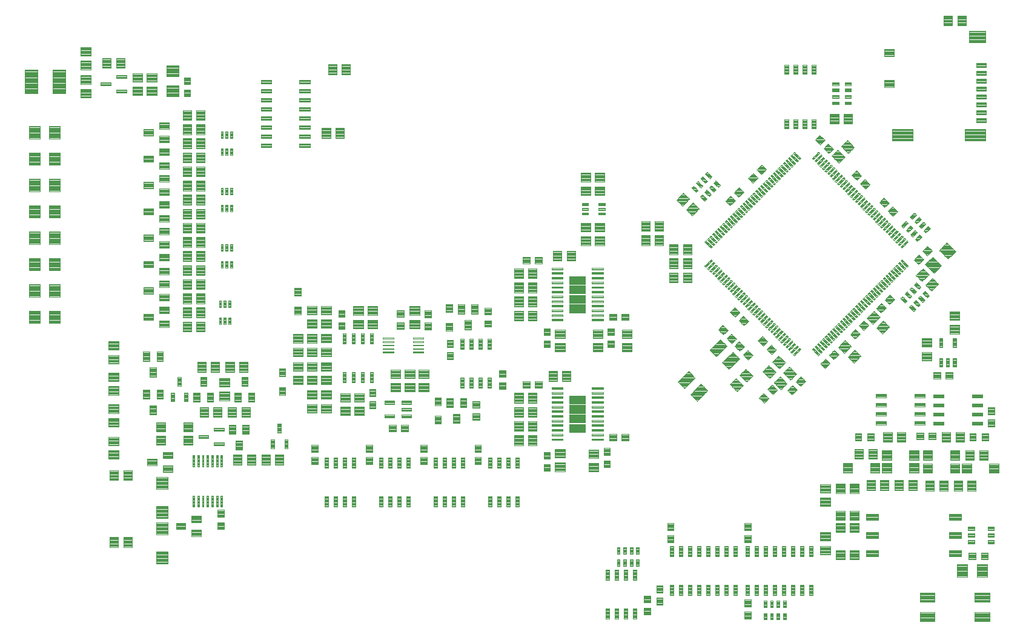
<source format=gtp>
G75*
%MOIN*%
%OFA0B0*%
%FSLAX25Y25*%
%IPPOS*%
%LPD*%
%AMOC8*
5,1,8,0,0,1.08239X$1,22.5*
%
%ADD10C,0.00394*%
%ADD11C,0.00408*%
%ADD12C,0.00409*%
%ADD13C,0.00400*%
%ADD14C,0.00396*%
%ADD15C,0.00406*%
%ADD16C,0.00100*%
%ADD17C,0.00402*%
%ADD18C,0.00400*%
%ADD19C,0.00378*%
%ADD20C,0.00413*%
%ADD21C,0.00390*%
%ADD22C,0.00386*%
%ADD23C,0.00374*%
D10*
X0218166Y0125158D02*
X0218166Y0128700D01*
X0218166Y0125158D02*
X0213048Y0125158D01*
X0213048Y0128700D01*
X0218166Y0128700D01*
X0218166Y0125551D02*
X0213048Y0125551D01*
X0213048Y0125944D02*
X0218166Y0125944D01*
X0218166Y0126337D02*
X0213048Y0126337D01*
X0213048Y0126730D02*
X0218166Y0126730D01*
X0218166Y0127123D02*
X0213048Y0127123D01*
X0213048Y0127516D02*
X0218166Y0127516D01*
X0218166Y0127909D02*
X0213048Y0127909D01*
X0213048Y0128302D02*
X0218166Y0128302D01*
X0218166Y0128695D02*
X0213048Y0128695D01*
X0226827Y0128898D02*
X0226827Y0132440D01*
X0226827Y0128898D02*
X0221709Y0128898D01*
X0221709Y0132440D01*
X0226827Y0132440D01*
X0226827Y0129291D02*
X0221709Y0129291D01*
X0221709Y0129684D02*
X0226827Y0129684D01*
X0226827Y0130077D02*
X0221709Y0130077D01*
X0221709Y0130470D02*
X0226827Y0130470D01*
X0226827Y0130863D02*
X0221709Y0130863D01*
X0221709Y0131256D02*
X0226827Y0131256D01*
X0226827Y0131649D02*
X0221709Y0131649D01*
X0221709Y0132042D02*
X0226827Y0132042D01*
X0226827Y0132435D02*
X0221709Y0132435D01*
X0226827Y0124960D02*
X0226827Y0121418D01*
X0221709Y0121418D01*
X0221709Y0124960D01*
X0226827Y0124960D01*
X0226827Y0121811D02*
X0221709Y0121811D01*
X0221709Y0122204D02*
X0226827Y0122204D01*
X0226827Y0122597D02*
X0221709Y0122597D01*
X0221709Y0122990D02*
X0226827Y0122990D01*
X0226827Y0123383D02*
X0221709Y0123383D01*
X0221709Y0123776D02*
X0226827Y0123776D01*
X0226827Y0124169D02*
X0221709Y0124169D01*
X0221709Y0124562D02*
X0226827Y0124562D01*
X0226827Y0124955D02*
X0221709Y0124955D01*
X0239459Y0125165D02*
X0239459Y0129101D01*
X0239459Y0125165D02*
X0235917Y0125165D01*
X0235917Y0129101D01*
X0239459Y0129101D01*
X0239459Y0125558D02*
X0235917Y0125558D01*
X0235917Y0125951D02*
X0239459Y0125951D01*
X0239459Y0126344D02*
X0235917Y0126344D01*
X0235917Y0126737D02*
X0239459Y0126737D01*
X0239459Y0127130D02*
X0235917Y0127130D01*
X0235917Y0127523D02*
X0239459Y0127523D01*
X0239459Y0127916D02*
X0235917Y0127916D01*
X0235917Y0128309D02*
X0239459Y0128309D01*
X0239459Y0128702D02*
X0235917Y0128702D01*
X0235917Y0129095D02*
X0239459Y0129095D01*
X0239459Y0131858D02*
X0239459Y0135794D01*
X0239459Y0131858D02*
X0235917Y0131858D01*
X0235917Y0135794D01*
X0239459Y0135794D01*
X0239459Y0132251D02*
X0235917Y0132251D01*
X0235917Y0132644D02*
X0239459Y0132644D01*
X0239459Y0133037D02*
X0235917Y0133037D01*
X0235917Y0133430D02*
X0239459Y0133430D01*
X0239459Y0133823D02*
X0235917Y0133823D01*
X0235917Y0134216D02*
X0239459Y0134216D01*
X0239459Y0134609D02*
X0235917Y0134609D01*
X0235917Y0135002D02*
X0239459Y0135002D01*
X0239459Y0135395D02*
X0235917Y0135395D01*
X0235917Y0135788D02*
X0239459Y0135788D01*
X0211077Y0156668D02*
X0211077Y0160210D01*
X0211077Y0156668D02*
X0205959Y0156668D01*
X0205959Y0160210D01*
X0211077Y0160210D01*
X0211077Y0157061D02*
X0205959Y0157061D01*
X0205959Y0157454D02*
X0211077Y0157454D01*
X0211077Y0157847D02*
X0205959Y0157847D01*
X0205959Y0158240D02*
X0211077Y0158240D01*
X0211077Y0158633D02*
X0205959Y0158633D01*
X0205959Y0159026D02*
X0211077Y0159026D01*
X0211077Y0159419D02*
X0205959Y0159419D01*
X0205959Y0159812D02*
X0211077Y0159812D01*
X0211077Y0160205D02*
X0205959Y0160205D01*
X0211077Y0164148D02*
X0211077Y0167690D01*
X0211077Y0164148D02*
X0205959Y0164148D01*
X0205959Y0167690D01*
X0211077Y0167690D01*
X0211077Y0164541D02*
X0205959Y0164541D01*
X0205959Y0164934D02*
X0211077Y0164934D01*
X0211077Y0165327D02*
X0205959Y0165327D01*
X0205959Y0165720D02*
X0211077Y0165720D01*
X0211077Y0166113D02*
X0205959Y0166113D01*
X0205959Y0166506D02*
X0211077Y0166506D01*
X0211077Y0166899D02*
X0205959Y0166899D01*
X0205959Y0167292D02*
X0211077Y0167292D01*
X0211077Y0167685D02*
X0205959Y0167685D01*
X0202416Y0163950D02*
X0202416Y0160408D01*
X0197298Y0160408D01*
X0197298Y0163950D01*
X0202416Y0163950D01*
X0202416Y0160801D02*
X0197298Y0160801D01*
X0197298Y0161194D02*
X0202416Y0161194D01*
X0202416Y0161587D02*
X0197298Y0161587D01*
X0197298Y0161980D02*
X0202416Y0161980D01*
X0202416Y0162373D02*
X0197298Y0162373D01*
X0197298Y0162766D02*
X0202416Y0162766D01*
X0202416Y0163159D02*
X0197298Y0163159D01*
X0197298Y0163552D02*
X0202416Y0163552D01*
X0202416Y0163945D02*
X0197298Y0163945D01*
X0198667Y0193407D02*
X0202209Y0193407D01*
X0202209Y0188289D01*
X0198667Y0188289D01*
X0198667Y0193407D01*
X0198667Y0188682D02*
X0202209Y0188682D01*
X0202209Y0189075D02*
X0198667Y0189075D01*
X0198667Y0189468D02*
X0202209Y0189468D01*
X0202209Y0189861D02*
X0198667Y0189861D01*
X0198667Y0190254D02*
X0202209Y0190254D01*
X0202209Y0190647D02*
X0198667Y0190647D01*
X0198667Y0191040D02*
X0202209Y0191040D01*
X0202209Y0191433D02*
X0198667Y0191433D01*
X0198667Y0191826D02*
X0202209Y0191826D01*
X0202209Y0192219D02*
X0198667Y0192219D01*
X0198667Y0192612D02*
X0202209Y0192612D01*
X0202209Y0193005D02*
X0198667Y0193005D01*
X0198667Y0193398D02*
X0202209Y0193398D01*
X0202407Y0202069D02*
X0205949Y0202069D01*
X0205949Y0196951D01*
X0202407Y0196951D01*
X0202407Y0202069D01*
X0202407Y0197344D02*
X0205949Y0197344D01*
X0205949Y0197737D02*
X0202407Y0197737D01*
X0202407Y0198130D02*
X0205949Y0198130D01*
X0205949Y0198523D02*
X0202407Y0198523D01*
X0202407Y0198916D02*
X0205949Y0198916D01*
X0205949Y0199309D02*
X0202407Y0199309D01*
X0202407Y0199702D02*
X0205949Y0199702D01*
X0205949Y0200095D02*
X0202407Y0200095D01*
X0202407Y0200488D02*
X0205949Y0200488D01*
X0205949Y0200881D02*
X0202407Y0200881D01*
X0202407Y0201274D02*
X0205949Y0201274D01*
X0205949Y0201667D02*
X0202407Y0201667D01*
X0202407Y0202060D02*
X0205949Y0202060D01*
X0198469Y0202069D02*
X0194927Y0202069D01*
X0198469Y0202069D02*
X0198469Y0196951D01*
X0194927Y0196951D01*
X0194927Y0202069D01*
X0194927Y0197344D02*
X0198469Y0197344D01*
X0198469Y0197737D02*
X0194927Y0197737D01*
X0194927Y0198130D02*
X0198469Y0198130D01*
X0198469Y0198523D02*
X0194927Y0198523D01*
X0194927Y0198916D02*
X0198469Y0198916D01*
X0198469Y0199309D02*
X0194927Y0199309D01*
X0194927Y0199702D02*
X0198469Y0199702D01*
X0198469Y0200095D02*
X0194927Y0200095D01*
X0194927Y0200488D02*
X0198469Y0200488D01*
X0198469Y0200881D02*
X0194927Y0200881D01*
X0194927Y0201274D02*
X0198469Y0201274D01*
X0198469Y0201667D02*
X0194927Y0201667D01*
X0194927Y0202060D02*
X0198469Y0202060D01*
X0198667Y0214157D02*
X0202209Y0214157D01*
X0202209Y0209039D01*
X0198667Y0209039D01*
X0198667Y0214157D01*
X0198667Y0209432D02*
X0202209Y0209432D01*
X0202209Y0209825D02*
X0198667Y0209825D01*
X0198667Y0210218D02*
X0202209Y0210218D01*
X0202209Y0210611D02*
X0198667Y0210611D01*
X0198667Y0211004D02*
X0202209Y0211004D01*
X0202209Y0211397D02*
X0198667Y0211397D01*
X0198667Y0211790D02*
X0202209Y0211790D01*
X0202209Y0212183D02*
X0198667Y0212183D01*
X0198667Y0212576D02*
X0202209Y0212576D01*
X0202209Y0212969D02*
X0198667Y0212969D01*
X0198667Y0213362D02*
X0202209Y0213362D01*
X0202209Y0213755D02*
X0198667Y0213755D01*
X0198667Y0214148D02*
X0202209Y0214148D01*
X0202407Y0222819D02*
X0205949Y0222819D01*
X0205949Y0217701D01*
X0202407Y0217701D01*
X0202407Y0222819D01*
X0202407Y0218094D02*
X0205949Y0218094D01*
X0205949Y0218487D02*
X0202407Y0218487D01*
X0202407Y0218880D02*
X0205949Y0218880D01*
X0205949Y0219273D02*
X0202407Y0219273D01*
X0202407Y0219666D02*
X0205949Y0219666D01*
X0205949Y0220059D02*
X0202407Y0220059D01*
X0202407Y0220452D02*
X0205949Y0220452D01*
X0205949Y0220845D02*
X0202407Y0220845D01*
X0202407Y0221238D02*
X0205949Y0221238D01*
X0205949Y0221631D02*
X0202407Y0221631D01*
X0202407Y0222024D02*
X0205949Y0222024D01*
X0205949Y0222417D02*
X0202407Y0222417D01*
X0202407Y0222810D02*
X0205949Y0222810D01*
X0198469Y0222819D02*
X0194927Y0222819D01*
X0198469Y0222819D02*
X0198469Y0217701D01*
X0194927Y0217701D01*
X0194927Y0222819D01*
X0194927Y0218094D02*
X0198469Y0218094D01*
X0198469Y0218487D02*
X0194927Y0218487D01*
X0194927Y0218880D02*
X0198469Y0218880D01*
X0198469Y0219273D02*
X0194927Y0219273D01*
X0194927Y0219666D02*
X0198469Y0219666D01*
X0198469Y0220059D02*
X0194927Y0220059D01*
X0194927Y0220452D02*
X0198469Y0220452D01*
X0198469Y0220845D02*
X0194927Y0220845D01*
X0194927Y0221238D02*
X0198469Y0221238D01*
X0198469Y0221631D02*
X0194927Y0221631D01*
X0194927Y0222024D02*
X0198469Y0222024D01*
X0198469Y0222417D02*
X0194927Y0222417D01*
X0194927Y0222810D02*
X0198469Y0222810D01*
X0209077Y0236418D02*
X0209077Y0239960D01*
X0209077Y0236418D02*
X0203959Y0236418D01*
X0203959Y0239960D01*
X0209077Y0239960D01*
X0209077Y0236811D02*
X0203959Y0236811D01*
X0203959Y0237204D02*
X0209077Y0237204D01*
X0209077Y0237597D02*
X0203959Y0237597D01*
X0203959Y0237990D02*
X0209077Y0237990D01*
X0209077Y0238383D02*
X0203959Y0238383D01*
X0203959Y0238776D02*
X0209077Y0238776D01*
X0209077Y0239169D02*
X0203959Y0239169D01*
X0203959Y0239562D02*
X0209077Y0239562D01*
X0209077Y0239955D02*
X0203959Y0239955D01*
X0200416Y0240158D02*
X0200416Y0243700D01*
X0200416Y0240158D02*
X0195298Y0240158D01*
X0195298Y0243700D01*
X0200416Y0243700D01*
X0200416Y0240551D02*
X0195298Y0240551D01*
X0195298Y0240944D02*
X0200416Y0240944D01*
X0200416Y0241337D02*
X0195298Y0241337D01*
X0195298Y0241730D02*
X0200416Y0241730D01*
X0200416Y0242123D02*
X0195298Y0242123D01*
X0195298Y0242516D02*
X0200416Y0242516D01*
X0200416Y0242909D02*
X0195298Y0242909D01*
X0195298Y0243302D02*
X0200416Y0243302D01*
X0200416Y0243695D02*
X0195298Y0243695D01*
X0209077Y0243898D02*
X0209077Y0247440D01*
X0209077Y0243898D02*
X0203959Y0243898D01*
X0203959Y0247440D01*
X0209077Y0247440D01*
X0209077Y0244291D02*
X0203959Y0244291D01*
X0203959Y0244684D02*
X0209077Y0244684D01*
X0209077Y0245077D02*
X0203959Y0245077D01*
X0203959Y0245470D02*
X0209077Y0245470D01*
X0209077Y0245863D02*
X0203959Y0245863D01*
X0203959Y0246256D02*
X0209077Y0246256D01*
X0209077Y0246649D02*
X0203959Y0246649D01*
X0203959Y0247042D02*
X0209077Y0247042D01*
X0209077Y0247435D02*
X0203959Y0247435D01*
X0209077Y0250918D02*
X0209077Y0254460D01*
X0209077Y0250918D02*
X0203959Y0250918D01*
X0203959Y0254460D01*
X0209077Y0254460D01*
X0209077Y0251311D02*
X0203959Y0251311D01*
X0203959Y0251704D02*
X0209077Y0251704D01*
X0209077Y0252097D02*
X0203959Y0252097D01*
X0203959Y0252490D02*
X0209077Y0252490D01*
X0209077Y0252883D02*
X0203959Y0252883D01*
X0203959Y0253276D02*
X0209077Y0253276D01*
X0209077Y0253669D02*
X0203959Y0253669D01*
X0203959Y0254062D02*
X0209077Y0254062D01*
X0209077Y0254455D02*
X0203959Y0254455D01*
X0209077Y0258398D02*
X0209077Y0261940D01*
X0209077Y0258398D02*
X0203959Y0258398D01*
X0203959Y0261940D01*
X0209077Y0261940D01*
X0209077Y0258791D02*
X0203959Y0258791D01*
X0203959Y0259184D02*
X0209077Y0259184D01*
X0209077Y0259577D02*
X0203959Y0259577D01*
X0203959Y0259970D02*
X0209077Y0259970D01*
X0209077Y0260363D02*
X0203959Y0260363D01*
X0203959Y0260756D02*
X0209077Y0260756D01*
X0209077Y0261149D02*
X0203959Y0261149D01*
X0203959Y0261542D02*
X0209077Y0261542D01*
X0209077Y0261935D02*
X0203959Y0261935D01*
X0209077Y0265418D02*
X0209077Y0268960D01*
X0209077Y0265418D02*
X0203959Y0265418D01*
X0203959Y0268960D01*
X0209077Y0268960D01*
X0209077Y0265811D02*
X0203959Y0265811D01*
X0203959Y0266204D02*
X0209077Y0266204D01*
X0209077Y0266597D02*
X0203959Y0266597D01*
X0203959Y0266990D02*
X0209077Y0266990D01*
X0209077Y0267383D02*
X0203959Y0267383D01*
X0203959Y0267776D02*
X0209077Y0267776D01*
X0209077Y0268169D02*
X0203959Y0268169D01*
X0203959Y0268562D02*
X0209077Y0268562D01*
X0209077Y0268955D02*
X0203959Y0268955D01*
X0209077Y0272898D02*
X0209077Y0276440D01*
X0209077Y0272898D02*
X0203959Y0272898D01*
X0203959Y0276440D01*
X0209077Y0276440D01*
X0209077Y0273291D02*
X0203959Y0273291D01*
X0203959Y0273684D02*
X0209077Y0273684D01*
X0209077Y0274077D02*
X0203959Y0274077D01*
X0203959Y0274470D02*
X0209077Y0274470D01*
X0209077Y0274863D02*
X0203959Y0274863D01*
X0203959Y0275256D02*
X0209077Y0275256D01*
X0209077Y0275649D02*
X0203959Y0275649D01*
X0203959Y0276042D02*
X0209077Y0276042D01*
X0209077Y0276435D02*
X0203959Y0276435D01*
X0209077Y0279918D02*
X0209077Y0283460D01*
X0209077Y0279918D02*
X0203959Y0279918D01*
X0203959Y0283460D01*
X0209077Y0283460D01*
X0209077Y0280311D02*
X0203959Y0280311D01*
X0203959Y0280704D02*
X0209077Y0280704D01*
X0209077Y0281097D02*
X0203959Y0281097D01*
X0203959Y0281490D02*
X0209077Y0281490D01*
X0209077Y0281883D02*
X0203959Y0281883D01*
X0203959Y0282276D02*
X0209077Y0282276D01*
X0209077Y0282669D02*
X0203959Y0282669D01*
X0203959Y0283062D02*
X0209077Y0283062D01*
X0209077Y0283455D02*
X0203959Y0283455D01*
X0209077Y0287398D02*
X0209077Y0290940D01*
X0209077Y0287398D02*
X0203959Y0287398D01*
X0203959Y0290940D01*
X0209077Y0290940D01*
X0209077Y0287791D02*
X0203959Y0287791D01*
X0203959Y0288184D02*
X0209077Y0288184D01*
X0209077Y0288577D02*
X0203959Y0288577D01*
X0203959Y0288970D02*
X0209077Y0288970D01*
X0209077Y0289363D02*
X0203959Y0289363D01*
X0203959Y0289756D02*
X0209077Y0289756D01*
X0209077Y0290149D02*
X0203959Y0290149D01*
X0203959Y0290542D02*
X0209077Y0290542D01*
X0209077Y0290935D02*
X0203959Y0290935D01*
X0209077Y0294418D02*
X0209077Y0297960D01*
X0209077Y0294418D02*
X0203959Y0294418D01*
X0203959Y0297960D01*
X0209077Y0297960D01*
X0209077Y0294811D02*
X0203959Y0294811D01*
X0203959Y0295204D02*
X0209077Y0295204D01*
X0209077Y0295597D02*
X0203959Y0295597D01*
X0203959Y0295990D02*
X0209077Y0295990D01*
X0209077Y0296383D02*
X0203959Y0296383D01*
X0203959Y0296776D02*
X0209077Y0296776D01*
X0209077Y0297169D02*
X0203959Y0297169D01*
X0203959Y0297562D02*
X0209077Y0297562D01*
X0209077Y0297955D02*
X0203959Y0297955D01*
X0200416Y0298158D02*
X0200416Y0301700D01*
X0200416Y0298158D02*
X0195298Y0298158D01*
X0195298Y0301700D01*
X0200416Y0301700D01*
X0200416Y0298551D02*
X0195298Y0298551D01*
X0195298Y0298944D02*
X0200416Y0298944D01*
X0200416Y0299337D02*
X0195298Y0299337D01*
X0195298Y0299730D02*
X0200416Y0299730D01*
X0200416Y0300123D02*
X0195298Y0300123D01*
X0195298Y0300516D02*
X0200416Y0300516D01*
X0200416Y0300909D02*
X0195298Y0300909D01*
X0195298Y0301302D02*
X0200416Y0301302D01*
X0200416Y0301695D02*
X0195298Y0301695D01*
X0209077Y0301898D02*
X0209077Y0305440D01*
X0209077Y0301898D02*
X0203959Y0301898D01*
X0203959Y0305440D01*
X0209077Y0305440D01*
X0209077Y0302291D02*
X0203959Y0302291D01*
X0203959Y0302684D02*
X0209077Y0302684D01*
X0209077Y0303077D02*
X0203959Y0303077D01*
X0203959Y0303470D02*
X0209077Y0303470D01*
X0209077Y0303863D02*
X0203959Y0303863D01*
X0203959Y0304256D02*
X0209077Y0304256D01*
X0209077Y0304649D02*
X0203959Y0304649D01*
X0203959Y0305042D02*
X0209077Y0305042D01*
X0209077Y0305435D02*
X0203959Y0305435D01*
X0209077Y0308918D02*
X0209077Y0312460D01*
X0209077Y0308918D02*
X0203959Y0308918D01*
X0203959Y0312460D01*
X0209077Y0312460D01*
X0209077Y0309311D02*
X0203959Y0309311D01*
X0203959Y0309704D02*
X0209077Y0309704D01*
X0209077Y0310097D02*
X0203959Y0310097D01*
X0203959Y0310490D02*
X0209077Y0310490D01*
X0209077Y0310883D02*
X0203959Y0310883D01*
X0203959Y0311276D02*
X0209077Y0311276D01*
X0209077Y0311669D02*
X0203959Y0311669D01*
X0203959Y0312062D02*
X0209077Y0312062D01*
X0209077Y0312455D02*
X0203959Y0312455D01*
X0200416Y0312658D02*
X0200416Y0316200D01*
X0200416Y0312658D02*
X0195298Y0312658D01*
X0195298Y0316200D01*
X0200416Y0316200D01*
X0200416Y0313051D02*
X0195298Y0313051D01*
X0195298Y0313444D02*
X0200416Y0313444D01*
X0200416Y0313837D02*
X0195298Y0313837D01*
X0195298Y0314230D02*
X0200416Y0314230D01*
X0200416Y0314623D02*
X0195298Y0314623D01*
X0195298Y0315016D02*
X0200416Y0315016D01*
X0200416Y0315409D02*
X0195298Y0315409D01*
X0195298Y0315802D02*
X0200416Y0315802D01*
X0200416Y0316195D02*
X0195298Y0316195D01*
X0209077Y0316398D02*
X0209077Y0319940D01*
X0209077Y0316398D02*
X0203959Y0316398D01*
X0203959Y0319940D01*
X0209077Y0319940D01*
X0209077Y0316791D02*
X0203959Y0316791D01*
X0203959Y0317184D02*
X0209077Y0317184D01*
X0209077Y0317577D02*
X0203959Y0317577D01*
X0203959Y0317970D02*
X0209077Y0317970D01*
X0209077Y0318363D02*
X0203959Y0318363D01*
X0203959Y0318756D02*
X0209077Y0318756D01*
X0209077Y0319149D02*
X0203959Y0319149D01*
X0203959Y0319542D02*
X0209077Y0319542D01*
X0209077Y0319935D02*
X0203959Y0319935D01*
X0209077Y0323418D02*
X0209077Y0326960D01*
X0209077Y0323418D02*
X0203959Y0323418D01*
X0203959Y0326960D01*
X0209077Y0326960D01*
X0209077Y0323811D02*
X0203959Y0323811D01*
X0203959Y0324204D02*
X0209077Y0324204D01*
X0209077Y0324597D02*
X0203959Y0324597D01*
X0203959Y0324990D02*
X0209077Y0324990D01*
X0209077Y0325383D02*
X0203959Y0325383D01*
X0203959Y0325776D02*
X0209077Y0325776D01*
X0209077Y0326169D02*
X0203959Y0326169D01*
X0203959Y0326562D02*
X0209077Y0326562D01*
X0209077Y0326955D02*
X0203959Y0326955D01*
X0209077Y0330898D02*
X0209077Y0334440D01*
X0209077Y0330898D02*
X0203959Y0330898D01*
X0203959Y0334440D01*
X0209077Y0334440D01*
X0209077Y0331291D02*
X0203959Y0331291D01*
X0203959Y0331684D02*
X0209077Y0331684D01*
X0209077Y0332077D02*
X0203959Y0332077D01*
X0203959Y0332470D02*
X0209077Y0332470D01*
X0209077Y0332863D02*
X0203959Y0332863D01*
X0203959Y0333256D02*
X0209077Y0333256D01*
X0209077Y0333649D02*
X0203959Y0333649D01*
X0203959Y0334042D02*
X0209077Y0334042D01*
X0209077Y0334435D02*
X0203959Y0334435D01*
X0209077Y0337918D02*
X0209077Y0341460D01*
X0209077Y0337918D02*
X0203959Y0337918D01*
X0203959Y0341460D01*
X0209077Y0341460D01*
X0209077Y0338311D02*
X0203959Y0338311D01*
X0203959Y0338704D02*
X0209077Y0338704D01*
X0209077Y0339097D02*
X0203959Y0339097D01*
X0203959Y0339490D02*
X0209077Y0339490D01*
X0209077Y0339883D02*
X0203959Y0339883D01*
X0203959Y0340276D02*
X0209077Y0340276D01*
X0209077Y0340669D02*
X0203959Y0340669D01*
X0203959Y0341062D02*
X0209077Y0341062D01*
X0209077Y0341455D02*
X0203959Y0341455D01*
X0209077Y0345398D02*
X0209077Y0348940D01*
X0209077Y0345398D02*
X0203959Y0345398D01*
X0203959Y0348940D01*
X0209077Y0348940D01*
X0209077Y0345791D02*
X0203959Y0345791D01*
X0203959Y0346184D02*
X0209077Y0346184D01*
X0209077Y0346577D02*
X0203959Y0346577D01*
X0203959Y0346970D02*
X0209077Y0346970D01*
X0209077Y0347363D02*
X0203959Y0347363D01*
X0203959Y0347756D02*
X0209077Y0347756D01*
X0209077Y0348149D02*
X0203959Y0348149D01*
X0203959Y0348542D02*
X0209077Y0348542D01*
X0209077Y0348935D02*
X0203959Y0348935D01*
X0200416Y0345200D02*
X0200416Y0341658D01*
X0195298Y0341658D01*
X0195298Y0345200D01*
X0200416Y0345200D01*
X0200416Y0342051D02*
X0195298Y0342051D01*
X0195298Y0342444D02*
X0200416Y0342444D01*
X0200416Y0342837D02*
X0195298Y0342837D01*
X0195298Y0343230D02*
X0200416Y0343230D01*
X0200416Y0343623D02*
X0195298Y0343623D01*
X0195298Y0344016D02*
X0200416Y0344016D01*
X0200416Y0344409D02*
X0195298Y0344409D01*
X0195298Y0344802D02*
X0200416Y0344802D01*
X0200416Y0345195D02*
X0195298Y0345195D01*
X0200416Y0330700D02*
X0200416Y0327158D01*
X0195298Y0327158D01*
X0195298Y0330700D01*
X0200416Y0330700D01*
X0200416Y0327551D02*
X0195298Y0327551D01*
X0195298Y0327944D02*
X0200416Y0327944D01*
X0200416Y0328337D02*
X0195298Y0328337D01*
X0195298Y0328730D02*
X0200416Y0328730D01*
X0200416Y0329123D02*
X0195298Y0329123D01*
X0195298Y0329516D02*
X0200416Y0329516D01*
X0200416Y0329909D02*
X0195298Y0329909D01*
X0195298Y0330302D02*
X0200416Y0330302D01*
X0200416Y0330695D02*
X0195298Y0330695D01*
X0220959Y0363115D02*
X0220959Y0367051D01*
X0220959Y0363115D02*
X0217417Y0363115D01*
X0217417Y0367051D01*
X0220959Y0367051D01*
X0220959Y0363508D02*
X0217417Y0363508D01*
X0217417Y0363901D02*
X0220959Y0363901D01*
X0220959Y0364294D02*
X0217417Y0364294D01*
X0217417Y0364687D02*
X0220959Y0364687D01*
X0220959Y0365080D02*
X0217417Y0365080D01*
X0217417Y0365473D02*
X0220959Y0365473D01*
X0220959Y0365866D02*
X0217417Y0365866D01*
X0217417Y0366259D02*
X0220959Y0366259D01*
X0220959Y0366652D02*
X0217417Y0366652D01*
X0217417Y0367045D02*
X0220959Y0367045D01*
X0220959Y0369808D02*
X0220959Y0373744D01*
X0220959Y0369808D02*
X0217417Y0369808D01*
X0217417Y0373744D01*
X0220959Y0373744D01*
X0220959Y0370201D02*
X0217417Y0370201D01*
X0217417Y0370594D02*
X0220959Y0370594D01*
X0220959Y0370987D02*
X0217417Y0370987D01*
X0217417Y0371380D02*
X0220959Y0371380D01*
X0220959Y0371773D02*
X0217417Y0371773D01*
X0217417Y0372166D02*
X0220959Y0372166D01*
X0220959Y0372559D02*
X0217417Y0372559D01*
X0217417Y0372952D02*
X0220959Y0372952D01*
X0220959Y0373345D02*
X0217417Y0373345D01*
X0217417Y0373738D02*
X0220959Y0373738D01*
X0200416Y0287200D02*
X0200416Y0283658D01*
X0195298Y0283658D01*
X0195298Y0287200D01*
X0200416Y0287200D01*
X0200416Y0284051D02*
X0195298Y0284051D01*
X0195298Y0284444D02*
X0200416Y0284444D01*
X0200416Y0284837D02*
X0195298Y0284837D01*
X0195298Y0285230D02*
X0200416Y0285230D01*
X0200416Y0285623D02*
X0195298Y0285623D01*
X0195298Y0286016D02*
X0200416Y0286016D01*
X0200416Y0286409D02*
X0195298Y0286409D01*
X0195298Y0286802D02*
X0200416Y0286802D01*
X0200416Y0287195D02*
X0195298Y0287195D01*
X0200416Y0272700D02*
X0200416Y0269158D01*
X0195298Y0269158D01*
X0195298Y0272700D01*
X0200416Y0272700D01*
X0200416Y0269551D02*
X0195298Y0269551D01*
X0195298Y0269944D02*
X0200416Y0269944D01*
X0200416Y0270337D02*
X0195298Y0270337D01*
X0195298Y0270730D02*
X0200416Y0270730D01*
X0200416Y0271123D02*
X0195298Y0271123D01*
X0195298Y0271516D02*
X0200416Y0271516D01*
X0200416Y0271909D02*
X0195298Y0271909D01*
X0195298Y0272302D02*
X0200416Y0272302D01*
X0200416Y0272695D02*
X0195298Y0272695D01*
X0200416Y0258200D02*
X0200416Y0254658D01*
X0195298Y0254658D01*
X0195298Y0258200D01*
X0200416Y0258200D01*
X0200416Y0255051D02*
X0195298Y0255051D01*
X0195298Y0255444D02*
X0200416Y0255444D01*
X0200416Y0255837D02*
X0195298Y0255837D01*
X0195298Y0256230D02*
X0200416Y0256230D01*
X0200416Y0256623D02*
X0195298Y0256623D01*
X0195298Y0257016D02*
X0200416Y0257016D01*
X0200416Y0257409D02*
X0195298Y0257409D01*
X0195298Y0257802D02*
X0200416Y0257802D01*
X0200416Y0258195D02*
X0195298Y0258195D01*
X0226417Y0203951D02*
X0229959Y0203951D01*
X0226417Y0203951D02*
X0226417Y0209069D01*
X0229959Y0209069D01*
X0229959Y0203951D01*
X0229959Y0204344D02*
X0226417Y0204344D01*
X0226417Y0204737D02*
X0229959Y0204737D01*
X0229959Y0205130D02*
X0226417Y0205130D01*
X0226417Y0205523D02*
X0229959Y0205523D01*
X0229959Y0205916D02*
X0226417Y0205916D01*
X0226417Y0206309D02*
X0229959Y0206309D01*
X0229959Y0206702D02*
X0226417Y0206702D01*
X0226417Y0207095D02*
X0229959Y0207095D01*
X0229959Y0207488D02*
X0226417Y0207488D01*
X0226417Y0207881D02*
X0229959Y0207881D01*
X0229959Y0208274D02*
X0226417Y0208274D01*
X0226417Y0208667D02*
X0229959Y0208667D01*
X0229959Y0209060D02*
X0226417Y0209060D01*
X0226219Y0195289D02*
X0222677Y0195289D01*
X0222677Y0200407D01*
X0226219Y0200407D01*
X0226219Y0195289D01*
X0226219Y0195682D02*
X0222677Y0195682D01*
X0222677Y0196075D02*
X0226219Y0196075D01*
X0226219Y0196468D02*
X0222677Y0196468D01*
X0222677Y0196861D02*
X0226219Y0196861D01*
X0226219Y0197254D02*
X0222677Y0197254D01*
X0222677Y0197647D02*
X0226219Y0197647D01*
X0226219Y0198040D02*
X0222677Y0198040D01*
X0222677Y0198433D02*
X0226219Y0198433D01*
X0226219Y0198826D02*
X0222677Y0198826D01*
X0222677Y0199219D02*
X0226219Y0199219D01*
X0226219Y0199612D02*
X0222677Y0199612D01*
X0222677Y0200005D02*
X0226219Y0200005D01*
X0226219Y0200398D02*
X0222677Y0200398D01*
X0230157Y0195289D02*
X0233699Y0195289D01*
X0230157Y0195289D02*
X0230157Y0200407D01*
X0233699Y0200407D01*
X0233699Y0195289D01*
X0233699Y0195682D02*
X0230157Y0195682D01*
X0230157Y0196075D02*
X0233699Y0196075D01*
X0233699Y0196468D02*
X0230157Y0196468D01*
X0230157Y0196861D02*
X0233699Y0196861D01*
X0233699Y0197254D02*
X0230157Y0197254D01*
X0230157Y0197647D02*
X0233699Y0197647D01*
X0233699Y0198040D02*
X0230157Y0198040D01*
X0230157Y0198433D02*
X0233699Y0198433D01*
X0233699Y0198826D02*
X0230157Y0198826D01*
X0230157Y0199219D02*
X0233699Y0199219D01*
X0233699Y0199612D02*
X0230157Y0199612D01*
X0230157Y0200005D02*
X0233699Y0200005D01*
X0233699Y0200398D02*
X0230157Y0200398D01*
X0245327Y0195289D02*
X0248869Y0195289D01*
X0245327Y0195289D02*
X0245327Y0200407D01*
X0248869Y0200407D01*
X0248869Y0195289D01*
X0248869Y0195682D02*
X0245327Y0195682D01*
X0245327Y0196075D02*
X0248869Y0196075D01*
X0248869Y0196468D02*
X0245327Y0196468D01*
X0245327Y0196861D02*
X0248869Y0196861D01*
X0248869Y0197254D02*
X0245327Y0197254D01*
X0245327Y0197647D02*
X0248869Y0197647D01*
X0248869Y0198040D02*
X0245327Y0198040D01*
X0245327Y0198433D02*
X0248869Y0198433D01*
X0248869Y0198826D02*
X0245327Y0198826D01*
X0245327Y0199219D02*
X0248869Y0199219D01*
X0248869Y0199612D02*
X0245327Y0199612D01*
X0245327Y0200005D02*
X0248869Y0200005D01*
X0248869Y0200398D02*
X0245327Y0200398D01*
X0249067Y0203951D02*
X0252609Y0203951D01*
X0249067Y0203951D02*
X0249067Y0209069D01*
X0252609Y0209069D01*
X0252609Y0203951D01*
X0252609Y0204344D02*
X0249067Y0204344D01*
X0249067Y0204737D02*
X0252609Y0204737D01*
X0252609Y0205130D02*
X0249067Y0205130D01*
X0249067Y0205523D02*
X0252609Y0205523D01*
X0252609Y0205916D02*
X0249067Y0205916D01*
X0249067Y0206309D02*
X0252609Y0206309D01*
X0252609Y0206702D02*
X0249067Y0206702D01*
X0249067Y0207095D02*
X0252609Y0207095D01*
X0252609Y0207488D02*
X0249067Y0207488D01*
X0249067Y0207881D02*
X0252609Y0207881D01*
X0252609Y0208274D02*
X0249067Y0208274D01*
X0249067Y0208667D02*
X0252609Y0208667D01*
X0252609Y0209060D02*
X0249067Y0209060D01*
X0252807Y0195289D02*
X0256349Y0195289D01*
X0252807Y0195289D02*
X0252807Y0200407D01*
X0256349Y0200407D01*
X0256349Y0195289D01*
X0256349Y0195682D02*
X0252807Y0195682D01*
X0252807Y0196075D02*
X0256349Y0196075D01*
X0256349Y0196468D02*
X0252807Y0196468D01*
X0252807Y0196861D02*
X0256349Y0196861D01*
X0256349Y0197254D02*
X0252807Y0197254D01*
X0252807Y0197647D02*
X0256349Y0197647D01*
X0256349Y0198040D02*
X0252807Y0198040D01*
X0252807Y0198433D02*
X0256349Y0198433D01*
X0256349Y0198826D02*
X0252807Y0198826D01*
X0252807Y0199219D02*
X0256349Y0199219D01*
X0256349Y0199612D02*
X0252807Y0199612D01*
X0252807Y0200005D02*
X0256349Y0200005D01*
X0256349Y0200398D02*
X0252807Y0200398D01*
X0273309Y0199096D02*
X0273309Y0203426D01*
X0273309Y0199096D02*
X0269767Y0199096D01*
X0269767Y0203426D01*
X0273309Y0203426D01*
X0273309Y0199489D02*
X0269767Y0199489D01*
X0269767Y0199882D02*
X0273309Y0199882D01*
X0273309Y0200275D02*
X0269767Y0200275D01*
X0269767Y0200668D02*
X0273309Y0200668D01*
X0273309Y0201061D02*
X0269767Y0201061D01*
X0269767Y0201454D02*
X0273309Y0201454D01*
X0273309Y0201847D02*
X0269767Y0201847D01*
X0269767Y0202240D02*
X0273309Y0202240D01*
X0273309Y0202633D02*
X0269767Y0202633D01*
X0269767Y0203026D02*
X0273309Y0203026D01*
X0273309Y0203419D02*
X0269767Y0203419D01*
X0273309Y0209332D02*
X0273309Y0213662D01*
X0273309Y0209332D02*
X0269767Y0209332D01*
X0269767Y0213662D01*
X0273309Y0213662D01*
X0273309Y0209725D02*
X0269767Y0209725D01*
X0269767Y0210118D02*
X0273309Y0210118D01*
X0273309Y0210511D02*
X0269767Y0210511D01*
X0269767Y0210904D02*
X0273309Y0210904D01*
X0273309Y0211297D02*
X0269767Y0211297D01*
X0269767Y0211690D02*
X0273309Y0211690D01*
X0273309Y0212083D02*
X0269767Y0212083D01*
X0269767Y0212476D02*
X0273309Y0212476D01*
X0273309Y0212869D02*
X0269767Y0212869D01*
X0269767Y0213262D02*
X0273309Y0213262D01*
X0273309Y0213655D02*
X0269767Y0213655D01*
X0305959Y0235115D02*
X0305959Y0239051D01*
X0305959Y0235115D02*
X0302417Y0235115D01*
X0302417Y0239051D01*
X0305959Y0239051D01*
X0305959Y0235508D02*
X0302417Y0235508D01*
X0302417Y0235901D02*
X0305959Y0235901D01*
X0305959Y0236294D02*
X0302417Y0236294D01*
X0302417Y0236687D02*
X0305959Y0236687D01*
X0305959Y0237080D02*
X0302417Y0237080D01*
X0302417Y0237473D02*
X0305959Y0237473D01*
X0305959Y0237866D02*
X0302417Y0237866D01*
X0302417Y0238259D02*
X0305959Y0238259D01*
X0305959Y0238652D02*
X0302417Y0238652D01*
X0302417Y0239045D02*
X0305959Y0239045D01*
X0305959Y0241808D02*
X0305959Y0245744D01*
X0305959Y0241808D02*
X0302417Y0241808D01*
X0302417Y0245744D01*
X0305959Y0245744D01*
X0305959Y0242201D02*
X0302417Y0242201D01*
X0302417Y0242594D02*
X0305959Y0242594D01*
X0305959Y0242987D02*
X0302417Y0242987D01*
X0302417Y0243380D02*
X0305959Y0243380D01*
X0305959Y0243773D02*
X0302417Y0243773D01*
X0302417Y0244166D02*
X0305959Y0244166D01*
X0305959Y0244559D02*
X0302417Y0244559D01*
X0302417Y0244952D02*
X0305959Y0244952D01*
X0305959Y0245345D02*
X0302417Y0245345D01*
X0302417Y0245738D02*
X0305959Y0245738D01*
X0278217Y0247726D02*
X0278217Y0243396D01*
X0278217Y0247726D02*
X0281759Y0247726D01*
X0281759Y0243396D01*
X0278217Y0243396D01*
X0278217Y0243789D02*
X0281759Y0243789D01*
X0281759Y0244182D02*
X0278217Y0244182D01*
X0278217Y0244575D02*
X0281759Y0244575D01*
X0281759Y0244968D02*
X0278217Y0244968D01*
X0278217Y0245361D02*
X0281759Y0245361D01*
X0281759Y0245754D02*
X0278217Y0245754D01*
X0278217Y0246147D02*
X0281759Y0246147D01*
X0281759Y0246540D02*
X0278217Y0246540D01*
X0278217Y0246933D02*
X0281759Y0246933D01*
X0281759Y0247326D02*
X0278217Y0247326D01*
X0278217Y0247719D02*
X0281759Y0247719D01*
X0278217Y0253632D02*
X0278217Y0257962D01*
X0281759Y0257962D01*
X0281759Y0253632D01*
X0278217Y0253632D01*
X0278217Y0254025D02*
X0281759Y0254025D01*
X0281759Y0254418D02*
X0278217Y0254418D01*
X0278217Y0254811D02*
X0281759Y0254811D01*
X0281759Y0255204D02*
X0278217Y0255204D01*
X0278217Y0255597D02*
X0281759Y0255597D01*
X0281759Y0255990D02*
X0278217Y0255990D01*
X0278217Y0256383D02*
X0281759Y0256383D01*
X0281759Y0256776D02*
X0278217Y0256776D01*
X0278217Y0257169D02*
X0281759Y0257169D01*
X0281759Y0257562D02*
X0278217Y0257562D01*
X0278217Y0257955D02*
X0281759Y0257955D01*
X0338406Y0245547D02*
X0338406Y0242005D01*
X0334470Y0242005D01*
X0334470Y0245547D01*
X0338406Y0245547D01*
X0338406Y0242398D02*
X0334470Y0242398D01*
X0334470Y0242791D02*
X0338406Y0242791D01*
X0338406Y0243184D02*
X0334470Y0243184D01*
X0334470Y0243577D02*
X0338406Y0243577D01*
X0338406Y0243970D02*
X0334470Y0243970D01*
X0334470Y0244363D02*
X0338406Y0244363D01*
X0338406Y0244756D02*
X0334470Y0244756D01*
X0334470Y0245149D02*
X0338406Y0245149D01*
X0338406Y0245542D02*
X0334470Y0245542D01*
X0338406Y0238854D02*
X0338406Y0235312D01*
X0334470Y0235312D01*
X0334470Y0238854D01*
X0338406Y0238854D01*
X0338406Y0235705D02*
X0334470Y0235705D01*
X0334470Y0236098D02*
X0338406Y0236098D01*
X0338406Y0236491D02*
X0334470Y0236491D01*
X0334470Y0236884D02*
X0338406Y0236884D01*
X0338406Y0237277D02*
X0334470Y0237277D01*
X0334470Y0237670D02*
X0338406Y0237670D01*
X0338406Y0238063D02*
X0334470Y0238063D01*
X0334470Y0238456D02*
X0338406Y0238456D01*
X0338406Y0238849D02*
X0334470Y0238849D01*
X0353459Y0238801D02*
X0353459Y0234865D01*
X0349917Y0234865D01*
X0349917Y0238801D01*
X0353459Y0238801D01*
X0353459Y0235258D02*
X0349917Y0235258D01*
X0349917Y0235651D02*
X0353459Y0235651D01*
X0353459Y0236044D02*
X0349917Y0236044D01*
X0349917Y0236437D02*
X0353459Y0236437D01*
X0353459Y0236830D02*
X0349917Y0236830D01*
X0349917Y0237223D02*
X0353459Y0237223D01*
X0353459Y0237616D02*
X0349917Y0237616D01*
X0349917Y0238009D02*
X0353459Y0238009D01*
X0353459Y0238402D02*
X0349917Y0238402D01*
X0349917Y0238795D02*
X0353459Y0238795D01*
X0353459Y0241558D02*
X0353459Y0245494D01*
X0353459Y0241558D02*
X0349917Y0241558D01*
X0349917Y0245494D01*
X0353459Y0245494D01*
X0353459Y0241951D02*
X0349917Y0241951D01*
X0349917Y0242344D02*
X0353459Y0242344D01*
X0353459Y0242737D02*
X0349917Y0242737D01*
X0349917Y0243130D02*
X0353459Y0243130D01*
X0353459Y0243523D02*
X0349917Y0243523D01*
X0349917Y0243916D02*
X0353459Y0243916D01*
X0353459Y0244309D02*
X0349917Y0244309D01*
X0349917Y0244702D02*
X0353459Y0244702D01*
X0353459Y0245095D02*
X0349917Y0245095D01*
X0349917Y0245488D02*
X0353459Y0245488D01*
X0361667Y0244632D02*
X0361667Y0248962D01*
X0365209Y0248962D01*
X0365209Y0244632D01*
X0361667Y0244632D01*
X0361667Y0245025D02*
X0365209Y0245025D01*
X0365209Y0245418D02*
X0361667Y0245418D01*
X0361667Y0245811D02*
X0365209Y0245811D01*
X0365209Y0246204D02*
X0361667Y0246204D01*
X0361667Y0246597D02*
X0365209Y0246597D01*
X0365209Y0246990D02*
X0361667Y0246990D01*
X0361667Y0247383D02*
X0365209Y0247383D01*
X0365209Y0247776D02*
X0361667Y0247776D01*
X0361667Y0248169D02*
X0365209Y0248169D01*
X0365209Y0248562D02*
X0361667Y0248562D01*
X0361667Y0248955D02*
X0365209Y0248955D01*
X0368177Y0248819D02*
X0371719Y0248819D01*
X0371719Y0243701D01*
X0368177Y0243701D01*
X0368177Y0248819D01*
X0368177Y0244094D02*
X0371719Y0244094D01*
X0371719Y0244487D02*
X0368177Y0244487D01*
X0368177Y0244880D02*
X0371719Y0244880D01*
X0371719Y0245273D02*
X0368177Y0245273D01*
X0368177Y0245666D02*
X0371719Y0245666D01*
X0371719Y0246059D02*
X0368177Y0246059D01*
X0368177Y0246452D02*
X0371719Y0246452D01*
X0371719Y0246845D02*
X0368177Y0246845D01*
X0368177Y0247238D02*
X0371719Y0247238D01*
X0371719Y0247631D02*
X0368177Y0247631D01*
X0368177Y0248024D02*
X0371719Y0248024D01*
X0371719Y0248417D02*
X0368177Y0248417D01*
X0368177Y0248810D02*
X0371719Y0248810D01*
X0375657Y0248819D02*
X0379199Y0248819D01*
X0379199Y0243701D01*
X0375657Y0243701D01*
X0375657Y0248819D01*
X0375657Y0244094D02*
X0379199Y0244094D01*
X0379199Y0244487D02*
X0375657Y0244487D01*
X0375657Y0244880D02*
X0379199Y0244880D01*
X0379199Y0245273D02*
X0375657Y0245273D01*
X0375657Y0245666D02*
X0379199Y0245666D01*
X0379199Y0246059D02*
X0375657Y0246059D01*
X0375657Y0246452D02*
X0379199Y0246452D01*
X0379199Y0246845D02*
X0375657Y0246845D01*
X0375657Y0247238D02*
X0379199Y0247238D01*
X0379199Y0247631D02*
X0375657Y0247631D01*
X0375657Y0248024D02*
X0379199Y0248024D01*
X0379199Y0248417D02*
X0375657Y0248417D01*
X0375657Y0248810D02*
X0379199Y0248810D01*
X0386656Y0246797D02*
X0386656Y0243255D01*
X0382720Y0243255D01*
X0382720Y0246797D01*
X0386656Y0246797D01*
X0386656Y0243648D02*
X0382720Y0243648D01*
X0382720Y0244041D02*
X0386656Y0244041D01*
X0386656Y0244434D02*
X0382720Y0244434D01*
X0382720Y0244827D02*
X0386656Y0244827D01*
X0386656Y0245220D02*
X0382720Y0245220D01*
X0382720Y0245613D02*
X0386656Y0245613D01*
X0386656Y0246006D02*
X0382720Y0246006D01*
X0382720Y0246399D02*
X0386656Y0246399D01*
X0386656Y0246792D02*
X0382720Y0246792D01*
X0386656Y0240104D02*
X0386656Y0236562D01*
X0382720Y0236562D01*
X0382720Y0240104D01*
X0386656Y0240104D01*
X0386656Y0236955D02*
X0382720Y0236955D01*
X0382720Y0237348D02*
X0386656Y0237348D01*
X0386656Y0237741D02*
X0382720Y0237741D01*
X0382720Y0238134D02*
X0386656Y0238134D01*
X0386656Y0238527D02*
X0382720Y0238527D01*
X0382720Y0238920D02*
X0386656Y0238920D01*
X0386656Y0239313D02*
X0382720Y0239313D01*
X0382720Y0239706D02*
X0386656Y0239706D01*
X0386656Y0240099D02*
X0382720Y0240099D01*
X0375459Y0240157D02*
X0371917Y0240157D01*
X0375459Y0240157D02*
X0375459Y0235039D01*
X0371917Y0235039D01*
X0371917Y0240157D01*
X0371917Y0235432D02*
X0375459Y0235432D01*
X0375459Y0235825D02*
X0371917Y0235825D01*
X0371917Y0236218D02*
X0375459Y0236218D01*
X0375459Y0236611D02*
X0371917Y0236611D01*
X0371917Y0237004D02*
X0375459Y0237004D01*
X0375459Y0237397D02*
X0371917Y0237397D01*
X0371917Y0237790D02*
X0375459Y0237790D01*
X0375459Y0238183D02*
X0371917Y0238183D01*
X0371917Y0238576D02*
X0375459Y0238576D01*
X0375459Y0238969D02*
X0371917Y0238969D01*
X0371917Y0239362D02*
X0375459Y0239362D01*
X0375459Y0239755D02*
X0371917Y0239755D01*
X0371917Y0240148D02*
X0375459Y0240148D01*
X0361667Y0238726D02*
X0361667Y0234396D01*
X0361667Y0238726D02*
X0365209Y0238726D01*
X0365209Y0234396D01*
X0361667Y0234396D01*
X0361667Y0234789D02*
X0365209Y0234789D01*
X0365209Y0235182D02*
X0361667Y0235182D01*
X0361667Y0235575D02*
X0365209Y0235575D01*
X0365209Y0235968D02*
X0361667Y0235968D01*
X0361667Y0236361D02*
X0365209Y0236361D01*
X0365209Y0236754D02*
X0361667Y0236754D01*
X0361667Y0237147D02*
X0365209Y0237147D01*
X0365209Y0237540D02*
X0361667Y0237540D01*
X0361667Y0237933D02*
X0365209Y0237933D01*
X0365209Y0238326D02*
X0361667Y0238326D01*
X0361667Y0238719D02*
X0365209Y0238719D01*
X0362167Y0229244D02*
X0362167Y0225308D01*
X0362167Y0229244D02*
X0365709Y0229244D01*
X0365709Y0225308D01*
X0362167Y0225308D01*
X0362167Y0225701D02*
X0365709Y0225701D01*
X0365709Y0226094D02*
X0362167Y0226094D01*
X0362167Y0226487D02*
X0365709Y0226487D01*
X0365709Y0226880D02*
X0362167Y0226880D01*
X0362167Y0227273D02*
X0365709Y0227273D01*
X0365709Y0227666D02*
X0362167Y0227666D01*
X0362167Y0228059D02*
X0365709Y0228059D01*
X0365709Y0228452D02*
X0362167Y0228452D01*
X0362167Y0228845D02*
X0365709Y0228845D01*
X0365709Y0229238D02*
X0362167Y0229238D01*
X0362167Y0222551D02*
X0362167Y0218615D01*
X0362167Y0222551D02*
X0365709Y0222551D01*
X0365709Y0218615D01*
X0362167Y0218615D01*
X0362167Y0219008D02*
X0365709Y0219008D01*
X0365709Y0219401D02*
X0362167Y0219401D01*
X0362167Y0219794D02*
X0365709Y0219794D01*
X0365709Y0220187D02*
X0362167Y0220187D01*
X0362167Y0220580D02*
X0365709Y0220580D01*
X0365709Y0220973D02*
X0362167Y0220973D01*
X0362167Y0221366D02*
X0365709Y0221366D01*
X0365709Y0221759D02*
X0362167Y0221759D01*
X0362167Y0222152D02*
X0365709Y0222152D01*
X0365709Y0222545D02*
X0362167Y0222545D01*
X0394459Y0212744D02*
X0394459Y0208808D01*
X0390917Y0208808D01*
X0390917Y0212744D01*
X0394459Y0212744D01*
X0394459Y0209201D02*
X0390917Y0209201D01*
X0390917Y0209594D02*
X0394459Y0209594D01*
X0394459Y0209987D02*
X0390917Y0209987D01*
X0390917Y0210380D02*
X0394459Y0210380D01*
X0394459Y0210773D02*
X0390917Y0210773D01*
X0390917Y0211166D02*
X0394459Y0211166D01*
X0394459Y0211559D02*
X0390917Y0211559D01*
X0390917Y0211952D02*
X0394459Y0211952D01*
X0394459Y0212345D02*
X0390917Y0212345D01*
X0390917Y0212738D02*
X0394459Y0212738D01*
X0394459Y0206051D02*
X0394459Y0202115D01*
X0390917Y0202115D01*
X0390917Y0206051D01*
X0394459Y0206051D01*
X0394459Y0202508D02*
X0390917Y0202508D01*
X0390917Y0202901D02*
X0394459Y0202901D01*
X0394459Y0203294D02*
X0390917Y0203294D01*
X0390917Y0203687D02*
X0394459Y0203687D01*
X0394459Y0204080D02*
X0390917Y0204080D01*
X0390917Y0204473D02*
X0394459Y0204473D01*
X0394459Y0204866D02*
X0390917Y0204866D01*
X0390917Y0205259D02*
X0394459Y0205259D01*
X0394459Y0205652D02*
X0390917Y0205652D01*
X0390917Y0206045D02*
X0394459Y0206045D01*
X0403873Y0206450D02*
X0407809Y0206450D01*
X0407809Y0202908D01*
X0403873Y0202908D01*
X0403873Y0206450D01*
X0403873Y0203301D02*
X0407809Y0203301D01*
X0407809Y0203694D02*
X0403873Y0203694D01*
X0403873Y0204087D02*
X0407809Y0204087D01*
X0407809Y0204480D02*
X0403873Y0204480D01*
X0403873Y0204873D02*
X0407809Y0204873D01*
X0407809Y0205266D02*
X0403873Y0205266D01*
X0403873Y0205659D02*
X0407809Y0205659D01*
X0407809Y0206052D02*
X0403873Y0206052D01*
X0403873Y0206445D02*
X0407809Y0206445D01*
X0410566Y0206450D02*
X0414502Y0206450D01*
X0414502Y0202908D01*
X0410566Y0202908D01*
X0410566Y0206450D01*
X0410566Y0203301D02*
X0414502Y0203301D01*
X0414502Y0203694D02*
X0410566Y0203694D01*
X0410566Y0204087D02*
X0414502Y0204087D01*
X0414502Y0204480D02*
X0410566Y0204480D01*
X0410566Y0204873D02*
X0414502Y0204873D01*
X0414502Y0205266D02*
X0410566Y0205266D01*
X0410566Y0205659D02*
X0414502Y0205659D01*
X0414502Y0206052D02*
X0410566Y0206052D01*
X0410566Y0206445D02*
X0414502Y0206445D01*
X0415417Y0225115D02*
X0415417Y0229051D01*
X0418959Y0229051D01*
X0418959Y0225115D01*
X0415417Y0225115D01*
X0415417Y0225508D02*
X0418959Y0225508D01*
X0418959Y0225901D02*
X0415417Y0225901D01*
X0415417Y0226294D02*
X0418959Y0226294D01*
X0418959Y0226687D02*
X0415417Y0226687D01*
X0415417Y0227080D02*
X0418959Y0227080D01*
X0418959Y0227473D02*
X0415417Y0227473D01*
X0415417Y0227866D02*
X0418959Y0227866D01*
X0418959Y0228259D02*
X0415417Y0228259D01*
X0415417Y0228652D02*
X0418959Y0228652D01*
X0418959Y0229045D02*
X0415417Y0229045D01*
X0415417Y0231808D02*
X0415417Y0235744D01*
X0418959Y0235744D01*
X0418959Y0231808D01*
X0415417Y0231808D01*
X0415417Y0232201D02*
X0418959Y0232201D01*
X0418959Y0232594D02*
X0415417Y0232594D01*
X0415417Y0232987D02*
X0418959Y0232987D01*
X0418959Y0233380D02*
X0415417Y0233380D01*
X0415417Y0233773D02*
X0418959Y0233773D01*
X0418959Y0234166D02*
X0415417Y0234166D01*
X0415417Y0234559D02*
X0418959Y0234559D01*
X0418959Y0234952D02*
X0415417Y0234952D01*
X0415417Y0235345D02*
X0418959Y0235345D01*
X0418959Y0235738D02*
X0415417Y0235738D01*
X0450667Y0235744D02*
X0450667Y0231808D01*
X0450667Y0235744D02*
X0454209Y0235744D01*
X0454209Y0231808D01*
X0450667Y0231808D01*
X0450667Y0232201D02*
X0454209Y0232201D01*
X0454209Y0232594D02*
X0450667Y0232594D01*
X0450667Y0232987D02*
X0454209Y0232987D01*
X0454209Y0233380D02*
X0450667Y0233380D01*
X0450667Y0233773D02*
X0454209Y0233773D01*
X0454209Y0234166D02*
X0450667Y0234166D01*
X0450667Y0234559D02*
X0454209Y0234559D01*
X0454209Y0234952D02*
X0450667Y0234952D01*
X0450667Y0235345D02*
X0454209Y0235345D01*
X0454209Y0235738D02*
X0450667Y0235738D01*
X0451623Y0240158D02*
X0455559Y0240158D01*
X0451623Y0240158D02*
X0451623Y0243700D01*
X0455559Y0243700D01*
X0455559Y0240158D01*
X0455559Y0240551D02*
X0451623Y0240551D01*
X0451623Y0240944D02*
X0455559Y0240944D01*
X0455559Y0241337D02*
X0451623Y0241337D01*
X0451623Y0241730D02*
X0455559Y0241730D01*
X0455559Y0242123D02*
X0451623Y0242123D01*
X0451623Y0242516D02*
X0455559Y0242516D01*
X0455559Y0242909D02*
X0451623Y0242909D01*
X0451623Y0243302D02*
X0455559Y0243302D01*
X0455559Y0243695D02*
X0451623Y0243695D01*
X0458316Y0240158D02*
X0462252Y0240158D01*
X0458316Y0240158D02*
X0458316Y0243700D01*
X0462252Y0243700D01*
X0462252Y0240158D01*
X0462252Y0240551D02*
X0458316Y0240551D01*
X0458316Y0240944D02*
X0462252Y0240944D01*
X0462252Y0241337D02*
X0458316Y0241337D01*
X0458316Y0241730D02*
X0462252Y0241730D01*
X0462252Y0242123D02*
X0458316Y0242123D01*
X0458316Y0242516D02*
X0462252Y0242516D01*
X0462252Y0242909D02*
X0458316Y0242909D01*
X0458316Y0243302D02*
X0462252Y0243302D01*
X0462252Y0243695D02*
X0458316Y0243695D01*
X0450667Y0229051D02*
X0450667Y0225115D01*
X0450667Y0229051D02*
X0454209Y0229051D01*
X0454209Y0225115D01*
X0450667Y0225115D01*
X0450667Y0225508D02*
X0454209Y0225508D01*
X0454209Y0225901D02*
X0450667Y0225901D01*
X0450667Y0226294D02*
X0454209Y0226294D01*
X0454209Y0226687D02*
X0450667Y0226687D01*
X0450667Y0227080D02*
X0454209Y0227080D01*
X0454209Y0227473D02*
X0450667Y0227473D01*
X0450667Y0227866D02*
X0454209Y0227866D01*
X0454209Y0228259D02*
X0450667Y0228259D01*
X0450667Y0228652D02*
X0454209Y0228652D01*
X0454209Y0229045D02*
X0450667Y0229045D01*
X0511428Y0234934D02*
X0514210Y0232152D01*
X0511428Y0234934D02*
X0513932Y0237438D01*
X0516714Y0234656D01*
X0514210Y0232152D01*
X0514603Y0232545D02*
X0513817Y0232545D01*
X0513424Y0232938D02*
X0514996Y0232938D01*
X0515389Y0233331D02*
X0513031Y0233331D01*
X0512638Y0233724D02*
X0515782Y0233724D01*
X0516175Y0234117D02*
X0512245Y0234117D01*
X0511852Y0234510D02*
X0516568Y0234510D01*
X0516467Y0234903D02*
X0511459Y0234903D01*
X0511790Y0235296D02*
X0516074Y0235296D01*
X0515681Y0235689D02*
X0512183Y0235689D01*
X0512576Y0236082D02*
X0515288Y0236082D01*
X0514895Y0236475D02*
X0512969Y0236475D01*
X0513362Y0236868D02*
X0514502Y0236868D01*
X0514109Y0237261D02*
X0513755Y0237261D01*
X0523314Y0244456D02*
X0520532Y0247238D01*
X0523314Y0244456D02*
X0520810Y0241952D01*
X0518028Y0244734D01*
X0520532Y0247238D01*
X0520417Y0242345D02*
X0521203Y0242345D01*
X0521596Y0242738D02*
X0520024Y0242738D01*
X0519631Y0243131D02*
X0521989Y0243131D01*
X0522382Y0243524D02*
X0519238Y0243524D01*
X0518845Y0243917D02*
X0522775Y0243917D01*
X0523168Y0244310D02*
X0518452Y0244310D01*
X0518059Y0244703D02*
X0523067Y0244703D01*
X0522674Y0245096D02*
X0518390Y0245096D01*
X0518783Y0245489D02*
X0522281Y0245489D01*
X0521888Y0245882D02*
X0519176Y0245882D01*
X0519569Y0246275D02*
X0521495Y0246275D01*
X0521102Y0246668D02*
X0519962Y0246668D01*
X0520355Y0247061D02*
X0520709Y0247061D01*
X0525265Y0242506D02*
X0528047Y0239724D01*
X0525543Y0237220D01*
X0522761Y0240002D01*
X0525265Y0242506D01*
X0525150Y0237613D02*
X0525936Y0237613D01*
X0526329Y0238006D02*
X0524757Y0238006D01*
X0524364Y0238399D02*
X0526722Y0238399D01*
X0527115Y0238792D02*
X0523971Y0238792D01*
X0523578Y0239185D02*
X0527508Y0239185D01*
X0527901Y0239578D02*
X0523185Y0239578D01*
X0522792Y0239971D02*
X0527800Y0239971D01*
X0527407Y0240364D02*
X0523123Y0240364D01*
X0523516Y0240757D02*
X0527014Y0240757D01*
X0526621Y0241150D02*
X0523909Y0241150D01*
X0524302Y0241543D02*
X0526228Y0241543D01*
X0525835Y0241936D02*
X0524695Y0241936D01*
X0525088Y0242329D02*
X0525442Y0242329D01*
X0516161Y0230202D02*
X0518943Y0227420D01*
X0516161Y0230202D02*
X0518665Y0232706D01*
X0521447Y0229924D01*
X0518943Y0227420D01*
X0519336Y0227813D02*
X0518550Y0227813D01*
X0518157Y0228206D02*
X0519729Y0228206D01*
X0520122Y0228599D02*
X0517764Y0228599D01*
X0517371Y0228992D02*
X0520515Y0228992D01*
X0520908Y0229385D02*
X0516978Y0229385D01*
X0516585Y0229778D02*
X0521301Y0229778D01*
X0521200Y0230171D02*
X0516192Y0230171D01*
X0516523Y0230564D02*
X0520807Y0230564D01*
X0520414Y0230957D02*
X0516916Y0230957D01*
X0517309Y0231350D02*
X0520021Y0231350D01*
X0519628Y0231743D02*
X0517702Y0231743D01*
X0518095Y0232136D02*
X0519235Y0232136D01*
X0518842Y0232529D02*
X0518488Y0232529D01*
X0522932Y0228438D02*
X0525714Y0225656D01*
X0523210Y0223152D01*
X0520428Y0225934D01*
X0522932Y0228438D01*
X0522817Y0223545D02*
X0523603Y0223545D01*
X0523996Y0223938D02*
X0522424Y0223938D01*
X0522031Y0224331D02*
X0524389Y0224331D01*
X0524782Y0224724D02*
X0521638Y0224724D01*
X0521245Y0225117D02*
X0525175Y0225117D01*
X0525568Y0225510D02*
X0520852Y0225510D01*
X0520459Y0225903D02*
X0525467Y0225903D01*
X0525074Y0226296D02*
X0520790Y0226296D01*
X0521183Y0226689D02*
X0524681Y0226689D01*
X0524288Y0227082D02*
X0521576Y0227082D01*
X0521969Y0227475D02*
X0523895Y0227475D01*
X0523502Y0227868D02*
X0522362Y0227868D01*
X0522755Y0228261D02*
X0523109Y0228261D01*
X0527665Y0223706D02*
X0530447Y0220924D01*
X0527943Y0218420D01*
X0525161Y0221202D01*
X0527665Y0223706D01*
X0527550Y0218813D02*
X0528336Y0218813D01*
X0528729Y0219206D02*
X0527157Y0219206D01*
X0526764Y0219599D02*
X0529122Y0219599D01*
X0529515Y0219992D02*
X0526371Y0219992D01*
X0525978Y0220385D02*
X0529908Y0220385D01*
X0530301Y0220778D02*
X0525585Y0220778D01*
X0525192Y0221171D02*
X0530200Y0221171D01*
X0529807Y0221564D02*
X0525523Y0221564D01*
X0525916Y0221957D02*
X0529414Y0221957D01*
X0529021Y0222350D02*
X0526309Y0222350D01*
X0526702Y0222743D02*
X0528628Y0222743D01*
X0528235Y0223136D02*
X0527095Y0223136D01*
X0527488Y0223529D02*
X0527842Y0223529D01*
X0533328Y0228884D02*
X0536110Y0226102D01*
X0533328Y0228884D02*
X0535832Y0231388D01*
X0538614Y0228606D01*
X0536110Y0226102D01*
X0536503Y0226495D02*
X0535717Y0226495D01*
X0535324Y0226888D02*
X0536896Y0226888D01*
X0537289Y0227281D02*
X0534931Y0227281D01*
X0534538Y0227674D02*
X0537682Y0227674D01*
X0538075Y0228067D02*
X0534145Y0228067D01*
X0533752Y0228460D02*
X0538468Y0228460D01*
X0538367Y0228853D02*
X0533359Y0228853D01*
X0533690Y0229246D02*
X0537974Y0229246D01*
X0537581Y0229639D02*
X0534083Y0229639D01*
X0534476Y0230032D02*
X0537188Y0230032D01*
X0536795Y0230425D02*
X0534869Y0230425D01*
X0535262Y0230818D02*
X0536402Y0230818D01*
X0536009Y0231211D02*
X0535655Y0231211D01*
X0538061Y0224152D02*
X0540843Y0221370D01*
X0538061Y0224152D02*
X0540565Y0226656D01*
X0543347Y0223874D01*
X0540843Y0221370D01*
X0541236Y0221763D02*
X0540450Y0221763D01*
X0540057Y0222156D02*
X0541629Y0222156D01*
X0542022Y0222549D02*
X0539664Y0222549D01*
X0539271Y0222942D02*
X0542415Y0222942D01*
X0542808Y0223335D02*
X0538878Y0223335D01*
X0538485Y0223728D02*
X0543201Y0223728D01*
X0543100Y0224121D02*
X0538092Y0224121D01*
X0538423Y0224514D02*
X0542707Y0224514D01*
X0542314Y0224907D02*
X0538816Y0224907D01*
X0539209Y0225300D02*
X0541921Y0225300D01*
X0541528Y0225693D02*
X0539602Y0225693D01*
X0539995Y0226086D02*
X0541135Y0226086D01*
X0540742Y0226479D02*
X0540388Y0226479D01*
X0557043Y0209138D02*
X0554261Y0206356D01*
X0557043Y0209138D02*
X0559547Y0206634D01*
X0556765Y0203852D01*
X0554261Y0206356D01*
X0556372Y0204245D02*
X0557158Y0204245D01*
X0557551Y0204638D02*
X0555979Y0204638D01*
X0555586Y0205031D02*
X0557944Y0205031D01*
X0558337Y0205424D02*
X0555193Y0205424D01*
X0554800Y0205817D02*
X0558730Y0205817D01*
X0559123Y0206210D02*
X0554407Y0206210D01*
X0554508Y0206603D02*
X0559516Y0206603D01*
X0559185Y0206996D02*
X0554901Y0206996D01*
X0555294Y0207389D02*
X0558792Y0207389D01*
X0558399Y0207782D02*
X0555687Y0207782D01*
X0556080Y0208175D02*
X0558006Y0208175D01*
X0557613Y0208568D02*
X0556473Y0208568D01*
X0556866Y0208961D02*
X0557220Y0208961D01*
X0552310Y0204406D02*
X0549528Y0201624D01*
X0552310Y0204406D02*
X0554814Y0201902D01*
X0552032Y0199120D01*
X0549528Y0201624D01*
X0551639Y0199513D02*
X0552425Y0199513D01*
X0552818Y0199906D02*
X0551246Y0199906D01*
X0550853Y0200299D02*
X0553211Y0200299D01*
X0553604Y0200692D02*
X0550460Y0200692D01*
X0550067Y0201085D02*
X0553997Y0201085D01*
X0554390Y0201478D02*
X0549674Y0201478D01*
X0549775Y0201871D02*
X0554783Y0201871D01*
X0554452Y0202264D02*
X0550168Y0202264D01*
X0550561Y0202657D02*
X0554059Y0202657D01*
X0553666Y0203050D02*
X0550954Y0203050D01*
X0551347Y0203443D02*
X0553273Y0203443D01*
X0552880Y0203836D02*
X0551740Y0203836D01*
X0552133Y0204229D02*
X0552487Y0204229D01*
X0543947Y0201906D02*
X0541443Y0199402D01*
X0538661Y0202184D01*
X0541165Y0204688D01*
X0543947Y0201906D01*
X0541836Y0199795D02*
X0541050Y0199795D01*
X0540657Y0200188D02*
X0542229Y0200188D01*
X0542622Y0200581D02*
X0540264Y0200581D01*
X0539871Y0200974D02*
X0543015Y0200974D01*
X0543408Y0201367D02*
X0539478Y0201367D01*
X0539085Y0201760D02*
X0543801Y0201760D01*
X0543700Y0202153D02*
X0538692Y0202153D01*
X0539023Y0202546D02*
X0543307Y0202546D01*
X0542914Y0202939D02*
X0539416Y0202939D01*
X0539809Y0203332D02*
X0542521Y0203332D01*
X0542128Y0203725D02*
X0540202Y0203725D01*
X0540595Y0204118D02*
X0541735Y0204118D01*
X0541342Y0204511D02*
X0540988Y0204511D01*
X0539214Y0197174D02*
X0536710Y0194670D01*
X0533928Y0197452D01*
X0536432Y0199956D01*
X0539214Y0197174D01*
X0537103Y0195063D02*
X0536317Y0195063D01*
X0535924Y0195456D02*
X0537496Y0195456D01*
X0537889Y0195849D02*
X0535531Y0195849D01*
X0535138Y0196242D02*
X0538282Y0196242D01*
X0538675Y0196635D02*
X0534745Y0196635D01*
X0534352Y0197028D02*
X0539068Y0197028D01*
X0538967Y0197421D02*
X0533959Y0197421D01*
X0534290Y0197814D02*
X0538574Y0197814D01*
X0538181Y0198207D02*
X0534683Y0198207D01*
X0535076Y0198600D02*
X0537788Y0198600D01*
X0537395Y0198993D02*
X0535469Y0198993D01*
X0535862Y0199386D02*
X0537002Y0199386D01*
X0536609Y0199779D02*
X0536255Y0199779D01*
X0567728Y0216224D02*
X0570510Y0219006D01*
X0573014Y0216502D01*
X0570232Y0213720D01*
X0567728Y0216224D01*
X0569839Y0214113D02*
X0570625Y0214113D01*
X0571018Y0214506D02*
X0569446Y0214506D01*
X0569053Y0214899D02*
X0571411Y0214899D01*
X0571804Y0215292D02*
X0568660Y0215292D01*
X0568267Y0215685D02*
X0572197Y0215685D01*
X0572590Y0216078D02*
X0567874Y0216078D01*
X0567975Y0216471D02*
X0572983Y0216471D01*
X0572652Y0216864D02*
X0568368Y0216864D01*
X0568761Y0217257D02*
X0572259Y0217257D01*
X0571866Y0217650D02*
X0569154Y0217650D01*
X0569547Y0218043D02*
X0571473Y0218043D01*
X0571080Y0218436D02*
X0569940Y0218436D01*
X0570333Y0218829D02*
X0570687Y0218829D01*
X0572461Y0220956D02*
X0575243Y0223738D01*
X0577747Y0221234D01*
X0574965Y0218452D01*
X0572461Y0220956D01*
X0574572Y0218845D02*
X0575358Y0218845D01*
X0575751Y0219238D02*
X0574179Y0219238D01*
X0573786Y0219631D02*
X0576144Y0219631D01*
X0576537Y0220024D02*
X0573393Y0220024D01*
X0573000Y0220417D02*
X0576930Y0220417D01*
X0577323Y0220810D02*
X0572607Y0220810D01*
X0572708Y0221203D02*
X0577716Y0221203D01*
X0577385Y0221596D02*
X0573101Y0221596D01*
X0573494Y0221989D02*
X0576992Y0221989D01*
X0576599Y0222382D02*
X0573887Y0222382D01*
X0574280Y0222775D02*
X0576206Y0222775D01*
X0575813Y0223168D02*
X0574673Y0223168D01*
X0575066Y0223561D02*
X0575420Y0223561D01*
X0584178Y0232424D02*
X0586960Y0235206D01*
X0589464Y0232702D01*
X0586682Y0229920D01*
X0584178Y0232424D01*
X0586289Y0230313D02*
X0587075Y0230313D01*
X0587468Y0230706D02*
X0585896Y0230706D01*
X0585503Y0231099D02*
X0587861Y0231099D01*
X0588254Y0231492D02*
X0585110Y0231492D01*
X0584717Y0231885D02*
X0588647Y0231885D01*
X0589040Y0232278D02*
X0584324Y0232278D01*
X0584425Y0232671D02*
X0589433Y0232671D01*
X0589102Y0233064D02*
X0584818Y0233064D01*
X0585211Y0233457D02*
X0588709Y0233457D01*
X0588316Y0233850D02*
X0585604Y0233850D01*
X0585997Y0234243D02*
X0587923Y0234243D01*
X0587530Y0234636D02*
X0586390Y0234636D01*
X0586783Y0235029D02*
X0587137Y0235029D01*
X0588911Y0237156D02*
X0591693Y0239938D01*
X0594197Y0237434D01*
X0591415Y0234652D01*
X0588911Y0237156D01*
X0591022Y0235045D02*
X0591808Y0235045D01*
X0592201Y0235438D02*
X0590629Y0235438D01*
X0590236Y0235831D02*
X0592594Y0235831D01*
X0592987Y0236224D02*
X0589843Y0236224D01*
X0589450Y0236617D02*
X0593380Y0236617D01*
X0593773Y0237010D02*
X0589057Y0237010D01*
X0589158Y0237403D02*
X0594166Y0237403D01*
X0593835Y0237796D02*
X0589551Y0237796D01*
X0589944Y0238189D02*
X0593442Y0238189D01*
X0593049Y0238582D02*
X0590337Y0238582D01*
X0590730Y0238975D02*
X0592656Y0238975D01*
X0592263Y0239368D02*
X0591123Y0239368D01*
X0591516Y0239761D02*
X0591870Y0239761D01*
X0598428Y0246674D02*
X0601210Y0249456D01*
X0603714Y0246952D01*
X0600932Y0244170D01*
X0598428Y0246674D01*
X0600539Y0244563D02*
X0601325Y0244563D01*
X0601718Y0244956D02*
X0600146Y0244956D01*
X0599753Y0245349D02*
X0602111Y0245349D01*
X0602504Y0245742D02*
X0599360Y0245742D01*
X0598967Y0246135D02*
X0602897Y0246135D01*
X0603290Y0246528D02*
X0598574Y0246528D01*
X0598675Y0246921D02*
X0603683Y0246921D01*
X0603352Y0247314D02*
X0599068Y0247314D01*
X0599461Y0247707D02*
X0602959Y0247707D01*
X0602566Y0248100D02*
X0599854Y0248100D01*
X0600247Y0248493D02*
X0602173Y0248493D01*
X0601780Y0248886D02*
X0600640Y0248886D01*
X0601033Y0249279D02*
X0601387Y0249279D01*
X0603161Y0251406D02*
X0605943Y0254188D01*
X0608447Y0251684D01*
X0605665Y0248902D01*
X0603161Y0251406D01*
X0605272Y0249295D02*
X0606058Y0249295D01*
X0606451Y0249688D02*
X0604879Y0249688D01*
X0604486Y0250081D02*
X0606844Y0250081D01*
X0607237Y0250474D02*
X0604093Y0250474D01*
X0603700Y0250867D02*
X0607630Y0250867D01*
X0608023Y0251260D02*
X0603307Y0251260D01*
X0603408Y0251653D02*
X0608416Y0251653D01*
X0608085Y0252046D02*
X0603801Y0252046D01*
X0604194Y0252439D02*
X0607692Y0252439D01*
X0607299Y0252832D02*
X0604587Y0252832D01*
X0604980Y0253225D02*
X0606906Y0253225D01*
X0606513Y0253618D02*
X0605373Y0253618D01*
X0605766Y0254011D02*
X0606120Y0254011D01*
X0614258Y0249729D02*
X0615371Y0250842D01*
X0614258Y0249729D02*
X0611755Y0252232D01*
X0612868Y0253345D01*
X0615371Y0250842D01*
X0614651Y0250122D02*
X0613865Y0250122D01*
X0613472Y0250515D02*
X0615044Y0250515D01*
X0615305Y0250908D02*
X0613079Y0250908D01*
X0612686Y0251301D02*
X0614912Y0251301D01*
X0614519Y0251694D02*
X0612293Y0251694D01*
X0611900Y0252087D02*
X0614126Y0252087D01*
X0613733Y0252480D02*
X0612003Y0252480D01*
X0612396Y0252873D02*
X0613340Y0252873D01*
X0612947Y0253266D02*
X0612789Y0253266D01*
X0616764Y0252235D02*
X0617877Y0253348D01*
X0616764Y0252235D02*
X0614261Y0254738D01*
X0615374Y0255851D01*
X0617877Y0253348D01*
X0617157Y0252628D02*
X0616371Y0252628D01*
X0615978Y0253021D02*
X0617550Y0253021D01*
X0617811Y0253414D02*
X0615585Y0253414D01*
X0615192Y0253807D02*
X0617418Y0253807D01*
X0617025Y0254200D02*
X0614799Y0254200D01*
X0614406Y0254593D02*
X0616632Y0254593D01*
X0616239Y0254986D02*
X0614509Y0254986D01*
X0614902Y0255379D02*
X0615846Y0255379D01*
X0615453Y0255772D02*
X0615295Y0255772D01*
X0619269Y0254740D02*
X0620382Y0255853D01*
X0619269Y0254740D02*
X0616766Y0257243D01*
X0617879Y0258356D01*
X0620382Y0255853D01*
X0619662Y0255133D02*
X0618876Y0255133D01*
X0618483Y0255526D02*
X0620055Y0255526D01*
X0620316Y0255919D02*
X0618090Y0255919D01*
X0617697Y0256312D02*
X0619923Y0256312D01*
X0619530Y0256705D02*
X0617304Y0256705D01*
X0616911Y0257098D02*
X0619137Y0257098D01*
X0618744Y0257491D02*
X0617014Y0257491D01*
X0617407Y0257884D02*
X0618351Y0257884D01*
X0617958Y0258277D02*
X0617800Y0258277D01*
X0621775Y0257246D02*
X0622888Y0258359D01*
X0621775Y0257246D02*
X0619272Y0259749D01*
X0620385Y0260862D01*
X0622888Y0258359D01*
X0622168Y0257639D02*
X0621382Y0257639D01*
X0620989Y0258032D02*
X0622561Y0258032D01*
X0622822Y0258425D02*
X0620596Y0258425D01*
X0620203Y0258818D02*
X0622429Y0258818D01*
X0622036Y0259211D02*
X0619810Y0259211D01*
X0619417Y0259604D02*
X0621643Y0259604D01*
X0621250Y0259997D02*
X0619520Y0259997D01*
X0619913Y0260390D02*
X0620857Y0260390D01*
X0620464Y0260783D02*
X0620306Y0260783D01*
X0627620Y0253626D02*
X0626507Y0252513D01*
X0624004Y0255016D01*
X0625117Y0256129D01*
X0627620Y0253626D01*
X0626900Y0252906D02*
X0626114Y0252906D01*
X0625721Y0253299D02*
X0627293Y0253299D01*
X0627554Y0253692D02*
X0625328Y0253692D01*
X0624935Y0254085D02*
X0627161Y0254085D01*
X0626768Y0254478D02*
X0624542Y0254478D01*
X0624149Y0254871D02*
X0626375Y0254871D01*
X0625982Y0255264D02*
X0624252Y0255264D01*
X0624645Y0255657D02*
X0625589Y0255657D01*
X0625196Y0256050D02*
X0625038Y0256050D01*
X0625115Y0251121D02*
X0624002Y0250008D01*
X0621499Y0252511D01*
X0622612Y0253624D01*
X0625115Y0251121D01*
X0624395Y0250401D02*
X0623609Y0250401D01*
X0623216Y0250794D02*
X0624788Y0250794D01*
X0625049Y0251187D02*
X0622823Y0251187D01*
X0622430Y0251580D02*
X0624656Y0251580D01*
X0624263Y0251973D02*
X0622037Y0251973D01*
X0621644Y0252366D02*
X0623870Y0252366D01*
X0623477Y0252759D02*
X0621747Y0252759D01*
X0622140Y0253152D02*
X0623084Y0253152D01*
X0622691Y0253545D02*
X0622533Y0253545D01*
X0622609Y0248615D02*
X0621496Y0247502D01*
X0618993Y0250005D01*
X0620106Y0251118D01*
X0622609Y0248615D01*
X0621889Y0247895D02*
X0621103Y0247895D01*
X0620710Y0248288D02*
X0622282Y0248288D01*
X0622543Y0248681D02*
X0620317Y0248681D01*
X0619924Y0249074D02*
X0622150Y0249074D01*
X0621757Y0249467D02*
X0619531Y0249467D01*
X0619138Y0249860D02*
X0621364Y0249860D01*
X0620971Y0250253D02*
X0619241Y0250253D01*
X0619634Y0250646D02*
X0620578Y0250646D01*
X0620185Y0251039D02*
X0620027Y0251039D01*
X0620104Y0246110D02*
X0618991Y0244997D01*
X0616488Y0247500D01*
X0617601Y0248613D01*
X0620104Y0246110D01*
X0619384Y0245390D02*
X0618598Y0245390D01*
X0618205Y0245783D02*
X0619777Y0245783D01*
X0620038Y0246176D02*
X0617812Y0246176D01*
X0617419Y0246569D02*
X0619645Y0246569D01*
X0619252Y0246962D02*
X0617026Y0246962D01*
X0616633Y0247355D02*
X0618859Y0247355D01*
X0618466Y0247748D02*
X0616736Y0247748D01*
X0617129Y0248141D02*
X0618073Y0248141D01*
X0617680Y0248534D02*
X0617522Y0248534D01*
X0621682Y0270920D02*
X0624464Y0273702D01*
X0621682Y0270920D02*
X0619178Y0273424D01*
X0621960Y0276206D01*
X0624464Y0273702D01*
X0622075Y0271313D02*
X0621289Y0271313D01*
X0620896Y0271706D02*
X0622468Y0271706D01*
X0622861Y0272099D02*
X0620503Y0272099D01*
X0620110Y0272492D02*
X0623254Y0272492D01*
X0623647Y0272885D02*
X0619717Y0272885D01*
X0619324Y0273278D02*
X0624040Y0273278D01*
X0624433Y0273671D02*
X0619425Y0273671D01*
X0619818Y0274064D02*
X0624102Y0274064D01*
X0623709Y0274457D02*
X0620211Y0274457D01*
X0620604Y0274850D02*
X0623316Y0274850D01*
X0622923Y0275243D02*
X0620997Y0275243D01*
X0621390Y0275636D02*
X0622530Y0275636D01*
X0622137Y0276029D02*
X0621783Y0276029D01*
X0626415Y0275652D02*
X0629197Y0278434D01*
X0626415Y0275652D02*
X0623911Y0278156D01*
X0626693Y0280938D01*
X0629197Y0278434D01*
X0626808Y0276045D02*
X0626022Y0276045D01*
X0625629Y0276438D02*
X0627201Y0276438D01*
X0627594Y0276831D02*
X0625236Y0276831D01*
X0624843Y0277224D02*
X0627987Y0277224D01*
X0628380Y0277617D02*
X0624450Y0277617D01*
X0624057Y0278010D02*
X0628773Y0278010D01*
X0629166Y0278403D02*
X0624158Y0278403D01*
X0624551Y0278796D02*
X0628835Y0278796D01*
X0628442Y0279189D02*
X0624944Y0279189D01*
X0625337Y0279582D02*
X0628049Y0279582D01*
X0627656Y0279975D02*
X0625730Y0279975D01*
X0626123Y0280368D02*
X0627263Y0280368D01*
X0626870Y0280761D02*
X0626516Y0280761D01*
X0623388Y0286000D02*
X0622275Y0287113D01*
X0623388Y0286000D02*
X0620885Y0283497D01*
X0619772Y0284610D01*
X0622275Y0287113D01*
X0621278Y0283890D02*
X0620492Y0283890D01*
X0620099Y0284283D02*
X0621671Y0284283D01*
X0622064Y0284676D02*
X0619838Y0284676D01*
X0620231Y0285069D02*
X0622457Y0285069D01*
X0622850Y0285462D02*
X0620624Y0285462D01*
X0621017Y0285855D02*
X0623243Y0285855D01*
X0623140Y0286248D02*
X0621410Y0286248D01*
X0621803Y0286641D02*
X0622747Y0286641D01*
X0622354Y0287034D02*
X0622196Y0287034D01*
X0620882Y0288505D02*
X0619769Y0289618D01*
X0620882Y0288505D02*
X0618379Y0286002D01*
X0617266Y0287115D01*
X0619769Y0289618D01*
X0618772Y0286395D02*
X0617986Y0286395D01*
X0617593Y0286788D02*
X0619165Y0286788D01*
X0619558Y0287181D02*
X0617332Y0287181D01*
X0617725Y0287574D02*
X0619951Y0287574D01*
X0620344Y0287967D02*
X0618118Y0287967D01*
X0618511Y0288360D02*
X0620737Y0288360D01*
X0620634Y0288753D02*
X0618904Y0288753D01*
X0619297Y0289146D02*
X0620241Y0289146D01*
X0619848Y0289539D02*
X0619690Y0289539D01*
X0618377Y0291011D02*
X0617264Y0292124D01*
X0618377Y0291011D02*
X0615874Y0288508D01*
X0614761Y0289621D01*
X0617264Y0292124D01*
X0616267Y0288901D02*
X0615481Y0288901D01*
X0615088Y0289294D02*
X0616660Y0289294D01*
X0617053Y0289687D02*
X0614827Y0289687D01*
X0615220Y0290080D02*
X0617446Y0290080D01*
X0617839Y0290473D02*
X0615613Y0290473D01*
X0616006Y0290866D02*
X0618232Y0290866D01*
X0618129Y0291259D02*
X0616399Y0291259D01*
X0616792Y0291652D02*
X0617736Y0291652D01*
X0617343Y0292045D02*
X0617185Y0292045D01*
X0615871Y0293516D02*
X0614758Y0294629D01*
X0615871Y0293516D02*
X0613368Y0291013D01*
X0612255Y0292126D01*
X0614758Y0294629D01*
X0613761Y0291406D02*
X0612975Y0291406D01*
X0612582Y0291799D02*
X0614154Y0291799D01*
X0614547Y0292192D02*
X0612321Y0292192D01*
X0612714Y0292585D02*
X0614940Y0292585D01*
X0615333Y0292978D02*
X0613107Y0292978D01*
X0613500Y0293371D02*
X0615726Y0293371D01*
X0615623Y0293764D02*
X0613893Y0293764D01*
X0614286Y0294157D02*
X0615230Y0294157D01*
X0614837Y0294550D02*
X0614679Y0294550D01*
X0619491Y0299362D02*
X0620604Y0298249D01*
X0618101Y0295746D01*
X0616988Y0296859D01*
X0619491Y0299362D01*
X0618494Y0296139D02*
X0617708Y0296139D01*
X0617315Y0296532D02*
X0618887Y0296532D01*
X0619280Y0296925D02*
X0617054Y0296925D01*
X0617447Y0297318D02*
X0619673Y0297318D01*
X0620066Y0297711D02*
X0617840Y0297711D01*
X0618233Y0298104D02*
X0620459Y0298104D01*
X0620356Y0298497D02*
X0618626Y0298497D01*
X0619019Y0298890D02*
X0619963Y0298890D01*
X0619570Y0299283D02*
X0619412Y0299283D01*
X0621996Y0296856D02*
X0623109Y0295743D01*
X0620606Y0293240D01*
X0619493Y0294353D01*
X0621996Y0296856D01*
X0620999Y0293633D02*
X0620213Y0293633D01*
X0619820Y0294026D02*
X0621392Y0294026D01*
X0621785Y0294419D02*
X0619559Y0294419D01*
X0619952Y0294812D02*
X0622178Y0294812D01*
X0622571Y0295205D02*
X0620345Y0295205D01*
X0620738Y0295598D02*
X0622964Y0295598D01*
X0622861Y0295991D02*
X0621131Y0295991D01*
X0621524Y0296384D02*
X0622468Y0296384D01*
X0622075Y0296777D02*
X0621917Y0296777D01*
X0624502Y0294351D02*
X0625615Y0293238D01*
X0623112Y0290735D01*
X0621999Y0291848D01*
X0624502Y0294351D01*
X0623505Y0291128D02*
X0622719Y0291128D01*
X0622326Y0291521D02*
X0623898Y0291521D01*
X0624291Y0291914D02*
X0622065Y0291914D01*
X0622458Y0292307D02*
X0624684Y0292307D01*
X0625077Y0292700D02*
X0622851Y0292700D01*
X0623244Y0293093D02*
X0625470Y0293093D01*
X0625367Y0293486D02*
X0623637Y0293486D01*
X0624030Y0293879D02*
X0624974Y0293879D01*
X0624581Y0294272D02*
X0624423Y0294272D01*
X0627007Y0291845D02*
X0628120Y0290732D01*
X0625617Y0288229D01*
X0624504Y0289342D01*
X0627007Y0291845D01*
X0626010Y0288622D02*
X0625224Y0288622D01*
X0624831Y0289015D02*
X0626403Y0289015D01*
X0626796Y0289408D02*
X0624570Y0289408D01*
X0624963Y0289801D02*
X0627189Y0289801D01*
X0627582Y0290194D02*
X0625356Y0290194D01*
X0625749Y0290587D02*
X0627975Y0290587D01*
X0627872Y0290980D02*
X0626142Y0290980D01*
X0626535Y0291373D02*
X0627479Y0291373D01*
X0627086Y0291766D02*
X0626928Y0291766D01*
X0607693Y0297420D02*
X0604911Y0300202D01*
X0607415Y0302706D01*
X0610197Y0299924D01*
X0607693Y0297420D01*
X0608086Y0297813D02*
X0607300Y0297813D01*
X0606907Y0298206D02*
X0608479Y0298206D01*
X0608872Y0298599D02*
X0606514Y0298599D01*
X0606121Y0298992D02*
X0609265Y0298992D01*
X0609658Y0299385D02*
X0605728Y0299385D01*
X0605335Y0299778D02*
X0610051Y0299778D01*
X0609950Y0300171D02*
X0604942Y0300171D01*
X0605273Y0300564D02*
X0609557Y0300564D01*
X0609164Y0300957D02*
X0605666Y0300957D01*
X0606059Y0301350D02*
X0608771Y0301350D01*
X0608378Y0301743D02*
X0606452Y0301743D01*
X0606845Y0302136D02*
X0607985Y0302136D01*
X0607592Y0302529D02*
X0607238Y0302529D01*
X0602960Y0302152D02*
X0600178Y0304934D01*
X0602682Y0307438D01*
X0605464Y0304656D01*
X0602960Y0302152D01*
X0603353Y0302545D02*
X0602567Y0302545D01*
X0602174Y0302938D02*
X0603746Y0302938D01*
X0604139Y0303331D02*
X0601781Y0303331D01*
X0601388Y0303724D02*
X0604532Y0303724D01*
X0604925Y0304117D02*
X0600995Y0304117D01*
X0600602Y0304510D02*
X0605318Y0304510D01*
X0605217Y0304903D02*
X0600209Y0304903D01*
X0600540Y0305296D02*
X0604824Y0305296D01*
X0604431Y0305689D02*
X0600933Y0305689D01*
X0601326Y0306082D02*
X0604038Y0306082D01*
X0603645Y0306475D02*
X0601719Y0306475D01*
X0602112Y0306868D02*
X0603252Y0306868D01*
X0602859Y0307261D02*
X0602505Y0307261D01*
X0592443Y0312420D02*
X0589661Y0315202D01*
X0592165Y0317706D01*
X0594947Y0314924D01*
X0592443Y0312420D01*
X0592836Y0312813D02*
X0592050Y0312813D01*
X0591657Y0313206D02*
X0593229Y0313206D01*
X0593622Y0313599D02*
X0591264Y0313599D01*
X0590871Y0313992D02*
X0594015Y0313992D01*
X0594408Y0314385D02*
X0590478Y0314385D01*
X0590085Y0314778D02*
X0594801Y0314778D01*
X0594700Y0315171D02*
X0589692Y0315171D01*
X0590023Y0315564D02*
X0594307Y0315564D01*
X0593914Y0315957D02*
X0590416Y0315957D01*
X0590809Y0316350D02*
X0593521Y0316350D01*
X0593128Y0316743D02*
X0591202Y0316743D01*
X0591595Y0317136D02*
X0592735Y0317136D01*
X0592342Y0317529D02*
X0591988Y0317529D01*
X0587710Y0317152D02*
X0584928Y0319934D01*
X0587432Y0322438D01*
X0590214Y0319656D01*
X0587710Y0317152D01*
X0588103Y0317545D02*
X0587317Y0317545D01*
X0586924Y0317938D02*
X0588496Y0317938D01*
X0588889Y0318331D02*
X0586531Y0318331D01*
X0586138Y0318724D02*
X0589282Y0318724D01*
X0589675Y0319117D02*
X0585745Y0319117D01*
X0585352Y0319510D02*
X0590068Y0319510D01*
X0589967Y0319903D02*
X0584959Y0319903D01*
X0585290Y0320296D02*
X0589574Y0320296D01*
X0589181Y0320689D02*
X0585683Y0320689D01*
X0586076Y0321082D02*
X0588788Y0321082D01*
X0588395Y0321475D02*
X0586469Y0321475D01*
X0586862Y0321868D02*
X0588002Y0321868D01*
X0587609Y0322261D02*
X0587255Y0322261D01*
X0572293Y0331920D02*
X0569511Y0334702D01*
X0572015Y0337206D01*
X0574797Y0334424D01*
X0572293Y0331920D01*
X0572686Y0332313D02*
X0571900Y0332313D01*
X0571507Y0332706D02*
X0573079Y0332706D01*
X0573472Y0333099D02*
X0571114Y0333099D01*
X0570721Y0333492D02*
X0573865Y0333492D01*
X0574258Y0333885D02*
X0570328Y0333885D01*
X0569935Y0334278D02*
X0574651Y0334278D01*
X0574550Y0334671D02*
X0569542Y0334671D01*
X0569873Y0335064D02*
X0574157Y0335064D01*
X0573764Y0335457D02*
X0570266Y0335457D01*
X0570659Y0335850D02*
X0573371Y0335850D01*
X0572978Y0336243D02*
X0571052Y0336243D01*
X0571445Y0336636D02*
X0572585Y0336636D01*
X0572192Y0337029D02*
X0571838Y0337029D01*
X0567560Y0336652D02*
X0564778Y0339434D01*
X0567282Y0341938D01*
X0570064Y0339156D01*
X0567560Y0336652D01*
X0567953Y0337045D02*
X0567167Y0337045D01*
X0566774Y0337438D02*
X0568346Y0337438D01*
X0568739Y0337831D02*
X0566381Y0337831D01*
X0565988Y0338224D02*
X0569132Y0338224D01*
X0569525Y0338617D02*
X0565595Y0338617D01*
X0565202Y0339010D02*
X0569918Y0339010D01*
X0569817Y0339403D02*
X0564809Y0339403D01*
X0565140Y0339796D02*
X0569424Y0339796D01*
X0569031Y0340189D02*
X0565533Y0340189D01*
X0565926Y0340582D02*
X0568638Y0340582D01*
X0568245Y0340975D02*
X0566319Y0340975D01*
X0566712Y0341368D02*
X0567852Y0341368D01*
X0567459Y0341761D02*
X0567105Y0341761D01*
X0577912Y0358777D02*
X0577912Y0360351D01*
X0577912Y0358777D02*
X0574370Y0358777D01*
X0574370Y0360351D01*
X0577912Y0360351D01*
X0577912Y0359170D02*
X0574370Y0359170D01*
X0574370Y0359563D02*
X0577912Y0359563D01*
X0577912Y0359956D02*
X0574370Y0359956D01*
X0574370Y0360349D02*
X0577912Y0360349D01*
X0577912Y0362320D02*
X0577912Y0363894D01*
X0577912Y0362320D02*
X0574370Y0362320D01*
X0574370Y0363894D01*
X0577912Y0363894D01*
X0577912Y0362713D02*
X0574370Y0362713D01*
X0574370Y0363106D02*
X0577912Y0363106D01*
X0577912Y0363499D02*
X0574370Y0363499D01*
X0574370Y0363892D02*
X0577912Y0363892D01*
X0577912Y0365864D02*
X0577912Y0367438D01*
X0577912Y0365864D02*
X0574370Y0365864D01*
X0574370Y0367438D01*
X0577912Y0367438D01*
X0577912Y0366257D02*
X0574370Y0366257D01*
X0574370Y0366650D02*
X0577912Y0366650D01*
X0577912Y0367043D02*
X0574370Y0367043D01*
X0574370Y0367436D02*
X0577912Y0367436D01*
X0577912Y0369407D02*
X0577912Y0370981D01*
X0577912Y0369407D02*
X0574370Y0369407D01*
X0574370Y0370981D01*
X0577912Y0370981D01*
X0577912Y0369800D02*
X0574370Y0369800D01*
X0574370Y0370193D02*
X0577912Y0370193D01*
X0577912Y0370586D02*
X0574370Y0370586D01*
X0574370Y0370979D02*
X0577912Y0370979D01*
X0584605Y0370981D02*
X0584605Y0369407D01*
X0581063Y0369407D01*
X0581063Y0370981D01*
X0584605Y0370981D01*
X0584605Y0369800D02*
X0581063Y0369800D01*
X0581063Y0370193D02*
X0584605Y0370193D01*
X0584605Y0370586D02*
X0581063Y0370586D01*
X0581063Y0370979D02*
X0584605Y0370979D01*
X0584605Y0367438D02*
X0584605Y0365864D01*
X0581063Y0365864D01*
X0581063Y0367438D01*
X0584605Y0367438D01*
X0584605Y0366257D02*
X0581063Y0366257D01*
X0581063Y0366650D02*
X0584605Y0366650D01*
X0584605Y0367043D02*
X0581063Y0367043D01*
X0581063Y0367436D02*
X0584605Y0367436D01*
X0584605Y0363894D02*
X0584605Y0362320D01*
X0581063Y0362320D01*
X0581063Y0363894D01*
X0584605Y0363894D01*
X0584605Y0362713D02*
X0581063Y0362713D01*
X0581063Y0363106D02*
X0584605Y0363106D01*
X0584605Y0363499D02*
X0581063Y0363499D01*
X0581063Y0363892D02*
X0584605Y0363892D01*
X0584605Y0360351D02*
X0584605Y0358777D01*
X0581063Y0358777D01*
X0581063Y0360351D01*
X0584605Y0360351D01*
X0584605Y0359170D02*
X0581063Y0359170D01*
X0581063Y0359563D02*
X0584605Y0359563D01*
X0584605Y0359956D02*
X0581063Y0359956D01*
X0581063Y0360349D02*
X0584605Y0360349D01*
X0537947Y0323184D02*
X0535165Y0320402D01*
X0532661Y0322906D01*
X0535443Y0325688D01*
X0537947Y0323184D01*
X0535558Y0320795D02*
X0534772Y0320795D01*
X0534379Y0321188D02*
X0535951Y0321188D01*
X0536344Y0321581D02*
X0533986Y0321581D01*
X0533593Y0321974D02*
X0536737Y0321974D01*
X0537130Y0322367D02*
X0533200Y0322367D01*
X0532807Y0322760D02*
X0537523Y0322760D01*
X0537916Y0323153D02*
X0532908Y0323153D01*
X0533301Y0323546D02*
X0537585Y0323546D01*
X0537192Y0323939D02*
X0533694Y0323939D01*
X0534087Y0324332D02*
X0536799Y0324332D01*
X0536406Y0324725D02*
X0534480Y0324725D01*
X0534873Y0325118D02*
X0536013Y0325118D01*
X0535620Y0325511D02*
X0535266Y0325511D01*
X0533214Y0318452D02*
X0530432Y0315670D01*
X0527928Y0318174D01*
X0530710Y0320956D01*
X0533214Y0318452D01*
X0530825Y0316063D02*
X0530039Y0316063D01*
X0529646Y0316456D02*
X0531218Y0316456D01*
X0531611Y0316849D02*
X0529253Y0316849D01*
X0528860Y0317242D02*
X0532004Y0317242D01*
X0532397Y0317635D02*
X0528467Y0317635D01*
X0528074Y0318028D02*
X0532790Y0318028D01*
X0533183Y0318421D02*
X0528175Y0318421D01*
X0528568Y0318814D02*
X0532852Y0318814D01*
X0532459Y0319207D02*
X0528961Y0319207D01*
X0529354Y0319600D02*
X0532066Y0319600D01*
X0531673Y0319993D02*
X0529747Y0319993D01*
X0530140Y0320386D02*
X0531280Y0320386D01*
X0530887Y0320779D02*
X0530533Y0320779D01*
X0525447Y0310684D02*
X0522665Y0307902D01*
X0520161Y0310406D01*
X0522943Y0313188D01*
X0525447Y0310684D01*
X0523058Y0308295D02*
X0522272Y0308295D01*
X0521879Y0308688D02*
X0523451Y0308688D01*
X0523844Y0309081D02*
X0521486Y0309081D01*
X0521093Y0309474D02*
X0524237Y0309474D01*
X0524630Y0309867D02*
X0520700Y0309867D01*
X0520307Y0310260D02*
X0525023Y0310260D01*
X0525416Y0310653D02*
X0520408Y0310653D01*
X0520801Y0311046D02*
X0525085Y0311046D01*
X0524692Y0311439D02*
X0521194Y0311439D01*
X0521587Y0311832D02*
X0524299Y0311832D01*
X0523906Y0312225D02*
X0521980Y0312225D01*
X0522373Y0312618D02*
X0523513Y0312618D01*
X0523120Y0313011D02*
X0522766Y0313011D01*
X0510117Y0316879D02*
X0509004Y0315766D01*
X0510117Y0316879D02*
X0512620Y0314376D01*
X0511507Y0313263D01*
X0509004Y0315766D01*
X0511114Y0313656D02*
X0511900Y0313656D01*
X0512293Y0314049D02*
X0510721Y0314049D01*
X0510328Y0314442D02*
X0512554Y0314442D01*
X0512161Y0314835D02*
X0509935Y0314835D01*
X0509542Y0315228D02*
X0511768Y0315228D01*
X0511375Y0315621D02*
X0509149Y0315621D01*
X0509252Y0316014D02*
X0510982Y0316014D01*
X0510589Y0316407D02*
X0509645Y0316407D01*
X0510038Y0316800D02*
X0510196Y0316800D01*
X0507612Y0314374D02*
X0506499Y0313261D01*
X0507612Y0314374D02*
X0510115Y0311871D01*
X0509002Y0310758D01*
X0506499Y0313261D01*
X0508609Y0311151D02*
X0509395Y0311151D01*
X0509788Y0311544D02*
X0508216Y0311544D01*
X0507823Y0311937D02*
X0510049Y0311937D01*
X0509656Y0312330D02*
X0507430Y0312330D01*
X0507037Y0312723D02*
X0509263Y0312723D01*
X0508870Y0313116D02*
X0506644Y0313116D01*
X0506747Y0313509D02*
X0508477Y0313509D01*
X0508084Y0313902D02*
X0507140Y0313902D01*
X0507533Y0314295D02*
X0507691Y0314295D01*
X0505106Y0311868D02*
X0503993Y0310755D01*
X0505106Y0311868D02*
X0507609Y0309365D01*
X0506496Y0308252D01*
X0503993Y0310755D01*
X0506103Y0308645D02*
X0506889Y0308645D01*
X0507282Y0309038D02*
X0505710Y0309038D01*
X0505317Y0309431D02*
X0507543Y0309431D01*
X0507150Y0309824D02*
X0504924Y0309824D01*
X0504531Y0310217D02*
X0506757Y0310217D01*
X0506364Y0310610D02*
X0504138Y0310610D01*
X0504241Y0311003D02*
X0505971Y0311003D01*
X0505578Y0311396D02*
X0504634Y0311396D01*
X0505027Y0311789D02*
X0505185Y0311789D01*
X0502601Y0309363D02*
X0501488Y0308250D01*
X0502601Y0309363D02*
X0505104Y0306860D01*
X0503991Y0305747D01*
X0501488Y0308250D01*
X0503598Y0306140D02*
X0504384Y0306140D01*
X0504777Y0306533D02*
X0503205Y0306533D01*
X0502812Y0306926D02*
X0505038Y0306926D01*
X0504645Y0307319D02*
X0502419Y0307319D01*
X0502026Y0307712D02*
X0504252Y0307712D01*
X0503859Y0308105D02*
X0501633Y0308105D01*
X0501736Y0308498D02*
X0503466Y0308498D01*
X0503073Y0308891D02*
X0502129Y0308891D01*
X0502522Y0309284D02*
X0502680Y0309284D01*
X0497868Y0314095D02*
X0496755Y0312982D01*
X0497868Y0314095D02*
X0500371Y0311592D01*
X0499258Y0310479D01*
X0496755Y0312982D01*
X0498865Y0310872D02*
X0499651Y0310872D01*
X0500044Y0311265D02*
X0498472Y0311265D01*
X0498079Y0311658D02*
X0500305Y0311658D01*
X0499912Y0312051D02*
X0497686Y0312051D01*
X0497293Y0312444D02*
X0499519Y0312444D01*
X0499126Y0312837D02*
X0496900Y0312837D01*
X0497003Y0313230D02*
X0498733Y0313230D01*
X0498340Y0313623D02*
X0497396Y0313623D01*
X0497789Y0314016D02*
X0497947Y0314016D01*
X0499261Y0315488D02*
X0500374Y0316601D01*
X0502877Y0314098D01*
X0501764Y0312985D01*
X0499261Y0315488D01*
X0501371Y0313378D02*
X0502157Y0313378D01*
X0502550Y0313771D02*
X0500978Y0313771D01*
X0500585Y0314164D02*
X0502811Y0314164D01*
X0502418Y0314557D02*
X0500192Y0314557D01*
X0499799Y0314950D02*
X0502025Y0314950D01*
X0501632Y0315343D02*
X0499406Y0315343D01*
X0499509Y0315736D02*
X0501239Y0315736D01*
X0500846Y0316129D02*
X0499902Y0316129D01*
X0500295Y0316522D02*
X0500453Y0316522D01*
X0501766Y0317993D02*
X0502879Y0319106D01*
X0505382Y0316603D01*
X0504269Y0315490D01*
X0501766Y0317993D01*
X0503876Y0315883D02*
X0504662Y0315883D01*
X0505055Y0316276D02*
X0503483Y0316276D01*
X0503090Y0316669D02*
X0505316Y0316669D01*
X0504923Y0317062D02*
X0502697Y0317062D01*
X0502304Y0317455D02*
X0504530Y0317455D01*
X0504137Y0317848D02*
X0501911Y0317848D01*
X0502014Y0318241D02*
X0503744Y0318241D01*
X0503351Y0318634D02*
X0502407Y0318634D01*
X0502800Y0319027D02*
X0502958Y0319027D01*
X0504272Y0320499D02*
X0505385Y0321612D01*
X0507888Y0319109D01*
X0506775Y0317996D01*
X0504272Y0320499D01*
X0506382Y0318389D02*
X0507168Y0318389D01*
X0507561Y0318782D02*
X0505989Y0318782D01*
X0505596Y0319175D02*
X0507822Y0319175D01*
X0507429Y0319568D02*
X0505203Y0319568D01*
X0504810Y0319961D02*
X0507036Y0319961D01*
X0506643Y0320354D02*
X0504417Y0320354D01*
X0504520Y0320747D02*
X0506250Y0320747D01*
X0505857Y0321140D02*
X0504913Y0321140D01*
X0505306Y0321533D02*
X0505464Y0321533D01*
X0520714Y0305952D02*
X0517932Y0303170D01*
X0515428Y0305674D01*
X0518210Y0308456D01*
X0520714Y0305952D01*
X0518325Y0303563D02*
X0517539Y0303563D01*
X0517146Y0303956D02*
X0518718Y0303956D01*
X0519111Y0304349D02*
X0516753Y0304349D01*
X0516360Y0304742D02*
X0519504Y0304742D01*
X0519897Y0305135D02*
X0515967Y0305135D01*
X0515574Y0305528D02*
X0520290Y0305528D01*
X0520683Y0305921D02*
X0515675Y0305921D01*
X0516068Y0306314D02*
X0520352Y0306314D01*
X0519959Y0306707D02*
X0516461Y0306707D01*
X0516854Y0307100D02*
X0519566Y0307100D01*
X0519173Y0307493D02*
X0517247Y0307493D01*
X0517640Y0307886D02*
X0518780Y0307886D01*
X0518387Y0308279D02*
X0518033Y0308279D01*
X0414502Y0274950D02*
X0410566Y0274950D01*
X0414502Y0274950D02*
X0414502Y0271408D01*
X0410566Y0271408D01*
X0410566Y0274950D01*
X0410566Y0271801D02*
X0414502Y0271801D01*
X0414502Y0272194D02*
X0410566Y0272194D01*
X0410566Y0272587D02*
X0414502Y0272587D01*
X0414502Y0272980D02*
X0410566Y0272980D01*
X0410566Y0273373D02*
X0414502Y0273373D01*
X0414502Y0273766D02*
X0410566Y0273766D01*
X0410566Y0274159D02*
X0414502Y0274159D01*
X0414502Y0274552D02*
X0410566Y0274552D01*
X0410566Y0274945D02*
X0414502Y0274945D01*
X0407809Y0274950D02*
X0403873Y0274950D01*
X0407809Y0274950D02*
X0407809Y0271408D01*
X0403873Y0271408D01*
X0403873Y0274950D01*
X0403873Y0271801D02*
X0407809Y0271801D01*
X0407809Y0272194D02*
X0403873Y0272194D01*
X0403873Y0272587D02*
X0407809Y0272587D01*
X0407809Y0272980D02*
X0403873Y0272980D01*
X0403873Y0273373D02*
X0407809Y0273373D01*
X0407809Y0273766D02*
X0403873Y0273766D01*
X0403873Y0274159D02*
X0407809Y0274159D01*
X0407809Y0274552D02*
X0403873Y0274552D01*
X0403873Y0274945D02*
X0407809Y0274945D01*
X0319417Y0202244D02*
X0319417Y0198308D01*
X0319417Y0202244D02*
X0322959Y0202244D01*
X0322959Y0198308D01*
X0319417Y0198308D01*
X0319417Y0198701D02*
X0322959Y0198701D01*
X0322959Y0199094D02*
X0319417Y0199094D01*
X0319417Y0199487D02*
X0322959Y0199487D01*
X0322959Y0199880D02*
X0319417Y0199880D01*
X0319417Y0200273D02*
X0322959Y0200273D01*
X0322959Y0200666D02*
X0319417Y0200666D01*
X0319417Y0201059D02*
X0322959Y0201059D01*
X0322959Y0201452D02*
X0319417Y0201452D01*
X0319417Y0201845D02*
X0322959Y0201845D01*
X0322959Y0202238D02*
X0319417Y0202238D01*
X0319417Y0195551D02*
X0319417Y0191615D01*
X0319417Y0195551D02*
X0322959Y0195551D01*
X0322959Y0191615D01*
X0319417Y0191615D01*
X0319417Y0192008D02*
X0322959Y0192008D01*
X0322959Y0192401D02*
X0319417Y0192401D01*
X0319417Y0192794D02*
X0322959Y0192794D01*
X0322959Y0193187D02*
X0319417Y0193187D01*
X0319417Y0193580D02*
X0322959Y0193580D01*
X0322959Y0193973D02*
X0319417Y0193973D01*
X0319417Y0194366D02*
X0322959Y0194366D01*
X0322959Y0194759D02*
X0319417Y0194759D01*
X0319417Y0195152D02*
X0322959Y0195152D01*
X0322959Y0195545D02*
X0319417Y0195545D01*
X0330123Y0178908D02*
X0334059Y0178908D01*
X0330123Y0178908D02*
X0330123Y0182450D01*
X0334059Y0182450D01*
X0334059Y0178908D01*
X0334059Y0179301D02*
X0330123Y0179301D01*
X0330123Y0179694D02*
X0334059Y0179694D01*
X0334059Y0180087D02*
X0330123Y0180087D01*
X0330123Y0180480D02*
X0334059Y0180480D01*
X0334059Y0180873D02*
X0330123Y0180873D01*
X0330123Y0181266D02*
X0334059Y0181266D01*
X0334059Y0181659D02*
X0330123Y0181659D01*
X0330123Y0182052D02*
X0334059Y0182052D01*
X0334059Y0182445D02*
X0330123Y0182445D01*
X0336816Y0178908D02*
X0340752Y0178908D01*
X0336816Y0178908D02*
X0336816Y0182450D01*
X0340752Y0182450D01*
X0340752Y0178908D01*
X0340752Y0179301D02*
X0336816Y0179301D01*
X0336816Y0179694D02*
X0340752Y0179694D01*
X0340752Y0180087D02*
X0336816Y0180087D01*
X0336816Y0180480D02*
X0340752Y0180480D01*
X0340752Y0180873D02*
X0336816Y0180873D01*
X0336816Y0181266D02*
X0340752Y0181266D01*
X0340752Y0181659D02*
X0336816Y0181659D01*
X0336816Y0182052D02*
X0340752Y0182052D01*
X0340752Y0182445D02*
X0336816Y0182445D01*
X0347667Y0171494D02*
X0347667Y0167558D01*
X0347667Y0171494D02*
X0351209Y0171494D01*
X0351209Y0167558D01*
X0347667Y0167558D01*
X0347667Y0167951D02*
X0351209Y0167951D01*
X0351209Y0168344D02*
X0347667Y0168344D01*
X0347667Y0168737D02*
X0351209Y0168737D01*
X0351209Y0169130D02*
X0347667Y0169130D01*
X0347667Y0169523D02*
X0351209Y0169523D01*
X0351209Y0169916D02*
X0347667Y0169916D01*
X0347667Y0170309D02*
X0351209Y0170309D01*
X0351209Y0170702D02*
X0347667Y0170702D01*
X0347667Y0171095D02*
X0351209Y0171095D01*
X0351209Y0171488D02*
X0347667Y0171488D01*
X0347667Y0164801D02*
X0347667Y0160865D01*
X0347667Y0164801D02*
X0351209Y0164801D01*
X0351209Y0160865D01*
X0347667Y0160865D01*
X0347667Y0161258D02*
X0351209Y0161258D01*
X0351209Y0161651D02*
X0347667Y0161651D01*
X0347667Y0162044D02*
X0351209Y0162044D01*
X0351209Y0162437D02*
X0347667Y0162437D01*
X0347667Y0162830D02*
X0351209Y0162830D01*
X0351209Y0163223D02*
X0347667Y0163223D01*
X0347667Y0163616D02*
X0351209Y0163616D01*
X0351209Y0164009D02*
X0347667Y0164009D01*
X0347667Y0164402D02*
X0351209Y0164402D01*
X0351209Y0164795D02*
X0347667Y0164795D01*
X0355417Y0183146D02*
X0355417Y0187476D01*
X0358959Y0187476D01*
X0358959Y0183146D01*
X0355417Y0183146D01*
X0355417Y0183539D02*
X0358959Y0183539D01*
X0358959Y0183932D02*
X0355417Y0183932D01*
X0355417Y0184325D02*
X0358959Y0184325D01*
X0358959Y0184718D02*
X0355417Y0184718D01*
X0355417Y0185111D02*
X0358959Y0185111D01*
X0358959Y0185504D02*
X0355417Y0185504D01*
X0355417Y0185897D02*
X0358959Y0185897D01*
X0358959Y0186290D02*
X0355417Y0186290D01*
X0355417Y0186683D02*
X0358959Y0186683D01*
X0358959Y0187076D02*
X0355417Y0187076D01*
X0355417Y0187469D02*
X0358959Y0187469D01*
X0365667Y0188657D02*
X0369209Y0188657D01*
X0369209Y0183539D01*
X0365667Y0183539D01*
X0365667Y0188657D01*
X0365667Y0183932D02*
X0369209Y0183932D01*
X0369209Y0184325D02*
X0365667Y0184325D01*
X0365667Y0184718D02*
X0369209Y0184718D01*
X0369209Y0185111D02*
X0365667Y0185111D01*
X0365667Y0185504D02*
X0369209Y0185504D01*
X0369209Y0185897D02*
X0365667Y0185897D01*
X0365667Y0186290D02*
X0369209Y0186290D01*
X0369209Y0186683D02*
X0365667Y0186683D01*
X0365667Y0187076D02*
X0369209Y0187076D01*
X0369209Y0187469D02*
X0365667Y0187469D01*
X0365667Y0187862D02*
X0369209Y0187862D01*
X0369209Y0188255D02*
X0365667Y0188255D01*
X0365667Y0188648D02*
X0369209Y0188648D01*
X0369407Y0197319D02*
X0372949Y0197319D01*
X0372949Y0192201D01*
X0369407Y0192201D01*
X0369407Y0197319D01*
X0369407Y0192594D02*
X0372949Y0192594D01*
X0372949Y0192987D02*
X0369407Y0192987D01*
X0369407Y0193380D02*
X0372949Y0193380D01*
X0372949Y0193773D02*
X0369407Y0193773D01*
X0369407Y0194166D02*
X0372949Y0194166D01*
X0372949Y0194559D02*
X0369407Y0194559D01*
X0369407Y0194952D02*
X0372949Y0194952D01*
X0372949Y0195345D02*
X0369407Y0195345D01*
X0369407Y0195738D02*
X0372949Y0195738D01*
X0372949Y0196131D02*
X0369407Y0196131D01*
X0369407Y0196524D02*
X0372949Y0196524D01*
X0372949Y0196917D02*
X0369407Y0196917D01*
X0369407Y0197310D02*
X0372949Y0197310D01*
X0376220Y0195547D02*
X0376220Y0192005D01*
X0376220Y0195547D02*
X0380156Y0195547D01*
X0380156Y0192005D01*
X0376220Y0192005D01*
X0376220Y0192398D02*
X0380156Y0192398D01*
X0380156Y0192791D02*
X0376220Y0192791D01*
X0376220Y0193184D02*
X0380156Y0193184D01*
X0380156Y0193577D02*
X0376220Y0193577D01*
X0376220Y0193970D02*
X0380156Y0193970D01*
X0380156Y0194363D02*
X0376220Y0194363D01*
X0376220Y0194756D02*
X0380156Y0194756D01*
X0380156Y0195149D02*
X0376220Y0195149D01*
X0376220Y0195542D02*
X0380156Y0195542D01*
X0376220Y0188854D02*
X0376220Y0185312D01*
X0376220Y0188854D02*
X0380156Y0188854D01*
X0380156Y0185312D01*
X0376220Y0185312D01*
X0376220Y0185705D02*
X0380156Y0185705D01*
X0380156Y0186098D02*
X0376220Y0186098D01*
X0376220Y0186491D02*
X0380156Y0186491D01*
X0380156Y0186884D02*
X0376220Y0186884D01*
X0376220Y0187277D02*
X0380156Y0187277D01*
X0380156Y0187670D02*
X0376220Y0187670D01*
X0376220Y0188063D02*
X0380156Y0188063D01*
X0380156Y0188456D02*
X0376220Y0188456D01*
X0376220Y0188849D02*
X0380156Y0188849D01*
X0365469Y0197319D02*
X0361927Y0197319D01*
X0365469Y0197319D02*
X0365469Y0192201D01*
X0361927Y0192201D01*
X0361927Y0197319D01*
X0361927Y0192594D02*
X0365469Y0192594D01*
X0365469Y0192987D02*
X0361927Y0192987D01*
X0361927Y0193380D02*
X0365469Y0193380D01*
X0365469Y0193773D02*
X0361927Y0193773D01*
X0361927Y0194166D02*
X0365469Y0194166D01*
X0365469Y0194559D02*
X0361927Y0194559D01*
X0361927Y0194952D02*
X0365469Y0194952D01*
X0365469Y0195345D02*
X0361927Y0195345D01*
X0361927Y0195738D02*
X0365469Y0195738D01*
X0365469Y0196131D02*
X0361927Y0196131D01*
X0361927Y0196524D02*
X0365469Y0196524D01*
X0365469Y0196917D02*
X0361927Y0196917D01*
X0361927Y0197310D02*
X0365469Y0197310D01*
X0355417Y0197712D02*
X0355417Y0193382D01*
X0355417Y0197712D02*
X0358959Y0197712D01*
X0358959Y0193382D01*
X0355417Y0193382D01*
X0355417Y0193775D02*
X0358959Y0193775D01*
X0358959Y0194168D02*
X0355417Y0194168D01*
X0355417Y0194561D02*
X0358959Y0194561D01*
X0358959Y0194954D02*
X0355417Y0194954D01*
X0355417Y0195347D02*
X0358959Y0195347D01*
X0358959Y0195740D02*
X0355417Y0195740D01*
X0355417Y0196133D02*
X0358959Y0196133D01*
X0358959Y0196526D02*
X0355417Y0196526D01*
X0355417Y0196919D02*
X0358959Y0196919D01*
X0358959Y0197312D02*
X0355417Y0197312D01*
X0355417Y0197705D02*
X0358959Y0197705D01*
X0377417Y0171494D02*
X0377417Y0167558D01*
X0377417Y0171494D02*
X0380959Y0171494D01*
X0380959Y0167558D01*
X0377417Y0167558D01*
X0377417Y0167951D02*
X0380959Y0167951D01*
X0380959Y0168344D02*
X0377417Y0168344D01*
X0377417Y0168737D02*
X0380959Y0168737D01*
X0380959Y0169130D02*
X0377417Y0169130D01*
X0377417Y0169523D02*
X0380959Y0169523D01*
X0380959Y0169916D02*
X0377417Y0169916D01*
X0377417Y0170309D02*
X0380959Y0170309D01*
X0380959Y0170702D02*
X0377417Y0170702D01*
X0377417Y0171095D02*
X0380959Y0171095D01*
X0380959Y0171488D02*
X0377417Y0171488D01*
X0377417Y0164801D02*
X0377417Y0160865D01*
X0377417Y0164801D02*
X0380959Y0164801D01*
X0380959Y0160865D01*
X0377417Y0160865D01*
X0377417Y0161258D02*
X0380959Y0161258D01*
X0380959Y0161651D02*
X0377417Y0161651D01*
X0377417Y0162044D02*
X0380959Y0162044D01*
X0380959Y0162437D02*
X0377417Y0162437D01*
X0377417Y0162830D02*
X0380959Y0162830D01*
X0380959Y0163223D02*
X0377417Y0163223D01*
X0377417Y0163616D02*
X0380959Y0163616D01*
X0380959Y0164009D02*
X0377417Y0164009D01*
X0377417Y0164402D02*
X0380959Y0164402D01*
X0380959Y0164795D02*
X0377417Y0164795D01*
X0415417Y0163808D02*
X0415417Y0167744D01*
X0418959Y0167744D01*
X0418959Y0163808D01*
X0415417Y0163808D01*
X0415417Y0164201D02*
X0418959Y0164201D01*
X0418959Y0164594D02*
X0415417Y0164594D01*
X0415417Y0164987D02*
X0418959Y0164987D01*
X0418959Y0165380D02*
X0415417Y0165380D01*
X0415417Y0165773D02*
X0418959Y0165773D01*
X0418959Y0166166D02*
X0415417Y0166166D01*
X0415417Y0166559D02*
X0418959Y0166559D01*
X0418959Y0166952D02*
X0415417Y0166952D01*
X0415417Y0167345D02*
X0418959Y0167345D01*
X0418959Y0167738D02*
X0415417Y0167738D01*
X0415417Y0161051D02*
X0415417Y0157115D01*
X0415417Y0161051D02*
X0418959Y0161051D01*
X0418959Y0157115D01*
X0415417Y0157115D01*
X0415417Y0157508D02*
X0418959Y0157508D01*
X0418959Y0157901D02*
X0415417Y0157901D01*
X0415417Y0158294D02*
X0418959Y0158294D01*
X0418959Y0158687D02*
X0415417Y0158687D01*
X0415417Y0159080D02*
X0418959Y0159080D01*
X0418959Y0159473D02*
X0415417Y0159473D01*
X0415417Y0159866D02*
X0418959Y0159866D01*
X0418959Y0160259D02*
X0415417Y0160259D01*
X0415417Y0160652D02*
X0418959Y0160652D01*
X0418959Y0161045D02*
X0415417Y0161045D01*
X0448417Y0159165D02*
X0448417Y0163101D01*
X0451959Y0163101D01*
X0451959Y0159165D01*
X0448417Y0159165D01*
X0448417Y0159558D02*
X0451959Y0159558D01*
X0451959Y0159951D02*
X0448417Y0159951D01*
X0448417Y0160344D02*
X0451959Y0160344D01*
X0451959Y0160737D02*
X0448417Y0160737D01*
X0448417Y0161130D02*
X0451959Y0161130D01*
X0451959Y0161523D02*
X0448417Y0161523D01*
X0448417Y0161916D02*
X0451959Y0161916D01*
X0451959Y0162309D02*
X0448417Y0162309D01*
X0448417Y0162702D02*
X0451959Y0162702D01*
X0451959Y0163095D02*
X0448417Y0163095D01*
X0448417Y0165858D02*
X0448417Y0169794D01*
X0451959Y0169794D01*
X0451959Y0165858D01*
X0448417Y0165858D01*
X0448417Y0166251D02*
X0451959Y0166251D01*
X0451959Y0166644D02*
X0448417Y0166644D01*
X0448417Y0167037D02*
X0451959Y0167037D01*
X0451959Y0167430D02*
X0448417Y0167430D01*
X0448417Y0167823D02*
X0451959Y0167823D01*
X0451959Y0168216D02*
X0448417Y0168216D01*
X0448417Y0168609D02*
X0451959Y0168609D01*
X0451959Y0169002D02*
X0448417Y0169002D01*
X0448417Y0169395D02*
X0451959Y0169395D01*
X0451959Y0169788D02*
X0448417Y0169788D01*
X0451623Y0173908D02*
X0455559Y0173908D01*
X0451623Y0173908D02*
X0451623Y0177450D01*
X0455559Y0177450D01*
X0455559Y0173908D01*
X0455559Y0174301D02*
X0451623Y0174301D01*
X0451623Y0174694D02*
X0455559Y0174694D01*
X0455559Y0175087D02*
X0451623Y0175087D01*
X0451623Y0175480D02*
X0455559Y0175480D01*
X0455559Y0175873D02*
X0451623Y0175873D01*
X0451623Y0176266D02*
X0455559Y0176266D01*
X0455559Y0176659D02*
X0451623Y0176659D01*
X0451623Y0177052D02*
X0455559Y0177052D01*
X0455559Y0177445D02*
X0451623Y0177445D01*
X0458316Y0173908D02*
X0462252Y0173908D01*
X0458316Y0173908D02*
X0458316Y0177450D01*
X0462252Y0177450D01*
X0462252Y0173908D01*
X0462252Y0174301D02*
X0458316Y0174301D01*
X0458316Y0174694D02*
X0462252Y0174694D01*
X0462252Y0175087D02*
X0458316Y0175087D01*
X0458316Y0175480D02*
X0462252Y0175480D01*
X0462252Y0175873D02*
X0458316Y0175873D01*
X0458316Y0176266D02*
X0462252Y0176266D01*
X0462252Y0176659D02*
X0458316Y0176659D01*
X0458316Y0177052D02*
X0462252Y0177052D01*
X0462252Y0177445D02*
X0458316Y0177445D01*
X0483417Y0128494D02*
X0483417Y0124558D01*
X0483417Y0128494D02*
X0486959Y0128494D01*
X0486959Y0124558D01*
X0483417Y0124558D01*
X0483417Y0124951D02*
X0486959Y0124951D01*
X0486959Y0125344D02*
X0483417Y0125344D01*
X0483417Y0125737D02*
X0486959Y0125737D01*
X0486959Y0126130D02*
X0483417Y0126130D01*
X0483417Y0126523D02*
X0486959Y0126523D01*
X0486959Y0126916D02*
X0483417Y0126916D01*
X0483417Y0127309D02*
X0486959Y0127309D01*
X0486959Y0127702D02*
X0483417Y0127702D01*
X0483417Y0128095D02*
X0486959Y0128095D01*
X0486959Y0128488D02*
X0483417Y0128488D01*
X0483417Y0121801D02*
X0483417Y0117865D01*
X0483417Y0121801D02*
X0486959Y0121801D01*
X0486959Y0117865D01*
X0483417Y0117865D01*
X0483417Y0118258D02*
X0486959Y0118258D01*
X0486959Y0118651D02*
X0483417Y0118651D01*
X0483417Y0119044D02*
X0486959Y0119044D01*
X0486959Y0119437D02*
X0483417Y0119437D01*
X0483417Y0119830D02*
X0486959Y0119830D01*
X0486959Y0120223D02*
X0483417Y0120223D01*
X0483417Y0120616D02*
X0486959Y0120616D01*
X0486959Y0121009D02*
X0483417Y0121009D01*
X0483417Y0121402D02*
X0486959Y0121402D01*
X0486959Y0121795D02*
X0483417Y0121795D01*
X0467940Y0111705D02*
X0466366Y0111705D01*
X0466366Y0115247D01*
X0467940Y0115247D01*
X0467940Y0111705D01*
X0467940Y0112098D02*
X0466366Y0112098D01*
X0466366Y0112491D02*
X0467940Y0112491D01*
X0467940Y0112884D02*
X0466366Y0112884D01*
X0466366Y0113277D02*
X0467940Y0113277D01*
X0467940Y0113670D02*
X0466366Y0113670D01*
X0466366Y0114063D02*
X0467940Y0114063D01*
X0467940Y0114456D02*
X0466366Y0114456D01*
X0466366Y0114849D02*
X0467940Y0114849D01*
X0467940Y0115242D02*
X0466366Y0115242D01*
X0464396Y0111705D02*
X0462822Y0111705D01*
X0462822Y0115247D01*
X0464396Y0115247D01*
X0464396Y0111705D01*
X0464396Y0112098D02*
X0462822Y0112098D01*
X0462822Y0112491D02*
X0464396Y0112491D01*
X0464396Y0112884D02*
X0462822Y0112884D01*
X0462822Y0113277D02*
X0464396Y0113277D01*
X0464396Y0113670D02*
X0462822Y0113670D01*
X0462822Y0114063D02*
X0464396Y0114063D01*
X0464396Y0114456D02*
X0462822Y0114456D01*
X0462822Y0114849D02*
X0464396Y0114849D01*
X0464396Y0115242D02*
X0462822Y0115242D01*
X0460853Y0111705D02*
X0459279Y0111705D01*
X0459279Y0115247D01*
X0460853Y0115247D01*
X0460853Y0111705D01*
X0460853Y0112098D02*
X0459279Y0112098D01*
X0459279Y0112491D02*
X0460853Y0112491D01*
X0460853Y0112884D02*
X0459279Y0112884D01*
X0459279Y0113277D02*
X0460853Y0113277D01*
X0460853Y0113670D02*
X0459279Y0113670D01*
X0459279Y0114063D02*
X0460853Y0114063D01*
X0460853Y0114456D02*
X0459279Y0114456D01*
X0459279Y0114849D02*
X0460853Y0114849D01*
X0460853Y0115242D02*
X0459279Y0115242D01*
X0457310Y0111705D02*
X0455736Y0111705D01*
X0455736Y0115247D01*
X0457310Y0115247D01*
X0457310Y0111705D01*
X0457310Y0112098D02*
X0455736Y0112098D01*
X0455736Y0112491D02*
X0457310Y0112491D01*
X0457310Y0112884D02*
X0455736Y0112884D01*
X0455736Y0113277D02*
X0457310Y0113277D01*
X0457310Y0113670D02*
X0455736Y0113670D01*
X0455736Y0114063D02*
X0457310Y0114063D01*
X0457310Y0114456D02*
X0455736Y0114456D01*
X0455736Y0114849D02*
X0457310Y0114849D01*
X0457310Y0115242D02*
X0455736Y0115242D01*
X0455736Y0105012D02*
X0457310Y0105012D01*
X0455736Y0105012D02*
X0455736Y0108554D01*
X0457310Y0108554D01*
X0457310Y0105012D01*
X0457310Y0105405D02*
X0455736Y0105405D01*
X0455736Y0105798D02*
X0457310Y0105798D01*
X0457310Y0106191D02*
X0455736Y0106191D01*
X0455736Y0106584D02*
X0457310Y0106584D01*
X0457310Y0106977D02*
X0455736Y0106977D01*
X0455736Y0107370D02*
X0457310Y0107370D01*
X0457310Y0107763D02*
X0455736Y0107763D01*
X0455736Y0108156D02*
X0457310Y0108156D01*
X0457310Y0108549D02*
X0455736Y0108549D01*
X0459279Y0105012D02*
X0460853Y0105012D01*
X0459279Y0105012D02*
X0459279Y0108554D01*
X0460853Y0108554D01*
X0460853Y0105012D01*
X0460853Y0105405D02*
X0459279Y0105405D01*
X0459279Y0105798D02*
X0460853Y0105798D01*
X0460853Y0106191D02*
X0459279Y0106191D01*
X0459279Y0106584D02*
X0460853Y0106584D01*
X0460853Y0106977D02*
X0459279Y0106977D01*
X0459279Y0107370D02*
X0460853Y0107370D01*
X0460853Y0107763D02*
X0459279Y0107763D01*
X0459279Y0108156D02*
X0460853Y0108156D01*
X0460853Y0108549D02*
X0459279Y0108549D01*
X0462822Y0105012D02*
X0464396Y0105012D01*
X0462822Y0105012D02*
X0462822Y0108554D01*
X0464396Y0108554D01*
X0464396Y0105012D01*
X0464396Y0105405D02*
X0462822Y0105405D01*
X0462822Y0105798D02*
X0464396Y0105798D01*
X0464396Y0106191D02*
X0462822Y0106191D01*
X0462822Y0106584D02*
X0464396Y0106584D01*
X0464396Y0106977D02*
X0462822Y0106977D01*
X0462822Y0107370D02*
X0464396Y0107370D01*
X0464396Y0107763D02*
X0462822Y0107763D01*
X0462822Y0108156D02*
X0464396Y0108156D01*
X0464396Y0108549D02*
X0462822Y0108549D01*
X0466366Y0105012D02*
X0467940Y0105012D01*
X0466366Y0105012D02*
X0466366Y0108554D01*
X0467940Y0108554D01*
X0467940Y0105012D01*
X0467940Y0105405D02*
X0466366Y0105405D01*
X0466366Y0105798D02*
X0467940Y0105798D01*
X0467940Y0106191D02*
X0466366Y0106191D01*
X0466366Y0106584D02*
X0467940Y0106584D01*
X0467940Y0106977D02*
X0466366Y0106977D01*
X0466366Y0107370D02*
X0467940Y0107370D01*
X0467940Y0107763D02*
X0466366Y0107763D01*
X0466366Y0108156D02*
X0467940Y0108156D01*
X0467940Y0108549D02*
X0466366Y0108549D01*
X0477417Y0094244D02*
X0477417Y0090308D01*
X0477417Y0094244D02*
X0480959Y0094244D01*
X0480959Y0090308D01*
X0477417Y0090308D01*
X0477417Y0090701D02*
X0480959Y0090701D01*
X0480959Y0091094D02*
X0477417Y0091094D01*
X0477417Y0091487D02*
X0480959Y0091487D01*
X0480959Y0091880D02*
X0477417Y0091880D01*
X0477417Y0092273D02*
X0480959Y0092273D01*
X0480959Y0092666D02*
X0477417Y0092666D01*
X0477417Y0093059D02*
X0480959Y0093059D01*
X0480959Y0093452D02*
X0477417Y0093452D01*
X0477417Y0093845D02*
X0480959Y0093845D01*
X0480959Y0094238D02*
X0477417Y0094238D01*
X0470667Y0088744D02*
X0470667Y0084808D01*
X0470667Y0088744D02*
X0474209Y0088744D01*
X0474209Y0084808D01*
X0470667Y0084808D01*
X0470667Y0085201D02*
X0474209Y0085201D01*
X0474209Y0085594D02*
X0470667Y0085594D01*
X0470667Y0085987D02*
X0474209Y0085987D01*
X0474209Y0086380D02*
X0470667Y0086380D01*
X0470667Y0086773D02*
X0474209Y0086773D01*
X0474209Y0087166D02*
X0470667Y0087166D01*
X0470667Y0087559D02*
X0474209Y0087559D01*
X0474209Y0087952D02*
X0470667Y0087952D01*
X0470667Y0088345D02*
X0474209Y0088345D01*
X0474209Y0088738D02*
X0470667Y0088738D01*
X0477417Y0087551D02*
X0477417Y0083615D01*
X0477417Y0087551D02*
X0480959Y0087551D01*
X0480959Y0083615D01*
X0477417Y0083615D01*
X0477417Y0084008D02*
X0480959Y0084008D01*
X0480959Y0084401D02*
X0477417Y0084401D01*
X0477417Y0084794D02*
X0480959Y0084794D01*
X0480959Y0085187D02*
X0477417Y0085187D01*
X0477417Y0085580D02*
X0480959Y0085580D01*
X0480959Y0085973D02*
X0477417Y0085973D01*
X0477417Y0086366D02*
X0480959Y0086366D01*
X0480959Y0086759D02*
X0477417Y0086759D01*
X0477417Y0087152D02*
X0480959Y0087152D01*
X0480959Y0087545D02*
X0477417Y0087545D01*
X0470667Y0082051D02*
X0470667Y0078115D01*
X0470667Y0082051D02*
X0474209Y0082051D01*
X0474209Y0078115D01*
X0470667Y0078115D01*
X0470667Y0078508D02*
X0474209Y0078508D01*
X0474209Y0078901D02*
X0470667Y0078901D01*
X0470667Y0079294D02*
X0474209Y0079294D01*
X0474209Y0079687D02*
X0470667Y0079687D01*
X0470667Y0080080D02*
X0474209Y0080080D01*
X0474209Y0080473D02*
X0470667Y0080473D01*
X0470667Y0080866D02*
X0474209Y0080866D01*
X0474209Y0081259D02*
X0470667Y0081259D01*
X0470667Y0081652D02*
X0474209Y0081652D01*
X0474209Y0082045D02*
X0470667Y0082045D01*
X0525917Y0082558D02*
X0525917Y0086494D01*
X0529459Y0086494D01*
X0529459Y0082558D01*
X0525917Y0082558D01*
X0525917Y0082951D02*
X0529459Y0082951D01*
X0529459Y0083344D02*
X0525917Y0083344D01*
X0525917Y0083737D02*
X0529459Y0083737D01*
X0529459Y0084130D02*
X0525917Y0084130D01*
X0525917Y0084523D02*
X0529459Y0084523D01*
X0529459Y0084916D02*
X0525917Y0084916D01*
X0525917Y0085309D02*
X0529459Y0085309D01*
X0529459Y0085702D02*
X0525917Y0085702D01*
X0525917Y0086095D02*
X0529459Y0086095D01*
X0529459Y0086488D02*
X0525917Y0086488D01*
X0536586Y0085797D02*
X0538160Y0085797D01*
X0538160Y0082255D01*
X0536586Y0082255D01*
X0536586Y0085797D01*
X0536586Y0082648D02*
X0538160Y0082648D01*
X0538160Y0083041D02*
X0536586Y0083041D01*
X0536586Y0083434D02*
X0538160Y0083434D01*
X0538160Y0083827D02*
X0536586Y0083827D01*
X0536586Y0084220D02*
X0538160Y0084220D01*
X0538160Y0084613D02*
X0536586Y0084613D01*
X0536586Y0085006D02*
X0538160Y0085006D01*
X0538160Y0085399D02*
X0536586Y0085399D01*
X0536586Y0085792D02*
X0538160Y0085792D01*
X0540129Y0085797D02*
X0541703Y0085797D01*
X0541703Y0082255D01*
X0540129Y0082255D01*
X0540129Y0085797D01*
X0540129Y0082648D02*
X0541703Y0082648D01*
X0541703Y0083041D02*
X0540129Y0083041D01*
X0540129Y0083434D02*
X0541703Y0083434D01*
X0541703Y0083827D02*
X0540129Y0083827D01*
X0540129Y0084220D02*
X0541703Y0084220D01*
X0541703Y0084613D02*
X0540129Y0084613D01*
X0540129Y0085006D02*
X0541703Y0085006D01*
X0541703Y0085399D02*
X0540129Y0085399D01*
X0540129Y0085792D02*
X0541703Y0085792D01*
X0543672Y0085797D02*
X0545246Y0085797D01*
X0545246Y0082255D01*
X0543672Y0082255D01*
X0543672Y0085797D01*
X0543672Y0082648D02*
X0545246Y0082648D01*
X0545246Y0083041D02*
X0543672Y0083041D01*
X0543672Y0083434D02*
X0545246Y0083434D01*
X0545246Y0083827D02*
X0543672Y0083827D01*
X0543672Y0084220D02*
X0545246Y0084220D01*
X0545246Y0084613D02*
X0543672Y0084613D01*
X0543672Y0085006D02*
X0545246Y0085006D01*
X0545246Y0085399D02*
X0543672Y0085399D01*
X0543672Y0085792D02*
X0545246Y0085792D01*
X0547216Y0085797D02*
X0548790Y0085797D01*
X0548790Y0082255D01*
X0547216Y0082255D01*
X0547216Y0085797D01*
X0547216Y0082648D02*
X0548790Y0082648D01*
X0548790Y0083041D02*
X0547216Y0083041D01*
X0547216Y0083434D02*
X0548790Y0083434D01*
X0548790Y0083827D02*
X0547216Y0083827D01*
X0547216Y0084220D02*
X0548790Y0084220D01*
X0548790Y0084613D02*
X0547216Y0084613D01*
X0547216Y0085006D02*
X0548790Y0085006D01*
X0548790Y0085399D02*
X0547216Y0085399D01*
X0547216Y0085792D02*
X0548790Y0085792D01*
X0548790Y0079104D02*
X0547216Y0079104D01*
X0548790Y0079104D02*
X0548790Y0075562D01*
X0547216Y0075562D01*
X0547216Y0079104D01*
X0547216Y0075955D02*
X0548790Y0075955D01*
X0548790Y0076348D02*
X0547216Y0076348D01*
X0547216Y0076741D02*
X0548790Y0076741D01*
X0548790Y0077134D02*
X0547216Y0077134D01*
X0547216Y0077527D02*
X0548790Y0077527D01*
X0548790Y0077920D02*
X0547216Y0077920D01*
X0547216Y0078313D02*
X0548790Y0078313D01*
X0548790Y0078706D02*
X0547216Y0078706D01*
X0547216Y0079099D02*
X0548790Y0079099D01*
X0545246Y0079104D02*
X0543672Y0079104D01*
X0545246Y0079104D02*
X0545246Y0075562D01*
X0543672Y0075562D01*
X0543672Y0079104D01*
X0543672Y0075955D02*
X0545246Y0075955D01*
X0545246Y0076348D02*
X0543672Y0076348D01*
X0543672Y0076741D02*
X0545246Y0076741D01*
X0545246Y0077134D02*
X0543672Y0077134D01*
X0543672Y0077527D02*
X0545246Y0077527D01*
X0545246Y0077920D02*
X0543672Y0077920D01*
X0543672Y0078313D02*
X0545246Y0078313D01*
X0545246Y0078706D02*
X0543672Y0078706D01*
X0543672Y0079099D02*
X0545246Y0079099D01*
X0541703Y0079104D02*
X0540129Y0079104D01*
X0541703Y0079104D02*
X0541703Y0075562D01*
X0540129Y0075562D01*
X0540129Y0079104D01*
X0540129Y0075955D02*
X0541703Y0075955D01*
X0541703Y0076348D02*
X0540129Y0076348D01*
X0540129Y0076741D02*
X0541703Y0076741D01*
X0541703Y0077134D02*
X0540129Y0077134D01*
X0540129Y0077527D02*
X0541703Y0077527D01*
X0541703Y0077920D02*
X0540129Y0077920D01*
X0540129Y0078313D02*
X0541703Y0078313D01*
X0541703Y0078706D02*
X0540129Y0078706D01*
X0540129Y0079099D02*
X0541703Y0079099D01*
X0538160Y0079104D02*
X0536586Y0079104D01*
X0538160Y0079104D02*
X0538160Y0075562D01*
X0536586Y0075562D01*
X0536586Y0079104D01*
X0536586Y0075955D02*
X0538160Y0075955D01*
X0538160Y0076348D02*
X0536586Y0076348D01*
X0536586Y0076741D02*
X0538160Y0076741D01*
X0538160Y0077134D02*
X0536586Y0077134D01*
X0536586Y0077527D02*
X0538160Y0077527D01*
X0538160Y0077920D02*
X0536586Y0077920D01*
X0536586Y0078313D02*
X0538160Y0078313D01*
X0538160Y0078706D02*
X0536586Y0078706D01*
X0536586Y0079099D02*
X0538160Y0079099D01*
X0525917Y0079801D02*
X0525917Y0075865D01*
X0525917Y0079801D02*
X0529459Y0079801D01*
X0529459Y0075865D01*
X0525917Y0075865D01*
X0525917Y0076258D02*
X0529459Y0076258D01*
X0529459Y0076651D02*
X0525917Y0076651D01*
X0525917Y0077044D02*
X0529459Y0077044D01*
X0529459Y0077437D02*
X0525917Y0077437D01*
X0525917Y0077830D02*
X0529459Y0077830D01*
X0529459Y0078223D02*
X0525917Y0078223D01*
X0525917Y0078616D02*
X0529459Y0078616D01*
X0529459Y0079009D02*
X0525917Y0079009D01*
X0525917Y0079402D02*
X0529459Y0079402D01*
X0529459Y0079795D02*
X0525917Y0079795D01*
X0525917Y0117865D02*
X0525917Y0121801D01*
X0529459Y0121801D01*
X0529459Y0117865D01*
X0525917Y0117865D01*
X0525917Y0118258D02*
X0529459Y0118258D01*
X0529459Y0118651D02*
X0525917Y0118651D01*
X0525917Y0119044D02*
X0529459Y0119044D01*
X0529459Y0119437D02*
X0525917Y0119437D01*
X0525917Y0119830D02*
X0529459Y0119830D01*
X0529459Y0120223D02*
X0525917Y0120223D01*
X0525917Y0120616D02*
X0529459Y0120616D01*
X0529459Y0121009D02*
X0525917Y0121009D01*
X0525917Y0121402D02*
X0529459Y0121402D01*
X0529459Y0121795D02*
X0525917Y0121795D01*
X0525917Y0124558D02*
X0525917Y0128494D01*
X0529459Y0128494D01*
X0529459Y0124558D01*
X0525917Y0124558D01*
X0525917Y0124951D02*
X0529459Y0124951D01*
X0529459Y0125344D02*
X0525917Y0125344D01*
X0525917Y0125737D02*
X0529459Y0125737D01*
X0529459Y0126130D02*
X0525917Y0126130D01*
X0525917Y0126523D02*
X0529459Y0126523D01*
X0529459Y0126916D02*
X0525917Y0126916D01*
X0525917Y0127309D02*
X0529459Y0127309D01*
X0529459Y0127702D02*
X0525917Y0127702D01*
X0525917Y0128095D02*
X0529459Y0128095D01*
X0529459Y0128488D02*
X0525917Y0128488D01*
X0592757Y0133700D02*
X0599449Y0133700D01*
X0599449Y0130158D01*
X0592757Y0130158D01*
X0592757Y0133700D01*
X0592757Y0130551D02*
X0599449Y0130551D01*
X0599449Y0130944D02*
X0592757Y0130944D01*
X0592757Y0131337D02*
X0599449Y0131337D01*
X0599449Y0131730D02*
X0592757Y0131730D01*
X0592757Y0132123D02*
X0599449Y0132123D01*
X0599449Y0132516D02*
X0592757Y0132516D01*
X0592757Y0132909D02*
X0599449Y0132909D01*
X0599449Y0133302D02*
X0592757Y0133302D01*
X0592757Y0133695D02*
X0599449Y0133695D01*
X0599449Y0123700D02*
X0592757Y0123700D01*
X0599449Y0123700D02*
X0599449Y0120158D01*
X0592757Y0120158D01*
X0592757Y0123700D01*
X0592757Y0120551D02*
X0599449Y0120551D01*
X0599449Y0120944D02*
X0592757Y0120944D01*
X0592757Y0121337D02*
X0599449Y0121337D01*
X0599449Y0121730D02*
X0592757Y0121730D01*
X0592757Y0122123D02*
X0599449Y0122123D01*
X0599449Y0122516D02*
X0592757Y0122516D01*
X0592757Y0122909D02*
X0599449Y0122909D01*
X0599449Y0123302D02*
X0592757Y0123302D01*
X0592757Y0123695D02*
X0599449Y0123695D01*
X0599449Y0113700D02*
X0592757Y0113700D01*
X0599449Y0113700D02*
X0599449Y0110158D01*
X0592757Y0110158D01*
X0592757Y0113700D01*
X0592757Y0110551D02*
X0599449Y0110551D01*
X0599449Y0110944D02*
X0592757Y0110944D01*
X0592757Y0111337D02*
X0599449Y0111337D01*
X0599449Y0111730D02*
X0592757Y0111730D01*
X0592757Y0112123D02*
X0599449Y0112123D01*
X0599449Y0112516D02*
X0592757Y0112516D01*
X0592757Y0112909D02*
X0599449Y0112909D01*
X0599449Y0113302D02*
X0592757Y0113302D01*
X0592757Y0113695D02*
X0599449Y0113695D01*
X0638426Y0113700D02*
X0645118Y0113700D01*
X0645118Y0110158D01*
X0638426Y0110158D01*
X0638426Y0113700D01*
X0638426Y0110551D02*
X0645118Y0110551D01*
X0645118Y0110944D02*
X0638426Y0110944D01*
X0638426Y0111337D02*
X0645118Y0111337D01*
X0645118Y0111730D02*
X0638426Y0111730D01*
X0638426Y0112123D02*
X0645118Y0112123D01*
X0645118Y0112516D02*
X0638426Y0112516D01*
X0638426Y0112909D02*
X0645118Y0112909D01*
X0645118Y0113302D02*
X0638426Y0113302D01*
X0638426Y0113695D02*
X0645118Y0113695D01*
X0649373Y0112200D02*
X0653309Y0112200D01*
X0653309Y0108658D01*
X0649373Y0108658D01*
X0649373Y0112200D01*
X0649373Y0109051D02*
X0653309Y0109051D01*
X0653309Y0109444D02*
X0649373Y0109444D01*
X0649373Y0109837D02*
X0653309Y0109837D01*
X0653309Y0110230D02*
X0649373Y0110230D01*
X0649373Y0110623D02*
X0653309Y0110623D01*
X0653309Y0111016D02*
X0649373Y0111016D01*
X0649373Y0111409D02*
X0653309Y0111409D01*
X0653309Y0111802D02*
X0649373Y0111802D01*
X0649373Y0112195D02*
X0653309Y0112195D01*
X0656066Y0112200D02*
X0660002Y0112200D01*
X0660002Y0108658D01*
X0656066Y0108658D01*
X0656066Y0112200D01*
X0656066Y0109051D02*
X0660002Y0109051D01*
X0660002Y0109444D02*
X0656066Y0109444D01*
X0656066Y0109837D02*
X0660002Y0109837D01*
X0660002Y0110230D02*
X0656066Y0110230D01*
X0656066Y0110623D02*
X0660002Y0110623D01*
X0660002Y0111016D02*
X0656066Y0111016D01*
X0656066Y0111409D02*
X0660002Y0111409D01*
X0660002Y0111802D02*
X0656066Y0111802D01*
X0656066Y0112195D02*
X0660002Y0112195D01*
X0645118Y0123700D02*
X0638426Y0123700D01*
X0645118Y0123700D02*
X0645118Y0120158D01*
X0638426Y0120158D01*
X0638426Y0123700D01*
X0638426Y0120551D02*
X0645118Y0120551D01*
X0645118Y0120944D02*
X0638426Y0120944D01*
X0638426Y0121337D02*
X0645118Y0121337D01*
X0645118Y0121730D02*
X0638426Y0121730D01*
X0638426Y0122123D02*
X0645118Y0122123D01*
X0645118Y0122516D02*
X0638426Y0122516D01*
X0638426Y0122909D02*
X0645118Y0122909D01*
X0645118Y0123302D02*
X0638426Y0123302D01*
X0638426Y0123695D02*
X0645118Y0123695D01*
X0645118Y0133700D02*
X0638426Y0133700D01*
X0645118Y0133700D02*
X0645118Y0130158D01*
X0638426Y0130158D01*
X0638426Y0133700D01*
X0638426Y0130551D02*
X0645118Y0130551D01*
X0645118Y0130944D02*
X0638426Y0130944D01*
X0638426Y0131337D02*
X0645118Y0131337D01*
X0645118Y0131730D02*
X0638426Y0131730D01*
X0638426Y0132123D02*
X0645118Y0132123D01*
X0645118Y0132516D02*
X0638426Y0132516D01*
X0638426Y0132909D02*
X0645118Y0132909D01*
X0645118Y0133302D02*
X0638426Y0133302D01*
X0638426Y0133695D02*
X0645118Y0133695D01*
X0649820Y0177897D02*
X0653362Y0177897D01*
X0653362Y0173961D01*
X0649820Y0173961D01*
X0649820Y0177897D01*
X0649820Y0174354D02*
X0653362Y0174354D01*
X0653362Y0174747D02*
X0649820Y0174747D01*
X0649820Y0175140D02*
X0653362Y0175140D01*
X0653362Y0175533D02*
X0649820Y0175533D01*
X0649820Y0175926D02*
X0653362Y0175926D01*
X0653362Y0176319D02*
X0649820Y0176319D01*
X0649820Y0176712D02*
X0653362Y0176712D01*
X0653362Y0177105D02*
X0649820Y0177105D01*
X0649820Y0177498D02*
X0653362Y0177498D01*
X0653362Y0177891D02*
X0649820Y0177891D01*
X0656513Y0177897D02*
X0660055Y0177897D01*
X0660055Y0173961D01*
X0656513Y0173961D01*
X0656513Y0177897D01*
X0656513Y0174354D02*
X0660055Y0174354D01*
X0660055Y0174747D02*
X0656513Y0174747D01*
X0656513Y0175140D02*
X0660055Y0175140D01*
X0660055Y0175533D02*
X0656513Y0175533D01*
X0656513Y0175926D02*
X0660055Y0175926D01*
X0660055Y0176319D02*
X0656513Y0176319D01*
X0656513Y0176712D02*
X0660055Y0176712D01*
X0660055Y0177105D02*
X0656513Y0177105D01*
X0656513Y0177498D02*
X0660055Y0177498D01*
X0660055Y0177891D02*
X0656513Y0177891D01*
X0659917Y0181615D02*
X0659917Y0185551D01*
X0663459Y0185551D01*
X0663459Y0181615D01*
X0659917Y0181615D01*
X0659917Y0182008D02*
X0663459Y0182008D01*
X0663459Y0182401D02*
X0659917Y0182401D01*
X0659917Y0182794D02*
X0663459Y0182794D01*
X0663459Y0183187D02*
X0659917Y0183187D01*
X0659917Y0183580D02*
X0663459Y0183580D01*
X0663459Y0183973D02*
X0659917Y0183973D01*
X0659917Y0184366D02*
X0663459Y0184366D01*
X0663459Y0184759D02*
X0659917Y0184759D01*
X0659917Y0185152D02*
X0663459Y0185152D01*
X0663459Y0185545D02*
X0659917Y0185545D01*
X0659917Y0188308D02*
X0659917Y0192244D01*
X0663459Y0192244D01*
X0663459Y0188308D01*
X0659917Y0188308D01*
X0659917Y0188701D02*
X0663459Y0188701D01*
X0663459Y0189094D02*
X0659917Y0189094D01*
X0659917Y0189487D02*
X0663459Y0189487D01*
X0663459Y0189880D02*
X0659917Y0189880D01*
X0659917Y0190273D02*
X0663459Y0190273D01*
X0663459Y0190666D02*
X0659917Y0190666D01*
X0659917Y0191059D02*
X0663459Y0191059D01*
X0663459Y0191452D02*
X0659917Y0191452D01*
X0659917Y0191845D02*
X0663459Y0191845D01*
X0663459Y0192238D02*
X0659917Y0192238D01*
X0640602Y0208058D02*
X0636666Y0208058D01*
X0636666Y0211600D01*
X0640602Y0211600D01*
X0640602Y0208058D01*
X0640602Y0208451D02*
X0636666Y0208451D01*
X0636666Y0208844D02*
X0640602Y0208844D01*
X0640602Y0209237D02*
X0636666Y0209237D01*
X0636666Y0209630D02*
X0640602Y0209630D01*
X0640602Y0210023D02*
X0636666Y0210023D01*
X0636666Y0210416D02*
X0640602Y0210416D01*
X0640602Y0210809D02*
X0636666Y0210809D01*
X0636666Y0211202D02*
X0640602Y0211202D01*
X0640602Y0211595D02*
X0636666Y0211595D01*
X0633909Y0208058D02*
X0629973Y0208058D01*
X0629973Y0211600D01*
X0633909Y0211600D01*
X0633909Y0208058D01*
X0633909Y0208451D02*
X0629973Y0208451D01*
X0629973Y0208844D02*
X0633909Y0208844D01*
X0633909Y0209237D02*
X0629973Y0209237D01*
X0629973Y0209630D02*
X0633909Y0209630D01*
X0633909Y0210023D02*
X0629973Y0210023D01*
X0629973Y0210416D02*
X0633909Y0210416D01*
X0633909Y0210809D02*
X0629973Y0210809D01*
X0629973Y0211202D02*
X0633909Y0211202D01*
X0633909Y0211595D02*
X0629973Y0211595D01*
X0631252Y0174658D02*
X0627316Y0174658D01*
X0627316Y0178200D01*
X0631252Y0178200D01*
X0631252Y0174658D01*
X0631252Y0175051D02*
X0627316Y0175051D01*
X0627316Y0175444D02*
X0631252Y0175444D01*
X0631252Y0175837D02*
X0627316Y0175837D01*
X0627316Y0176230D02*
X0631252Y0176230D01*
X0631252Y0176623D02*
X0627316Y0176623D01*
X0627316Y0177016D02*
X0631252Y0177016D01*
X0631252Y0177409D02*
X0627316Y0177409D01*
X0627316Y0177802D02*
X0631252Y0177802D01*
X0631252Y0178195D02*
X0627316Y0178195D01*
X0624559Y0174658D02*
X0620623Y0174658D01*
X0620623Y0178200D01*
X0624559Y0178200D01*
X0624559Y0174658D01*
X0624559Y0175051D02*
X0620623Y0175051D01*
X0620623Y0175444D02*
X0624559Y0175444D01*
X0624559Y0175837D02*
X0620623Y0175837D01*
X0620623Y0176230D02*
X0624559Y0176230D01*
X0624559Y0176623D02*
X0620623Y0176623D01*
X0620623Y0177016D02*
X0624559Y0177016D01*
X0624559Y0177409D02*
X0620623Y0177409D01*
X0620623Y0177802D02*
X0624559Y0177802D01*
X0624559Y0178195D02*
X0620623Y0178195D01*
X0597055Y0173961D02*
X0593513Y0173961D01*
X0593513Y0177897D01*
X0597055Y0177897D01*
X0597055Y0173961D01*
X0597055Y0174354D02*
X0593513Y0174354D01*
X0593513Y0174747D02*
X0597055Y0174747D01*
X0597055Y0175140D02*
X0593513Y0175140D01*
X0593513Y0175533D02*
X0597055Y0175533D01*
X0597055Y0175926D02*
X0593513Y0175926D01*
X0593513Y0176319D02*
X0597055Y0176319D01*
X0597055Y0176712D02*
X0593513Y0176712D01*
X0593513Y0177105D02*
X0597055Y0177105D01*
X0597055Y0177498D02*
X0593513Y0177498D01*
X0593513Y0177891D02*
X0597055Y0177891D01*
X0590362Y0173961D02*
X0586820Y0173961D01*
X0586820Y0177897D01*
X0590362Y0177897D01*
X0590362Y0173961D01*
X0590362Y0174354D02*
X0586820Y0174354D01*
X0586820Y0174747D02*
X0590362Y0174747D01*
X0590362Y0175140D02*
X0586820Y0175140D01*
X0586820Y0175533D02*
X0590362Y0175533D01*
X0590362Y0175926D02*
X0586820Y0175926D01*
X0586820Y0176319D02*
X0590362Y0176319D01*
X0590362Y0176712D02*
X0586820Y0176712D01*
X0586820Y0177105D02*
X0590362Y0177105D01*
X0590362Y0177498D02*
X0586820Y0177498D01*
X0586820Y0177891D02*
X0590362Y0177891D01*
X0317667Y0171494D02*
X0317667Y0167558D01*
X0317667Y0171494D02*
X0321209Y0171494D01*
X0321209Y0167558D01*
X0317667Y0167558D01*
X0317667Y0167951D02*
X0321209Y0167951D01*
X0321209Y0168344D02*
X0317667Y0168344D01*
X0317667Y0168737D02*
X0321209Y0168737D01*
X0321209Y0169130D02*
X0317667Y0169130D01*
X0317667Y0169523D02*
X0321209Y0169523D01*
X0321209Y0169916D02*
X0317667Y0169916D01*
X0317667Y0170309D02*
X0321209Y0170309D01*
X0321209Y0170702D02*
X0317667Y0170702D01*
X0317667Y0171095D02*
X0321209Y0171095D01*
X0321209Y0171488D02*
X0317667Y0171488D01*
X0317667Y0164801D02*
X0317667Y0160865D01*
X0317667Y0164801D02*
X0321209Y0164801D01*
X0321209Y0160865D01*
X0317667Y0160865D01*
X0317667Y0161258D02*
X0321209Y0161258D01*
X0321209Y0161651D02*
X0317667Y0161651D01*
X0317667Y0162044D02*
X0321209Y0162044D01*
X0321209Y0162437D02*
X0317667Y0162437D01*
X0317667Y0162830D02*
X0321209Y0162830D01*
X0321209Y0163223D02*
X0317667Y0163223D01*
X0317667Y0163616D02*
X0321209Y0163616D01*
X0321209Y0164009D02*
X0317667Y0164009D01*
X0317667Y0164402D02*
X0321209Y0164402D01*
X0321209Y0164795D02*
X0317667Y0164795D01*
X0287667Y0164801D02*
X0287667Y0160865D01*
X0287667Y0164801D02*
X0291209Y0164801D01*
X0291209Y0160865D01*
X0287667Y0160865D01*
X0287667Y0161258D02*
X0291209Y0161258D01*
X0291209Y0161651D02*
X0287667Y0161651D01*
X0287667Y0162044D02*
X0291209Y0162044D01*
X0291209Y0162437D02*
X0287667Y0162437D01*
X0287667Y0162830D02*
X0291209Y0162830D01*
X0291209Y0163223D02*
X0287667Y0163223D01*
X0287667Y0163616D02*
X0291209Y0163616D01*
X0291209Y0164009D02*
X0287667Y0164009D01*
X0287667Y0164402D02*
X0291209Y0164402D01*
X0291209Y0164795D02*
X0287667Y0164795D01*
X0287667Y0167558D02*
X0287667Y0171494D01*
X0291209Y0171494D01*
X0291209Y0167558D01*
X0287667Y0167558D01*
X0287667Y0167951D02*
X0291209Y0167951D01*
X0291209Y0168344D02*
X0287667Y0168344D01*
X0287667Y0168737D02*
X0291209Y0168737D01*
X0291209Y0169130D02*
X0287667Y0169130D01*
X0287667Y0169523D02*
X0291209Y0169523D01*
X0291209Y0169916D02*
X0287667Y0169916D01*
X0287667Y0170309D02*
X0291209Y0170309D01*
X0291209Y0170702D02*
X0287667Y0170702D01*
X0287667Y0171095D02*
X0291209Y0171095D01*
X0291209Y0171488D02*
X0287667Y0171488D01*
X0253199Y0182569D02*
X0249657Y0182569D01*
X0253199Y0182569D02*
X0253199Y0177451D01*
X0249657Y0177451D01*
X0249657Y0182569D01*
X0249657Y0177844D02*
X0253199Y0177844D01*
X0253199Y0178237D02*
X0249657Y0178237D01*
X0249657Y0178630D02*
X0253199Y0178630D01*
X0253199Y0179023D02*
X0249657Y0179023D01*
X0249657Y0179416D02*
X0253199Y0179416D01*
X0253199Y0179809D02*
X0249657Y0179809D01*
X0249657Y0180202D02*
X0253199Y0180202D01*
X0253199Y0180595D02*
X0249657Y0180595D01*
X0249657Y0180988D02*
X0253199Y0180988D01*
X0253199Y0181381D02*
X0249657Y0181381D01*
X0249657Y0181774D02*
X0253199Y0181774D01*
X0253199Y0182167D02*
X0249657Y0182167D01*
X0249657Y0182560D02*
X0253199Y0182560D01*
X0245719Y0182569D02*
X0242177Y0182569D01*
X0245719Y0182569D02*
X0245719Y0177451D01*
X0242177Y0177451D01*
X0242177Y0182569D01*
X0242177Y0177844D02*
X0245719Y0177844D01*
X0245719Y0178237D02*
X0242177Y0178237D01*
X0242177Y0178630D02*
X0245719Y0178630D01*
X0245719Y0179023D02*
X0242177Y0179023D01*
X0242177Y0179416D02*
X0245719Y0179416D01*
X0245719Y0179809D02*
X0242177Y0179809D01*
X0242177Y0180202D02*
X0245719Y0180202D01*
X0245719Y0180595D02*
X0242177Y0180595D01*
X0242177Y0180988D02*
X0245719Y0180988D01*
X0245719Y0181381D02*
X0242177Y0181381D01*
X0242177Y0181774D02*
X0245719Y0181774D01*
X0245719Y0182167D02*
X0242177Y0182167D01*
X0242177Y0182560D02*
X0245719Y0182560D01*
X0245917Y0173907D02*
X0249459Y0173907D01*
X0249459Y0168789D01*
X0245917Y0168789D01*
X0245917Y0173907D01*
X0245917Y0169182D02*
X0249459Y0169182D01*
X0249459Y0169575D02*
X0245917Y0169575D01*
X0245917Y0169968D02*
X0249459Y0169968D01*
X0249459Y0170361D02*
X0245917Y0170361D01*
X0245917Y0170754D02*
X0249459Y0170754D01*
X0249459Y0171147D02*
X0245917Y0171147D01*
X0245917Y0171540D02*
X0249459Y0171540D01*
X0249459Y0171933D02*
X0245917Y0171933D01*
X0245917Y0172326D02*
X0249459Y0172326D01*
X0249459Y0172719D02*
X0245917Y0172719D01*
X0245917Y0173112D02*
X0249459Y0173112D01*
X0249459Y0173505D02*
X0245917Y0173505D01*
X0245917Y0173898D02*
X0249459Y0173898D01*
D11*
X0486934Y0115875D02*
X0486934Y0110183D01*
X0484942Y0110183D01*
X0484942Y0115875D01*
X0486934Y0115875D01*
X0486934Y0110590D02*
X0484942Y0110590D01*
X0484942Y0110997D02*
X0486934Y0110997D01*
X0486934Y0111404D02*
X0484942Y0111404D01*
X0484942Y0111811D02*
X0486934Y0111811D01*
X0486934Y0112218D02*
X0484942Y0112218D01*
X0484942Y0112625D02*
X0486934Y0112625D01*
X0486934Y0113032D02*
X0484942Y0113032D01*
X0484942Y0113439D02*
X0486934Y0113439D01*
X0486934Y0113846D02*
X0484942Y0113846D01*
X0484942Y0114253D02*
X0486934Y0114253D01*
X0486934Y0114660D02*
X0484942Y0114660D01*
X0484942Y0115067D02*
X0486934Y0115067D01*
X0486934Y0115474D02*
X0484942Y0115474D01*
X0491934Y0115875D02*
X0491934Y0110183D01*
X0489942Y0110183D01*
X0489942Y0115875D01*
X0491934Y0115875D01*
X0491934Y0110590D02*
X0489942Y0110590D01*
X0489942Y0110997D02*
X0491934Y0110997D01*
X0491934Y0111404D02*
X0489942Y0111404D01*
X0489942Y0111811D02*
X0491934Y0111811D01*
X0491934Y0112218D02*
X0489942Y0112218D01*
X0489942Y0112625D02*
X0491934Y0112625D01*
X0491934Y0113032D02*
X0489942Y0113032D01*
X0489942Y0113439D02*
X0491934Y0113439D01*
X0491934Y0113846D02*
X0489942Y0113846D01*
X0489942Y0114253D02*
X0491934Y0114253D01*
X0491934Y0114660D02*
X0489942Y0114660D01*
X0489942Y0115067D02*
X0491934Y0115067D01*
X0491934Y0115474D02*
X0489942Y0115474D01*
X0496934Y0115875D02*
X0496934Y0110183D01*
X0494942Y0110183D01*
X0494942Y0115875D01*
X0496934Y0115875D01*
X0496934Y0110590D02*
X0494942Y0110590D01*
X0494942Y0110997D02*
X0496934Y0110997D01*
X0496934Y0111404D02*
X0494942Y0111404D01*
X0494942Y0111811D02*
X0496934Y0111811D01*
X0496934Y0112218D02*
X0494942Y0112218D01*
X0494942Y0112625D02*
X0496934Y0112625D01*
X0496934Y0113032D02*
X0494942Y0113032D01*
X0494942Y0113439D02*
X0496934Y0113439D01*
X0496934Y0113846D02*
X0494942Y0113846D01*
X0494942Y0114253D02*
X0496934Y0114253D01*
X0496934Y0114660D02*
X0494942Y0114660D01*
X0494942Y0115067D02*
X0496934Y0115067D01*
X0496934Y0115474D02*
X0494942Y0115474D01*
X0501934Y0115875D02*
X0501934Y0110183D01*
X0499942Y0110183D01*
X0499942Y0115875D01*
X0501934Y0115875D01*
X0501934Y0110590D02*
X0499942Y0110590D01*
X0499942Y0110997D02*
X0501934Y0110997D01*
X0501934Y0111404D02*
X0499942Y0111404D01*
X0499942Y0111811D02*
X0501934Y0111811D01*
X0501934Y0112218D02*
X0499942Y0112218D01*
X0499942Y0112625D02*
X0501934Y0112625D01*
X0501934Y0113032D02*
X0499942Y0113032D01*
X0499942Y0113439D02*
X0501934Y0113439D01*
X0501934Y0113846D02*
X0499942Y0113846D01*
X0499942Y0114253D02*
X0501934Y0114253D01*
X0501934Y0114660D02*
X0499942Y0114660D01*
X0499942Y0115067D02*
X0501934Y0115067D01*
X0501934Y0115474D02*
X0499942Y0115474D01*
X0506934Y0115875D02*
X0506934Y0110183D01*
X0504942Y0110183D01*
X0504942Y0115875D01*
X0506934Y0115875D01*
X0506934Y0110590D02*
X0504942Y0110590D01*
X0504942Y0110997D02*
X0506934Y0110997D01*
X0506934Y0111404D02*
X0504942Y0111404D01*
X0504942Y0111811D02*
X0506934Y0111811D01*
X0506934Y0112218D02*
X0504942Y0112218D01*
X0504942Y0112625D02*
X0506934Y0112625D01*
X0506934Y0113032D02*
X0504942Y0113032D01*
X0504942Y0113439D02*
X0506934Y0113439D01*
X0506934Y0113846D02*
X0504942Y0113846D01*
X0504942Y0114253D02*
X0506934Y0114253D01*
X0506934Y0114660D02*
X0504942Y0114660D01*
X0504942Y0115067D02*
X0506934Y0115067D01*
X0506934Y0115474D02*
X0504942Y0115474D01*
X0511934Y0115875D02*
X0511934Y0110183D01*
X0509942Y0110183D01*
X0509942Y0115875D01*
X0511934Y0115875D01*
X0511934Y0110590D02*
X0509942Y0110590D01*
X0509942Y0110997D02*
X0511934Y0110997D01*
X0511934Y0111404D02*
X0509942Y0111404D01*
X0509942Y0111811D02*
X0511934Y0111811D01*
X0511934Y0112218D02*
X0509942Y0112218D01*
X0509942Y0112625D02*
X0511934Y0112625D01*
X0511934Y0113032D02*
X0509942Y0113032D01*
X0509942Y0113439D02*
X0511934Y0113439D01*
X0511934Y0113846D02*
X0509942Y0113846D01*
X0509942Y0114253D02*
X0511934Y0114253D01*
X0511934Y0114660D02*
X0509942Y0114660D01*
X0509942Y0115067D02*
X0511934Y0115067D01*
X0511934Y0115474D02*
X0509942Y0115474D01*
X0516934Y0115875D02*
X0516934Y0110183D01*
X0514942Y0110183D01*
X0514942Y0115875D01*
X0516934Y0115875D01*
X0516934Y0110590D02*
X0514942Y0110590D01*
X0514942Y0110997D02*
X0516934Y0110997D01*
X0516934Y0111404D02*
X0514942Y0111404D01*
X0514942Y0111811D02*
X0516934Y0111811D01*
X0516934Y0112218D02*
X0514942Y0112218D01*
X0514942Y0112625D02*
X0516934Y0112625D01*
X0516934Y0113032D02*
X0514942Y0113032D01*
X0514942Y0113439D02*
X0516934Y0113439D01*
X0516934Y0113846D02*
X0514942Y0113846D01*
X0514942Y0114253D02*
X0516934Y0114253D01*
X0516934Y0114660D02*
X0514942Y0114660D01*
X0514942Y0115067D02*
X0516934Y0115067D01*
X0516934Y0115474D02*
X0514942Y0115474D01*
X0521934Y0115875D02*
X0521934Y0110183D01*
X0519942Y0110183D01*
X0519942Y0115875D01*
X0521934Y0115875D01*
X0521934Y0110590D02*
X0519942Y0110590D01*
X0519942Y0110997D02*
X0521934Y0110997D01*
X0521934Y0111404D02*
X0519942Y0111404D01*
X0519942Y0111811D02*
X0521934Y0111811D01*
X0521934Y0112218D02*
X0519942Y0112218D01*
X0519942Y0112625D02*
X0521934Y0112625D01*
X0521934Y0113032D02*
X0519942Y0113032D01*
X0519942Y0113439D02*
X0521934Y0113439D01*
X0521934Y0113846D02*
X0519942Y0113846D01*
X0519942Y0114253D02*
X0521934Y0114253D01*
X0521934Y0114660D02*
X0519942Y0114660D01*
X0519942Y0115067D02*
X0521934Y0115067D01*
X0521934Y0115474D02*
X0519942Y0115474D01*
X0528684Y0115875D02*
X0528684Y0110183D01*
X0526692Y0110183D01*
X0526692Y0115875D01*
X0528684Y0115875D01*
X0528684Y0110590D02*
X0526692Y0110590D01*
X0526692Y0110997D02*
X0528684Y0110997D01*
X0528684Y0111404D02*
X0526692Y0111404D01*
X0526692Y0111811D02*
X0528684Y0111811D01*
X0528684Y0112218D02*
X0526692Y0112218D01*
X0526692Y0112625D02*
X0528684Y0112625D01*
X0528684Y0113032D02*
X0526692Y0113032D01*
X0526692Y0113439D02*
X0528684Y0113439D01*
X0528684Y0113846D02*
X0526692Y0113846D01*
X0526692Y0114253D02*
X0528684Y0114253D01*
X0528684Y0114660D02*
X0526692Y0114660D01*
X0526692Y0115067D02*
X0528684Y0115067D01*
X0528684Y0115474D02*
X0526692Y0115474D01*
X0533684Y0115875D02*
X0533684Y0110183D01*
X0531692Y0110183D01*
X0531692Y0115875D01*
X0533684Y0115875D01*
X0533684Y0110590D02*
X0531692Y0110590D01*
X0531692Y0110997D02*
X0533684Y0110997D01*
X0533684Y0111404D02*
X0531692Y0111404D01*
X0531692Y0111811D02*
X0533684Y0111811D01*
X0533684Y0112218D02*
X0531692Y0112218D01*
X0531692Y0112625D02*
X0533684Y0112625D01*
X0533684Y0113032D02*
X0531692Y0113032D01*
X0531692Y0113439D02*
X0533684Y0113439D01*
X0533684Y0113846D02*
X0531692Y0113846D01*
X0531692Y0114253D02*
X0533684Y0114253D01*
X0533684Y0114660D02*
X0531692Y0114660D01*
X0531692Y0115067D02*
X0533684Y0115067D01*
X0533684Y0115474D02*
X0531692Y0115474D01*
X0538684Y0115875D02*
X0538684Y0110183D01*
X0536692Y0110183D01*
X0536692Y0115875D01*
X0538684Y0115875D01*
X0538684Y0110590D02*
X0536692Y0110590D01*
X0536692Y0110997D02*
X0538684Y0110997D01*
X0538684Y0111404D02*
X0536692Y0111404D01*
X0536692Y0111811D02*
X0538684Y0111811D01*
X0538684Y0112218D02*
X0536692Y0112218D01*
X0536692Y0112625D02*
X0538684Y0112625D01*
X0538684Y0113032D02*
X0536692Y0113032D01*
X0536692Y0113439D02*
X0538684Y0113439D01*
X0538684Y0113846D02*
X0536692Y0113846D01*
X0536692Y0114253D02*
X0538684Y0114253D01*
X0538684Y0114660D02*
X0536692Y0114660D01*
X0536692Y0115067D02*
X0538684Y0115067D01*
X0538684Y0115474D02*
X0536692Y0115474D01*
X0543684Y0115875D02*
X0543684Y0110183D01*
X0541692Y0110183D01*
X0541692Y0115875D01*
X0543684Y0115875D01*
X0543684Y0110590D02*
X0541692Y0110590D01*
X0541692Y0110997D02*
X0543684Y0110997D01*
X0543684Y0111404D02*
X0541692Y0111404D01*
X0541692Y0111811D02*
X0543684Y0111811D01*
X0543684Y0112218D02*
X0541692Y0112218D01*
X0541692Y0112625D02*
X0543684Y0112625D01*
X0543684Y0113032D02*
X0541692Y0113032D01*
X0541692Y0113439D02*
X0543684Y0113439D01*
X0543684Y0113846D02*
X0541692Y0113846D01*
X0541692Y0114253D02*
X0543684Y0114253D01*
X0543684Y0114660D02*
X0541692Y0114660D01*
X0541692Y0115067D02*
X0543684Y0115067D01*
X0543684Y0115474D02*
X0541692Y0115474D01*
X0548684Y0115875D02*
X0548684Y0110183D01*
X0546692Y0110183D01*
X0546692Y0115875D01*
X0548684Y0115875D01*
X0548684Y0110590D02*
X0546692Y0110590D01*
X0546692Y0110997D02*
X0548684Y0110997D01*
X0548684Y0111404D02*
X0546692Y0111404D01*
X0546692Y0111811D02*
X0548684Y0111811D01*
X0548684Y0112218D02*
X0546692Y0112218D01*
X0546692Y0112625D02*
X0548684Y0112625D01*
X0548684Y0113032D02*
X0546692Y0113032D01*
X0546692Y0113439D02*
X0548684Y0113439D01*
X0548684Y0113846D02*
X0546692Y0113846D01*
X0546692Y0114253D02*
X0548684Y0114253D01*
X0548684Y0114660D02*
X0546692Y0114660D01*
X0546692Y0115067D02*
X0548684Y0115067D01*
X0548684Y0115474D02*
X0546692Y0115474D01*
X0553684Y0115875D02*
X0553684Y0110183D01*
X0551692Y0110183D01*
X0551692Y0115875D01*
X0553684Y0115875D01*
X0553684Y0110590D02*
X0551692Y0110590D01*
X0551692Y0110997D02*
X0553684Y0110997D01*
X0553684Y0111404D02*
X0551692Y0111404D01*
X0551692Y0111811D02*
X0553684Y0111811D01*
X0553684Y0112218D02*
X0551692Y0112218D01*
X0551692Y0112625D02*
X0553684Y0112625D01*
X0553684Y0113032D02*
X0551692Y0113032D01*
X0551692Y0113439D02*
X0553684Y0113439D01*
X0553684Y0113846D02*
X0551692Y0113846D01*
X0551692Y0114253D02*
X0553684Y0114253D01*
X0553684Y0114660D02*
X0551692Y0114660D01*
X0551692Y0115067D02*
X0553684Y0115067D01*
X0553684Y0115474D02*
X0551692Y0115474D01*
X0558684Y0115875D02*
X0558684Y0110183D01*
X0556692Y0110183D01*
X0556692Y0115875D01*
X0558684Y0115875D01*
X0558684Y0110590D02*
X0556692Y0110590D01*
X0556692Y0110997D02*
X0558684Y0110997D01*
X0558684Y0111404D02*
X0556692Y0111404D01*
X0556692Y0111811D02*
X0558684Y0111811D01*
X0558684Y0112218D02*
X0556692Y0112218D01*
X0556692Y0112625D02*
X0558684Y0112625D01*
X0558684Y0113032D02*
X0556692Y0113032D01*
X0556692Y0113439D02*
X0558684Y0113439D01*
X0558684Y0113846D02*
X0556692Y0113846D01*
X0556692Y0114253D02*
X0558684Y0114253D01*
X0558684Y0114660D02*
X0556692Y0114660D01*
X0556692Y0115067D02*
X0558684Y0115067D01*
X0558684Y0115474D02*
X0556692Y0115474D01*
X0563684Y0115875D02*
X0563684Y0110183D01*
X0561692Y0110183D01*
X0561692Y0115875D01*
X0563684Y0115875D01*
X0563684Y0110590D02*
X0561692Y0110590D01*
X0561692Y0110997D02*
X0563684Y0110997D01*
X0563684Y0111404D02*
X0561692Y0111404D01*
X0561692Y0111811D02*
X0563684Y0111811D01*
X0563684Y0112218D02*
X0561692Y0112218D01*
X0561692Y0112625D02*
X0563684Y0112625D01*
X0563684Y0113032D02*
X0561692Y0113032D01*
X0561692Y0113439D02*
X0563684Y0113439D01*
X0563684Y0113846D02*
X0561692Y0113846D01*
X0561692Y0114253D02*
X0563684Y0114253D01*
X0563684Y0114660D02*
X0561692Y0114660D01*
X0561692Y0115067D02*
X0563684Y0115067D01*
X0563684Y0115474D02*
X0561692Y0115474D01*
X0563684Y0094675D02*
X0563684Y0088983D01*
X0561692Y0088983D01*
X0561692Y0094675D01*
X0563684Y0094675D01*
X0563684Y0089390D02*
X0561692Y0089390D01*
X0561692Y0089797D02*
X0563684Y0089797D01*
X0563684Y0090204D02*
X0561692Y0090204D01*
X0561692Y0090611D02*
X0563684Y0090611D01*
X0563684Y0091018D02*
X0561692Y0091018D01*
X0561692Y0091425D02*
X0563684Y0091425D01*
X0563684Y0091832D02*
X0561692Y0091832D01*
X0561692Y0092239D02*
X0563684Y0092239D01*
X0563684Y0092646D02*
X0561692Y0092646D01*
X0561692Y0093053D02*
X0563684Y0093053D01*
X0563684Y0093460D02*
X0561692Y0093460D01*
X0561692Y0093867D02*
X0563684Y0093867D01*
X0563684Y0094274D02*
X0561692Y0094274D01*
X0558684Y0094675D02*
X0558684Y0088983D01*
X0556692Y0088983D01*
X0556692Y0094675D01*
X0558684Y0094675D01*
X0558684Y0089390D02*
X0556692Y0089390D01*
X0556692Y0089797D02*
X0558684Y0089797D01*
X0558684Y0090204D02*
X0556692Y0090204D01*
X0556692Y0090611D02*
X0558684Y0090611D01*
X0558684Y0091018D02*
X0556692Y0091018D01*
X0556692Y0091425D02*
X0558684Y0091425D01*
X0558684Y0091832D02*
X0556692Y0091832D01*
X0556692Y0092239D02*
X0558684Y0092239D01*
X0558684Y0092646D02*
X0556692Y0092646D01*
X0556692Y0093053D02*
X0558684Y0093053D01*
X0558684Y0093460D02*
X0556692Y0093460D01*
X0556692Y0093867D02*
X0558684Y0093867D01*
X0558684Y0094274D02*
X0556692Y0094274D01*
X0553684Y0094675D02*
X0553684Y0088983D01*
X0551692Y0088983D01*
X0551692Y0094675D01*
X0553684Y0094675D01*
X0553684Y0089390D02*
X0551692Y0089390D01*
X0551692Y0089797D02*
X0553684Y0089797D01*
X0553684Y0090204D02*
X0551692Y0090204D01*
X0551692Y0090611D02*
X0553684Y0090611D01*
X0553684Y0091018D02*
X0551692Y0091018D01*
X0551692Y0091425D02*
X0553684Y0091425D01*
X0553684Y0091832D02*
X0551692Y0091832D01*
X0551692Y0092239D02*
X0553684Y0092239D01*
X0553684Y0092646D02*
X0551692Y0092646D01*
X0551692Y0093053D02*
X0553684Y0093053D01*
X0553684Y0093460D02*
X0551692Y0093460D01*
X0551692Y0093867D02*
X0553684Y0093867D01*
X0553684Y0094274D02*
X0551692Y0094274D01*
X0548684Y0094675D02*
X0548684Y0088983D01*
X0546692Y0088983D01*
X0546692Y0094675D01*
X0548684Y0094675D01*
X0548684Y0089390D02*
X0546692Y0089390D01*
X0546692Y0089797D02*
X0548684Y0089797D01*
X0548684Y0090204D02*
X0546692Y0090204D01*
X0546692Y0090611D02*
X0548684Y0090611D01*
X0548684Y0091018D02*
X0546692Y0091018D01*
X0546692Y0091425D02*
X0548684Y0091425D01*
X0548684Y0091832D02*
X0546692Y0091832D01*
X0546692Y0092239D02*
X0548684Y0092239D01*
X0548684Y0092646D02*
X0546692Y0092646D01*
X0546692Y0093053D02*
X0548684Y0093053D01*
X0548684Y0093460D02*
X0546692Y0093460D01*
X0546692Y0093867D02*
X0548684Y0093867D01*
X0548684Y0094274D02*
X0546692Y0094274D01*
X0543684Y0094675D02*
X0543684Y0088983D01*
X0541692Y0088983D01*
X0541692Y0094675D01*
X0543684Y0094675D01*
X0543684Y0089390D02*
X0541692Y0089390D01*
X0541692Y0089797D02*
X0543684Y0089797D01*
X0543684Y0090204D02*
X0541692Y0090204D01*
X0541692Y0090611D02*
X0543684Y0090611D01*
X0543684Y0091018D02*
X0541692Y0091018D01*
X0541692Y0091425D02*
X0543684Y0091425D01*
X0543684Y0091832D02*
X0541692Y0091832D01*
X0541692Y0092239D02*
X0543684Y0092239D01*
X0543684Y0092646D02*
X0541692Y0092646D01*
X0541692Y0093053D02*
X0543684Y0093053D01*
X0543684Y0093460D02*
X0541692Y0093460D01*
X0541692Y0093867D02*
X0543684Y0093867D01*
X0543684Y0094274D02*
X0541692Y0094274D01*
X0538684Y0094675D02*
X0538684Y0088983D01*
X0536692Y0088983D01*
X0536692Y0094675D01*
X0538684Y0094675D01*
X0538684Y0089390D02*
X0536692Y0089390D01*
X0536692Y0089797D02*
X0538684Y0089797D01*
X0538684Y0090204D02*
X0536692Y0090204D01*
X0536692Y0090611D02*
X0538684Y0090611D01*
X0538684Y0091018D02*
X0536692Y0091018D01*
X0536692Y0091425D02*
X0538684Y0091425D01*
X0538684Y0091832D02*
X0536692Y0091832D01*
X0536692Y0092239D02*
X0538684Y0092239D01*
X0538684Y0092646D02*
X0536692Y0092646D01*
X0536692Y0093053D02*
X0538684Y0093053D01*
X0538684Y0093460D02*
X0536692Y0093460D01*
X0536692Y0093867D02*
X0538684Y0093867D01*
X0538684Y0094274D02*
X0536692Y0094274D01*
X0533684Y0094675D02*
X0533684Y0088983D01*
X0531692Y0088983D01*
X0531692Y0094675D01*
X0533684Y0094675D01*
X0533684Y0089390D02*
X0531692Y0089390D01*
X0531692Y0089797D02*
X0533684Y0089797D01*
X0533684Y0090204D02*
X0531692Y0090204D01*
X0531692Y0090611D02*
X0533684Y0090611D01*
X0533684Y0091018D02*
X0531692Y0091018D01*
X0531692Y0091425D02*
X0533684Y0091425D01*
X0533684Y0091832D02*
X0531692Y0091832D01*
X0531692Y0092239D02*
X0533684Y0092239D01*
X0533684Y0092646D02*
X0531692Y0092646D01*
X0531692Y0093053D02*
X0533684Y0093053D01*
X0533684Y0093460D02*
X0531692Y0093460D01*
X0531692Y0093867D02*
X0533684Y0093867D01*
X0533684Y0094274D02*
X0531692Y0094274D01*
X0528684Y0094675D02*
X0528684Y0088983D01*
X0526692Y0088983D01*
X0526692Y0094675D01*
X0528684Y0094675D01*
X0528684Y0089390D02*
X0526692Y0089390D01*
X0526692Y0089797D02*
X0528684Y0089797D01*
X0528684Y0090204D02*
X0526692Y0090204D01*
X0526692Y0090611D02*
X0528684Y0090611D01*
X0528684Y0091018D02*
X0526692Y0091018D01*
X0526692Y0091425D02*
X0528684Y0091425D01*
X0528684Y0091832D02*
X0526692Y0091832D01*
X0526692Y0092239D02*
X0528684Y0092239D01*
X0528684Y0092646D02*
X0526692Y0092646D01*
X0526692Y0093053D02*
X0528684Y0093053D01*
X0528684Y0093460D02*
X0526692Y0093460D01*
X0526692Y0093867D02*
X0528684Y0093867D01*
X0528684Y0094274D02*
X0526692Y0094274D01*
X0521934Y0094675D02*
X0521934Y0088983D01*
X0519942Y0088983D01*
X0519942Y0094675D01*
X0521934Y0094675D01*
X0521934Y0089390D02*
X0519942Y0089390D01*
X0519942Y0089797D02*
X0521934Y0089797D01*
X0521934Y0090204D02*
X0519942Y0090204D01*
X0519942Y0090611D02*
X0521934Y0090611D01*
X0521934Y0091018D02*
X0519942Y0091018D01*
X0519942Y0091425D02*
X0521934Y0091425D01*
X0521934Y0091832D02*
X0519942Y0091832D01*
X0519942Y0092239D02*
X0521934Y0092239D01*
X0521934Y0092646D02*
X0519942Y0092646D01*
X0519942Y0093053D02*
X0521934Y0093053D01*
X0521934Y0093460D02*
X0519942Y0093460D01*
X0519942Y0093867D02*
X0521934Y0093867D01*
X0521934Y0094274D02*
X0519942Y0094274D01*
X0516934Y0094675D02*
X0516934Y0088983D01*
X0514942Y0088983D01*
X0514942Y0094675D01*
X0516934Y0094675D01*
X0516934Y0089390D02*
X0514942Y0089390D01*
X0514942Y0089797D02*
X0516934Y0089797D01*
X0516934Y0090204D02*
X0514942Y0090204D01*
X0514942Y0090611D02*
X0516934Y0090611D01*
X0516934Y0091018D02*
X0514942Y0091018D01*
X0514942Y0091425D02*
X0516934Y0091425D01*
X0516934Y0091832D02*
X0514942Y0091832D01*
X0514942Y0092239D02*
X0516934Y0092239D01*
X0516934Y0092646D02*
X0514942Y0092646D01*
X0514942Y0093053D02*
X0516934Y0093053D01*
X0516934Y0093460D02*
X0514942Y0093460D01*
X0514942Y0093867D02*
X0516934Y0093867D01*
X0516934Y0094274D02*
X0514942Y0094274D01*
X0511934Y0094675D02*
X0511934Y0088983D01*
X0509942Y0088983D01*
X0509942Y0094675D01*
X0511934Y0094675D01*
X0511934Y0089390D02*
X0509942Y0089390D01*
X0509942Y0089797D02*
X0511934Y0089797D01*
X0511934Y0090204D02*
X0509942Y0090204D01*
X0509942Y0090611D02*
X0511934Y0090611D01*
X0511934Y0091018D02*
X0509942Y0091018D01*
X0509942Y0091425D02*
X0511934Y0091425D01*
X0511934Y0091832D02*
X0509942Y0091832D01*
X0509942Y0092239D02*
X0511934Y0092239D01*
X0511934Y0092646D02*
X0509942Y0092646D01*
X0509942Y0093053D02*
X0511934Y0093053D01*
X0511934Y0093460D02*
X0509942Y0093460D01*
X0509942Y0093867D02*
X0511934Y0093867D01*
X0511934Y0094274D02*
X0509942Y0094274D01*
X0506934Y0094675D02*
X0506934Y0088983D01*
X0504942Y0088983D01*
X0504942Y0094675D01*
X0506934Y0094675D01*
X0506934Y0089390D02*
X0504942Y0089390D01*
X0504942Y0089797D02*
X0506934Y0089797D01*
X0506934Y0090204D02*
X0504942Y0090204D01*
X0504942Y0090611D02*
X0506934Y0090611D01*
X0506934Y0091018D02*
X0504942Y0091018D01*
X0504942Y0091425D02*
X0506934Y0091425D01*
X0506934Y0091832D02*
X0504942Y0091832D01*
X0504942Y0092239D02*
X0506934Y0092239D01*
X0506934Y0092646D02*
X0504942Y0092646D01*
X0504942Y0093053D02*
X0506934Y0093053D01*
X0506934Y0093460D02*
X0504942Y0093460D01*
X0504942Y0093867D02*
X0506934Y0093867D01*
X0506934Y0094274D02*
X0504942Y0094274D01*
X0501934Y0094675D02*
X0501934Y0088983D01*
X0499942Y0088983D01*
X0499942Y0094675D01*
X0501934Y0094675D01*
X0501934Y0089390D02*
X0499942Y0089390D01*
X0499942Y0089797D02*
X0501934Y0089797D01*
X0501934Y0090204D02*
X0499942Y0090204D01*
X0499942Y0090611D02*
X0501934Y0090611D01*
X0501934Y0091018D02*
X0499942Y0091018D01*
X0499942Y0091425D02*
X0501934Y0091425D01*
X0501934Y0091832D02*
X0499942Y0091832D01*
X0499942Y0092239D02*
X0501934Y0092239D01*
X0501934Y0092646D02*
X0499942Y0092646D01*
X0499942Y0093053D02*
X0501934Y0093053D01*
X0501934Y0093460D02*
X0499942Y0093460D01*
X0499942Y0093867D02*
X0501934Y0093867D01*
X0501934Y0094274D02*
X0499942Y0094274D01*
X0496934Y0094675D02*
X0496934Y0088983D01*
X0494942Y0088983D01*
X0494942Y0094675D01*
X0496934Y0094675D01*
X0496934Y0089390D02*
X0494942Y0089390D01*
X0494942Y0089797D02*
X0496934Y0089797D01*
X0496934Y0090204D02*
X0494942Y0090204D01*
X0494942Y0090611D02*
X0496934Y0090611D01*
X0496934Y0091018D02*
X0494942Y0091018D01*
X0494942Y0091425D02*
X0496934Y0091425D01*
X0496934Y0091832D02*
X0494942Y0091832D01*
X0494942Y0092239D02*
X0496934Y0092239D01*
X0496934Y0092646D02*
X0494942Y0092646D01*
X0494942Y0093053D02*
X0496934Y0093053D01*
X0496934Y0093460D02*
X0494942Y0093460D01*
X0494942Y0093867D02*
X0496934Y0093867D01*
X0496934Y0094274D02*
X0494942Y0094274D01*
X0491934Y0094675D02*
X0491934Y0088983D01*
X0489942Y0088983D01*
X0489942Y0094675D01*
X0491934Y0094675D01*
X0491934Y0089390D02*
X0489942Y0089390D01*
X0489942Y0089797D02*
X0491934Y0089797D01*
X0491934Y0090204D02*
X0489942Y0090204D01*
X0489942Y0090611D02*
X0491934Y0090611D01*
X0491934Y0091018D02*
X0489942Y0091018D01*
X0489942Y0091425D02*
X0491934Y0091425D01*
X0491934Y0091832D02*
X0489942Y0091832D01*
X0489942Y0092239D02*
X0491934Y0092239D01*
X0491934Y0092646D02*
X0489942Y0092646D01*
X0489942Y0093053D02*
X0491934Y0093053D01*
X0491934Y0093460D02*
X0489942Y0093460D01*
X0489942Y0093867D02*
X0491934Y0093867D01*
X0491934Y0094274D02*
X0489942Y0094274D01*
X0486934Y0094675D02*
X0486934Y0088983D01*
X0484942Y0088983D01*
X0484942Y0094675D01*
X0486934Y0094675D01*
X0486934Y0089390D02*
X0484942Y0089390D01*
X0484942Y0089797D02*
X0486934Y0089797D01*
X0486934Y0090204D02*
X0484942Y0090204D01*
X0484942Y0090611D02*
X0486934Y0090611D01*
X0486934Y0091018D02*
X0484942Y0091018D01*
X0484942Y0091425D02*
X0486934Y0091425D01*
X0486934Y0091832D02*
X0484942Y0091832D01*
X0484942Y0092239D02*
X0486934Y0092239D01*
X0486934Y0092646D02*
X0484942Y0092646D01*
X0484942Y0093053D02*
X0486934Y0093053D01*
X0486934Y0093460D02*
X0484942Y0093460D01*
X0484942Y0093867D02*
X0486934Y0093867D01*
X0486934Y0094274D02*
X0484942Y0094274D01*
X0286734Y0335233D02*
X0281042Y0335233D01*
X0281042Y0337225D01*
X0286734Y0337225D01*
X0286734Y0335233D01*
X0286734Y0335640D02*
X0281042Y0335640D01*
X0281042Y0336047D02*
X0286734Y0336047D01*
X0286734Y0336454D02*
X0281042Y0336454D01*
X0281042Y0336861D02*
X0286734Y0336861D01*
X0286734Y0340233D02*
X0281042Y0340233D01*
X0281042Y0342225D01*
X0286734Y0342225D01*
X0286734Y0340233D01*
X0286734Y0340640D02*
X0281042Y0340640D01*
X0281042Y0341047D02*
X0286734Y0341047D01*
X0286734Y0341454D02*
X0281042Y0341454D01*
X0281042Y0341861D02*
X0286734Y0341861D01*
X0286734Y0345233D02*
X0281042Y0345233D01*
X0281042Y0347225D01*
X0286734Y0347225D01*
X0286734Y0345233D01*
X0286734Y0345640D02*
X0281042Y0345640D01*
X0281042Y0346047D02*
X0286734Y0346047D01*
X0286734Y0346454D02*
X0281042Y0346454D01*
X0281042Y0346861D02*
X0286734Y0346861D01*
X0286734Y0350233D02*
X0281042Y0350233D01*
X0281042Y0352225D01*
X0286734Y0352225D01*
X0286734Y0350233D01*
X0286734Y0350640D02*
X0281042Y0350640D01*
X0281042Y0351047D02*
X0286734Y0351047D01*
X0286734Y0351454D02*
X0281042Y0351454D01*
X0281042Y0351861D02*
X0286734Y0351861D01*
X0286734Y0355233D02*
X0281042Y0355233D01*
X0281042Y0357225D01*
X0286734Y0357225D01*
X0286734Y0355233D01*
X0286734Y0355640D02*
X0281042Y0355640D01*
X0281042Y0356047D02*
X0286734Y0356047D01*
X0286734Y0356454D02*
X0281042Y0356454D01*
X0281042Y0356861D02*
X0286734Y0356861D01*
X0286734Y0360233D02*
X0281042Y0360233D01*
X0281042Y0362225D01*
X0286734Y0362225D01*
X0286734Y0360233D01*
X0286734Y0360640D02*
X0281042Y0360640D01*
X0281042Y0361047D02*
X0286734Y0361047D01*
X0286734Y0361454D02*
X0281042Y0361454D01*
X0281042Y0361861D02*
X0286734Y0361861D01*
X0286734Y0365233D02*
X0281042Y0365233D01*
X0281042Y0367225D01*
X0286734Y0367225D01*
X0286734Y0365233D01*
X0286734Y0365640D02*
X0281042Y0365640D01*
X0281042Y0366047D02*
X0286734Y0366047D01*
X0286734Y0366454D02*
X0281042Y0366454D01*
X0281042Y0366861D02*
X0286734Y0366861D01*
X0286734Y0370233D02*
X0281042Y0370233D01*
X0281042Y0372225D01*
X0286734Y0372225D01*
X0286734Y0370233D01*
X0286734Y0370640D02*
X0281042Y0370640D01*
X0281042Y0371047D02*
X0286734Y0371047D01*
X0286734Y0371454D02*
X0281042Y0371454D01*
X0281042Y0371861D02*
X0286734Y0371861D01*
X0265534Y0370233D02*
X0259842Y0370233D01*
X0259842Y0372225D01*
X0265534Y0372225D01*
X0265534Y0370233D01*
X0265534Y0370640D02*
X0259842Y0370640D01*
X0259842Y0371047D02*
X0265534Y0371047D01*
X0265534Y0371454D02*
X0259842Y0371454D01*
X0259842Y0371861D02*
X0265534Y0371861D01*
X0265534Y0365233D02*
X0259842Y0365233D01*
X0259842Y0367225D01*
X0265534Y0367225D01*
X0265534Y0365233D01*
X0265534Y0365640D02*
X0259842Y0365640D01*
X0259842Y0366047D02*
X0265534Y0366047D01*
X0265534Y0366454D02*
X0259842Y0366454D01*
X0259842Y0366861D02*
X0265534Y0366861D01*
X0265534Y0360233D02*
X0259842Y0360233D01*
X0259842Y0362225D01*
X0265534Y0362225D01*
X0265534Y0360233D01*
X0265534Y0360640D02*
X0259842Y0360640D01*
X0259842Y0361047D02*
X0265534Y0361047D01*
X0265534Y0361454D02*
X0259842Y0361454D01*
X0259842Y0361861D02*
X0265534Y0361861D01*
X0265534Y0355233D02*
X0259842Y0355233D01*
X0259842Y0357225D01*
X0265534Y0357225D01*
X0265534Y0355233D01*
X0265534Y0355640D02*
X0259842Y0355640D01*
X0259842Y0356047D02*
X0265534Y0356047D01*
X0265534Y0356454D02*
X0259842Y0356454D01*
X0259842Y0356861D02*
X0265534Y0356861D01*
X0265534Y0350233D02*
X0259842Y0350233D01*
X0259842Y0352225D01*
X0265534Y0352225D01*
X0265534Y0350233D01*
X0265534Y0350640D02*
X0259842Y0350640D01*
X0259842Y0351047D02*
X0265534Y0351047D01*
X0265534Y0351454D02*
X0259842Y0351454D01*
X0259842Y0351861D02*
X0265534Y0351861D01*
X0265534Y0345233D02*
X0259842Y0345233D01*
X0259842Y0347225D01*
X0265534Y0347225D01*
X0265534Y0345233D01*
X0265534Y0345640D02*
X0259842Y0345640D01*
X0259842Y0346047D02*
X0265534Y0346047D01*
X0265534Y0346454D02*
X0259842Y0346454D01*
X0259842Y0346861D02*
X0265534Y0346861D01*
X0265534Y0340233D02*
X0259842Y0340233D01*
X0259842Y0342225D01*
X0265534Y0342225D01*
X0265534Y0340233D01*
X0265534Y0340640D02*
X0259842Y0340640D01*
X0259842Y0341047D02*
X0265534Y0341047D01*
X0265534Y0341454D02*
X0259842Y0341454D01*
X0259842Y0341861D02*
X0265534Y0341861D01*
X0265534Y0335233D02*
X0259842Y0335233D01*
X0259842Y0337225D01*
X0265534Y0337225D01*
X0265534Y0335233D01*
X0265534Y0335640D02*
X0259842Y0335640D01*
X0259842Y0336047D02*
X0265534Y0336047D01*
X0265534Y0336454D02*
X0259842Y0336454D01*
X0259842Y0336861D02*
X0265534Y0336861D01*
D12*
X0181303Y0115430D02*
X0176593Y0115430D01*
X0176593Y0120928D01*
X0181303Y0120928D01*
X0181303Y0115430D01*
X0181303Y0115838D02*
X0176593Y0115838D01*
X0176593Y0116246D02*
X0181303Y0116246D01*
X0181303Y0116654D02*
X0176593Y0116654D01*
X0176593Y0117062D02*
X0181303Y0117062D01*
X0181303Y0117470D02*
X0176593Y0117470D01*
X0176593Y0117878D02*
X0181303Y0117878D01*
X0181303Y0118286D02*
X0176593Y0118286D01*
X0176593Y0118694D02*
X0181303Y0118694D01*
X0181303Y0119102D02*
X0176593Y0119102D01*
X0176593Y0119510D02*
X0181303Y0119510D01*
X0181303Y0119918D02*
X0176593Y0119918D01*
X0176593Y0120326D02*
X0181303Y0120326D01*
X0181303Y0120734D02*
X0176593Y0120734D01*
X0184073Y0115430D02*
X0188783Y0115430D01*
X0184073Y0115430D02*
X0184073Y0120928D01*
X0188783Y0120928D01*
X0188783Y0115430D01*
X0188783Y0115838D02*
X0184073Y0115838D01*
X0184073Y0116246D02*
X0188783Y0116246D01*
X0188783Y0116654D02*
X0184073Y0116654D01*
X0184073Y0117062D02*
X0188783Y0117062D01*
X0188783Y0117470D02*
X0184073Y0117470D01*
X0184073Y0117878D02*
X0188783Y0117878D01*
X0188783Y0118286D02*
X0184073Y0118286D01*
X0184073Y0118694D02*
X0188783Y0118694D01*
X0188783Y0119102D02*
X0184073Y0119102D01*
X0184073Y0119510D02*
X0188783Y0119510D01*
X0188783Y0119918D02*
X0184073Y0119918D01*
X0184073Y0120326D02*
X0188783Y0120326D01*
X0188783Y0120734D02*
X0184073Y0120734D01*
X0184073Y0152180D02*
X0188783Y0152180D01*
X0184073Y0152180D02*
X0184073Y0157678D01*
X0188783Y0157678D01*
X0188783Y0152180D01*
X0188783Y0152588D02*
X0184073Y0152588D01*
X0184073Y0152996D02*
X0188783Y0152996D01*
X0188783Y0153404D02*
X0184073Y0153404D01*
X0184073Y0153812D02*
X0188783Y0153812D01*
X0188783Y0154220D02*
X0184073Y0154220D01*
X0184073Y0154628D02*
X0188783Y0154628D01*
X0188783Y0155036D02*
X0184073Y0155036D01*
X0184073Y0155444D02*
X0188783Y0155444D01*
X0188783Y0155852D02*
X0184073Y0155852D01*
X0184073Y0156260D02*
X0188783Y0156260D01*
X0188783Y0156668D02*
X0184073Y0156668D01*
X0184073Y0157076D02*
X0188783Y0157076D01*
X0188783Y0157484D02*
X0184073Y0157484D01*
X0181303Y0152180D02*
X0176593Y0152180D01*
X0176593Y0157678D01*
X0181303Y0157678D01*
X0181303Y0152180D01*
X0181303Y0152588D02*
X0176593Y0152588D01*
X0176593Y0152996D02*
X0181303Y0152996D01*
X0181303Y0153404D02*
X0176593Y0153404D01*
X0176593Y0153812D02*
X0181303Y0153812D01*
X0181303Y0154220D02*
X0176593Y0154220D01*
X0176593Y0154628D02*
X0181303Y0154628D01*
X0181303Y0155036D02*
X0176593Y0155036D01*
X0176593Y0155444D02*
X0181303Y0155444D01*
X0181303Y0155852D02*
X0176593Y0155852D01*
X0176593Y0156260D02*
X0181303Y0156260D01*
X0181303Y0156668D02*
X0176593Y0156668D01*
X0176593Y0157076D02*
X0181303Y0157076D01*
X0181303Y0157484D02*
X0176593Y0157484D01*
X0181437Y0163834D02*
X0181437Y0168544D01*
X0181437Y0163834D02*
X0175939Y0163834D01*
X0175939Y0168544D01*
X0181437Y0168544D01*
X0181437Y0164242D02*
X0175939Y0164242D01*
X0175939Y0164650D02*
X0181437Y0164650D01*
X0181437Y0165058D02*
X0175939Y0165058D01*
X0175939Y0165466D02*
X0181437Y0165466D01*
X0181437Y0165874D02*
X0175939Y0165874D01*
X0175939Y0166282D02*
X0181437Y0166282D01*
X0181437Y0166690D02*
X0175939Y0166690D01*
X0175939Y0167098D02*
X0181437Y0167098D01*
X0181437Y0167506D02*
X0175939Y0167506D01*
X0175939Y0167914D02*
X0181437Y0167914D01*
X0181437Y0168322D02*
X0175939Y0168322D01*
X0181437Y0171314D02*
X0181437Y0176024D01*
X0181437Y0171314D02*
X0175939Y0171314D01*
X0175939Y0176024D01*
X0181437Y0176024D01*
X0181437Y0171722D02*
X0175939Y0171722D01*
X0175939Y0172130D02*
X0181437Y0172130D01*
X0181437Y0172538D02*
X0175939Y0172538D01*
X0175939Y0172946D02*
X0181437Y0172946D01*
X0181437Y0173354D02*
X0175939Y0173354D01*
X0175939Y0173762D02*
X0181437Y0173762D01*
X0181437Y0174170D02*
X0175939Y0174170D01*
X0175939Y0174578D02*
X0181437Y0174578D01*
X0181437Y0174986D02*
X0175939Y0174986D01*
X0175939Y0175394D02*
X0181437Y0175394D01*
X0181437Y0175802D02*
X0175939Y0175802D01*
X0181437Y0181584D02*
X0181437Y0186294D01*
X0181437Y0181584D02*
X0175939Y0181584D01*
X0175939Y0186294D01*
X0181437Y0186294D01*
X0181437Y0181992D02*
X0175939Y0181992D01*
X0175939Y0182400D02*
X0181437Y0182400D01*
X0181437Y0182808D02*
X0175939Y0182808D01*
X0175939Y0183216D02*
X0181437Y0183216D01*
X0181437Y0183624D02*
X0175939Y0183624D01*
X0175939Y0184032D02*
X0181437Y0184032D01*
X0181437Y0184440D02*
X0175939Y0184440D01*
X0175939Y0184848D02*
X0181437Y0184848D01*
X0181437Y0185256D02*
X0175939Y0185256D01*
X0175939Y0185664D02*
X0181437Y0185664D01*
X0181437Y0186072D02*
X0175939Y0186072D01*
X0181437Y0189064D02*
X0181437Y0193774D01*
X0181437Y0189064D02*
X0175939Y0189064D01*
X0175939Y0193774D01*
X0181437Y0193774D01*
X0181437Y0189472D02*
X0175939Y0189472D01*
X0175939Y0189880D02*
X0181437Y0189880D01*
X0181437Y0190288D02*
X0175939Y0190288D01*
X0175939Y0190696D02*
X0181437Y0190696D01*
X0181437Y0191104D02*
X0175939Y0191104D01*
X0175939Y0191512D02*
X0181437Y0191512D01*
X0181437Y0191920D02*
X0175939Y0191920D01*
X0175939Y0192328D02*
X0181437Y0192328D01*
X0181437Y0192736D02*
X0175939Y0192736D01*
X0175939Y0193144D02*
X0181437Y0193144D01*
X0181437Y0193552D02*
X0175939Y0193552D01*
X0181437Y0199084D02*
X0181437Y0203794D01*
X0181437Y0199084D02*
X0175939Y0199084D01*
X0175939Y0203794D01*
X0181437Y0203794D01*
X0181437Y0199492D02*
X0175939Y0199492D01*
X0175939Y0199900D02*
X0181437Y0199900D01*
X0181437Y0200308D02*
X0175939Y0200308D01*
X0175939Y0200716D02*
X0181437Y0200716D01*
X0181437Y0201124D02*
X0175939Y0201124D01*
X0175939Y0201532D02*
X0181437Y0201532D01*
X0181437Y0201940D02*
X0175939Y0201940D01*
X0175939Y0202348D02*
X0181437Y0202348D01*
X0181437Y0202756D02*
X0175939Y0202756D01*
X0175939Y0203164D02*
X0181437Y0203164D01*
X0181437Y0203572D02*
X0175939Y0203572D01*
X0181437Y0206564D02*
X0181437Y0211274D01*
X0181437Y0206564D02*
X0175939Y0206564D01*
X0175939Y0211274D01*
X0181437Y0211274D01*
X0181437Y0206972D02*
X0175939Y0206972D01*
X0175939Y0207380D02*
X0181437Y0207380D01*
X0181437Y0207788D02*
X0175939Y0207788D01*
X0175939Y0208196D02*
X0181437Y0208196D01*
X0181437Y0208604D02*
X0175939Y0208604D01*
X0175939Y0209012D02*
X0181437Y0209012D01*
X0181437Y0209420D02*
X0175939Y0209420D01*
X0175939Y0209828D02*
X0181437Y0209828D01*
X0181437Y0210236D02*
X0175939Y0210236D01*
X0175939Y0210644D02*
X0181437Y0210644D01*
X0181437Y0211052D02*
X0175939Y0211052D01*
X0181437Y0216334D02*
X0181437Y0221044D01*
X0181437Y0216334D02*
X0175939Y0216334D01*
X0175939Y0221044D01*
X0181437Y0221044D01*
X0181437Y0216742D02*
X0175939Y0216742D01*
X0175939Y0217150D02*
X0181437Y0217150D01*
X0181437Y0217558D02*
X0175939Y0217558D01*
X0175939Y0217966D02*
X0181437Y0217966D01*
X0181437Y0218374D02*
X0175939Y0218374D01*
X0175939Y0218782D02*
X0181437Y0218782D01*
X0181437Y0219190D02*
X0175939Y0219190D01*
X0175939Y0219598D02*
X0181437Y0219598D01*
X0181437Y0220006D02*
X0175939Y0220006D01*
X0175939Y0220414D02*
X0181437Y0220414D01*
X0181437Y0220822D02*
X0175939Y0220822D01*
X0181437Y0223814D02*
X0181437Y0228524D01*
X0181437Y0223814D02*
X0175939Y0223814D01*
X0175939Y0228524D01*
X0181437Y0228524D01*
X0181437Y0224222D02*
X0175939Y0224222D01*
X0175939Y0224630D02*
X0181437Y0224630D01*
X0181437Y0225038D02*
X0175939Y0225038D01*
X0175939Y0225446D02*
X0181437Y0225446D01*
X0181437Y0225854D02*
X0175939Y0225854D01*
X0175939Y0226262D02*
X0181437Y0226262D01*
X0181437Y0226670D02*
X0175939Y0226670D01*
X0175939Y0227078D02*
X0181437Y0227078D01*
X0181437Y0227486D02*
X0175939Y0227486D01*
X0175939Y0227894D02*
X0181437Y0227894D01*
X0181437Y0228302D02*
X0175939Y0228302D01*
X0216843Y0233930D02*
X0221553Y0233930D01*
X0216843Y0233930D02*
X0216843Y0239428D01*
X0221553Y0239428D01*
X0221553Y0233930D01*
X0221553Y0234338D02*
X0216843Y0234338D01*
X0216843Y0234746D02*
X0221553Y0234746D01*
X0221553Y0235154D02*
X0216843Y0235154D01*
X0216843Y0235562D02*
X0221553Y0235562D01*
X0221553Y0235970D02*
X0216843Y0235970D01*
X0216843Y0236378D02*
X0221553Y0236378D01*
X0221553Y0236786D02*
X0216843Y0236786D01*
X0216843Y0237194D02*
X0221553Y0237194D01*
X0221553Y0237602D02*
X0216843Y0237602D01*
X0216843Y0238010D02*
X0221553Y0238010D01*
X0221553Y0238418D02*
X0216843Y0238418D01*
X0216843Y0238826D02*
X0221553Y0238826D01*
X0221553Y0239234D02*
X0216843Y0239234D01*
X0216843Y0247178D02*
X0221553Y0247178D01*
X0221553Y0241680D01*
X0216843Y0241680D01*
X0216843Y0247178D01*
X0216843Y0242088D02*
X0221553Y0242088D01*
X0221553Y0242496D02*
X0216843Y0242496D01*
X0216843Y0242904D02*
X0221553Y0242904D01*
X0221553Y0243312D02*
X0216843Y0243312D01*
X0216843Y0243720D02*
X0221553Y0243720D01*
X0221553Y0244128D02*
X0216843Y0244128D01*
X0216843Y0244536D02*
X0221553Y0244536D01*
X0221553Y0244944D02*
X0216843Y0244944D01*
X0216843Y0245352D02*
X0221553Y0245352D01*
X0221553Y0245760D02*
X0216843Y0245760D01*
X0216843Y0246168D02*
X0221553Y0246168D01*
X0221553Y0246576D02*
X0216843Y0246576D01*
X0216843Y0246984D02*
X0221553Y0246984D01*
X0221553Y0249430D02*
X0216843Y0249430D01*
X0216843Y0254928D01*
X0221553Y0254928D01*
X0221553Y0249430D01*
X0221553Y0249838D02*
X0216843Y0249838D01*
X0216843Y0250246D02*
X0221553Y0250246D01*
X0221553Y0250654D02*
X0216843Y0250654D01*
X0216843Y0251062D02*
X0221553Y0251062D01*
X0221553Y0251470D02*
X0216843Y0251470D01*
X0216843Y0251878D02*
X0221553Y0251878D01*
X0221553Y0252286D02*
X0216843Y0252286D01*
X0216843Y0252694D02*
X0221553Y0252694D01*
X0221553Y0253102D02*
X0216843Y0253102D01*
X0216843Y0253510D02*
X0221553Y0253510D01*
X0221553Y0253918D02*
X0216843Y0253918D01*
X0216843Y0254326D02*
X0221553Y0254326D01*
X0221553Y0254734D02*
X0216843Y0254734D01*
X0216843Y0262678D02*
X0221553Y0262678D01*
X0221553Y0257180D01*
X0216843Y0257180D01*
X0216843Y0262678D01*
X0216843Y0257588D02*
X0221553Y0257588D01*
X0221553Y0257996D02*
X0216843Y0257996D01*
X0216843Y0258404D02*
X0221553Y0258404D01*
X0221553Y0258812D02*
X0216843Y0258812D01*
X0216843Y0259220D02*
X0221553Y0259220D01*
X0221553Y0259628D02*
X0216843Y0259628D01*
X0216843Y0260036D02*
X0221553Y0260036D01*
X0221553Y0260444D02*
X0216843Y0260444D01*
X0216843Y0260852D02*
X0221553Y0260852D01*
X0221553Y0261260D02*
X0216843Y0261260D01*
X0216843Y0261668D02*
X0221553Y0261668D01*
X0221553Y0262076D02*
X0216843Y0262076D01*
X0216843Y0262484D02*
X0221553Y0262484D01*
X0224323Y0262678D02*
X0229033Y0262678D01*
X0229033Y0257180D01*
X0224323Y0257180D01*
X0224323Y0262678D01*
X0224323Y0257588D02*
X0229033Y0257588D01*
X0229033Y0257996D02*
X0224323Y0257996D01*
X0224323Y0258404D02*
X0229033Y0258404D01*
X0229033Y0258812D02*
X0224323Y0258812D01*
X0224323Y0259220D02*
X0229033Y0259220D01*
X0229033Y0259628D02*
X0224323Y0259628D01*
X0224323Y0260036D02*
X0229033Y0260036D01*
X0229033Y0260444D02*
X0224323Y0260444D01*
X0224323Y0260852D02*
X0229033Y0260852D01*
X0229033Y0261260D02*
X0224323Y0261260D01*
X0224323Y0261668D02*
X0229033Y0261668D01*
X0229033Y0262076D02*
X0224323Y0262076D01*
X0224323Y0262484D02*
X0229033Y0262484D01*
X0229033Y0264930D02*
X0224323Y0264930D01*
X0224323Y0270428D01*
X0229033Y0270428D01*
X0229033Y0264930D01*
X0229033Y0265338D02*
X0224323Y0265338D01*
X0224323Y0265746D02*
X0229033Y0265746D01*
X0229033Y0266154D02*
X0224323Y0266154D01*
X0224323Y0266562D02*
X0229033Y0266562D01*
X0229033Y0266970D02*
X0224323Y0266970D01*
X0224323Y0267378D02*
X0229033Y0267378D01*
X0229033Y0267786D02*
X0224323Y0267786D01*
X0224323Y0268194D02*
X0229033Y0268194D01*
X0229033Y0268602D02*
X0224323Y0268602D01*
X0224323Y0269010D02*
X0229033Y0269010D01*
X0229033Y0269418D02*
X0224323Y0269418D01*
X0224323Y0269826D02*
X0229033Y0269826D01*
X0229033Y0270234D02*
X0224323Y0270234D01*
X0224323Y0278178D02*
X0229033Y0278178D01*
X0229033Y0272680D01*
X0224323Y0272680D01*
X0224323Y0278178D01*
X0224323Y0273088D02*
X0229033Y0273088D01*
X0229033Y0273496D02*
X0224323Y0273496D01*
X0224323Y0273904D02*
X0229033Y0273904D01*
X0229033Y0274312D02*
X0224323Y0274312D01*
X0224323Y0274720D02*
X0229033Y0274720D01*
X0229033Y0275128D02*
X0224323Y0275128D01*
X0224323Y0275536D02*
X0229033Y0275536D01*
X0229033Y0275944D02*
X0224323Y0275944D01*
X0224323Y0276352D02*
X0229033Y0276352D01*
X0229033Y0276760D02*
X0224323Y0276760D01*
X0224323Y0277168D02*
X0229033Y0277168D01*
X0229033Y0277576D02*
X0224323Y0277576D01*
X0224323Y0277984D02*
X0229033Y0277984D01*
X0229033Y0280430D02*
X0224323Y0280430D01*
X0224323Y0285928D01*
X0229033Y0285928D01*
X0229033Y0280430D01*
X0229033Y0280838D02*
X0224323Y0280838D01*
X0224323Y0281246D02*
X0229033Y0281246D01*
X0229033Y0281654D02*
X0224323Y0281654D01*
X0224323Y0282062D02*
X0229033Y0282062D01*
X0229033Y0282470D02*
X0224323Y0282470D01*
X0224323Y0282878D02*
X0229033Y0282878D01*
X0229033Y0283286D02*
X0224323Y0283286D01*
X0224323Y0283694D02*
X0229033Y0283694D01*
X0229033Y0284102D02*
X0224323Y0284102D01*
X0224323Y0284510D02*
X0229033Y0284510D01*
X0229033Y0284918D02*
X0224323Y0284918D01*
X0224323Y0285326D02*
X0229033Y0285326D01*
X0229033Y0285734D02*
X0224323Y0285734D01*
X0224323Y0293678D02*
X0229033Y0293678D01*
X0229033Y0288180D01*
X0224323Y0288180D01*
X0224323Y0293678D01*
X0224323Y0288588D02*
X0229033Y0288588D01*
X0229033Y0288996D02*
X0224323Y0288996D01*
X0224323Y0289404D02*
X0229033Y0289404D01*
X0229033Y0289812D02*
X0224323Y0289812D01*
X0224323Y0290220D02*
X0229033Y0290220D01*
X0229033Y0290628D02*
X0224323Y0290628D01*
X0224323Y0291036D02*
X0229033Y0291036D01*
X0229033Y0291444D02*
X0224323Y0291444D01*
X0224323Y0291852D02*
X0229033Y0291852D01*
X0229033Y0292260D02*
X0224323Y0292260D01*
X0224323Y0292668D02*
X0229033Y0292668D01*
X0229033Y0293076D02*
X0224323Y0293076D01*
X0224323Y0293484D02*
X0229033Y0293484D01*
X0229033Y0295930D02*
X0224323Y0295930D01*
X0224323Y0301428D01*
X0229033Y0301428D01*
X0229033Y0295930D01*
X0229033Y0296338D02*
X0224323Y0296338D01*
X0224323Y0296746D02*
X0229033Y0296746D01*
X0229033Y0297154D02*
X0224323Y0297154D01*
X0224323Y0297562D02*
X0229033Y0297562D01*
X0229033Y0297970D02*
X0224323Y0297970D01*
X0224323Y0298378D02*
X0229033Y0298378D01*
X0229033Y0298786D02*
X0224323Y0298786D01*
X0224323Y0299194D02*
X0229033Y0299194D01*
X0229033Y0299602D02*
X0224323Y0299602D01*
X0224323Y0300010D02*
X0229033Y0300010D01*
X0229033Y0300418D02*
X0224323Y0300418D01*
X0224323Y0300826D02*
X0229033Y0300826D01*
X0229033Y0301234D02*
X0224323Y0301234D01*
X0224323Y0309178D02*
X0229033Y0309178D01*
X0229033Y0303680D01*
X0224323Y0303680D01*
X0224323Y0309178D01*
X0224323Y0304088D02*
X0229033Y0304088D01*
X0229033Y0304496D02*
X0224323Y0304496D01*
X0224323Y0304904D02*
X0229033Y0304904D01*
X0229033Y0305312D02*
X0224323Y0305312D01*
X0224323Y0305720D02*
X0229033Y0305720D01*
X0229033Y0306128D02*
X0224323Y0306128D01*
X0224323Y0306536D02*
X0229033Y0306536D01*
X0229033Y0306944D02*
X0224323Y0306944D01*
X0224323Y0307352D02*
X0229033Y0307352D01*
X0229033Y0307760D02*
X0224323Y0307760D01*
X0224323Y0308168D02*
X0229033Y0308168D01*
X0229033Y0308576D02*
X0224323Y0308576D01*
X0224323Y0308984D02*
X0229033Y0308984D01*
X0229033Y0311430D02*
X0224323Y0311430D01*
X0224323Y0316928D01*
X0229033Y0316928D01*
X0229033Y0311430D01*
X0229033Y0311838D02*
X0224323Y0311838D01*
X0224323Y0312246D02*
X0229033Y0312246D01*
X0229033Y0312654D02*
X0224323Y0312654D01*
X0224323Y0313062D02*
X0229033Y0313062D01*
X0229033Y0313470D02*
X0224323Y0313470D01*
X0224323Y0313878D02*
X0229033Y0313878D01*
X0229033Y0314286D02*
X0224323Y0314286D01*
X0224323Y0314694D02*
X0229033Y0314694D01*
X0229033Y0315102D02*
X0224323Y0315102D01*
X0224323Y0315510D02*
X0229033Y0315510D01*
X0229033Y0315918D02*
X0224323Y0315918D01*
X0224323Y0316326D02*
X0229033Y0316326D01*
X0229033Y0316734D02*
X0224323Y0316734D01*
X0221553Y0311430D02*
X0216843Y0311430D01*
X0216843Y0316928D01*
X0221553Y0316928D01*
X0221553Y0311430D01*
X0221553Y0311838D02*
X0216843Y0311838D01*
X0216843Y0312246D02*
X0221553Y0312246D01*
X0221553Y0312654D02*
X0216843Y0312654D01*
X0216843Y0313062D02*
X0221553Y0313062D01*
X0221553Y0313470D02*
X0216843Y0313470D01*
X0216843Y0313878D02*
X0221553Y0313878D01*
X0221553Y0314286D02*
X0216843Y0314286D01*
X0216843Y0314694D02*
X0221553Y0314694D01*
X0221553Y0315102D02*
X0216843Y0315102D01*
X0216843Y0315510D02*
X0221553Y0315510D01*
X0221553Y0315918D02*
X0216843Y0315918D01*
X0216843Y0316326D02*
X0221553Y0316326D01*
X0221553Y0316734D02*
X0216843Y0316734D01*
X0216843Y0324678D02*
X0221553Y0324678D01*
X0221553Y0319180D01*
X0216843Y0319180D01*
X0216843Y0324678D01*
X0216843Y0319588D02*
X0221553Y0319588D01*
X0221553Y0319996D02*
X0216843Y0319996D01*
X0216843Y0320404D02*
X0221553Y0320404D01*
X0221553Y0320812D02*
X0216843Y0320812D01*
X0216843Y0321220D02*
X0221553Y0321220D01*
X0221553Y0321628D02*
X0216843Y0321628D01*
X0216843Y0322036D02*
X0221553Y0322036D01*
X0221553Y0322444D02*
X0216843Y0322444D01*
X0216843Y0322852D02*
X0221553Y0322852D01*
X0221553Y0323260D02*
X0216843Y0323260D01*
X0216843Y0323668D02*
X0221553Y0323668D01*
X0221553Y0324076D02*
X0216843Y0324076D01*
X0216843Y0324484D02*
X0221553Y0324484D01*
X0221553Y0326930D02*
X0216843Y0326930D01*
X0216843Y0332428D01*
X0221553Y0332428D01*
X0221553Y0326930D01*
X0221553Y0327338D02*
X0216843Y0327338D01*
X0216843Y0327746D02*
X0221553Y0327746D01*
X0221553Y0328154D02*
X0216843Y0328154D01*
X0216843Y0328562D02*
X0221553Y0328562D01*
X0221553Y0328970D02*
X0216843Y0328970D01*
X0216843Y0329378D02*
X0221553Y0329378D01*
X0221553Y0329786D02*
X0216843Y0329786D01*
X0216843Y0330194D02*
X0221553Y0330194D01*
X0221553Y0330602D02*
X0216843Y0330602D01*
X0216843Y0331010D02*
X0221553Y0331010D01*
X0221553Y0331418D02*
X0216843Y0331418D01*
X0216843Y0331826D02*
X0221553Y0331826D01*
X0221553Y0332234D02*
X0216843Y0332234D01*
X0216843Y0340178D02*
X0221553Y0340178D01*
X0221553Y0334680D01*
X0216843Y0334680D01*
X0216843Y0340178D01*
X0216843Y0335088D02*
X0221553Y0335088D01*
X0221553Y0335496D02*
X0216843Y0335496D01*
X0216843Y0335904D02*
X0221553Y0335904D01*
X0221553Y0336312D02*
X0216843Y0336312D01*
X0216843Y0336720D02*
X0221553Y0336720D01*
X0221553Y0337128D02*
X0216843Y0337128D01*
X0216843Y0337536D02*
X0221553Y0337536D01*
X0221553Y0337944D02*
X0216843Y0337944D01*
X0216843Y0338352D02*
X0221553Y0338352D01*
X0221553Y0338760D02*
X0216843Y0338760D01*
X0216843Y0339168D02*
X0221553Y0339168D01*
X0221553Y0339576D02*
X0216843Y0339576D01*
X0216843Y0339984D02*
X0221553Y0339984D01*
X0221553Y0342430D02*
X0216843Y0342430D01*
X0216843Y0347928D01*
X0221553Y0347928D01*
X0221553Y0342430D01*
X0221553Y0342838D02*
X0216843Y0342838D01*
X0216843Y0343246D02*
X0221553Y0343246D01*
X0221553Y0343654D02*
X0216843Y0343654D01*
X0216843Y0344062D02*
X0221553Y0344062D01*
X0221553Y0344470D02*
X0216843Y0344470D01*
X0216843Y0344878D02*
X0221553Y0344878D01*
X0221553Y0345286D02*
X0216843Y0345286D01*
X0216843Y0345694D02*
X0221553Y0345694D01*
X0221553Y0346102D02*
X0216843Y0346102D01*
X0216843Y0346510D02*
X0221553Y0346510D01*
X0221553Y0346918D02*
X0216843Y0346918D01*
X0216843Y0347326D02*
X0221553Y0347326D01*
X0221553Y0347734D02*
X0216843Y0347734D01*
X0216843Y0355678D02*
X0221553Y0355678D01*
X0221553Y0350180D01*
X0216843Y0350180D01*
X0216843Y0355678D01*
X0216843Y0350588D02*
X0221553Y0350588D01*
X0221553Y0350996D02*
X0216843Y0350996D01*
X0216843Y0351404D02*
X0221553Y0351404D01*
X0221553Y0351812D02*
X0216843Y0351812D01*
X0216843Y0352220D02*
X0221553Y0352220D01*
X0221553Y0352628D02*
X0216843Y0352628D01*
X0216843Y0353036D02*
X0221553Y0353036D01*
X0221553Y0353444D02*
X0216843Y0353444D01*
X0216843Y0353852D02*
X0221553Y0353852D01*
X0221553Y0354260D02*
X0216843Y0354260D01*
X0216843Y0354668D02*
X0221553Y0354668D01*
X0221553Y0355076D02*
X0216843Y0355076D01*
X0216843Y0355484D02*
X0221553Y0355484D01*
X0224323Y0355678D02*
X0229033Y0355678D01*
X0229033Y0350180D01*
X0224323Y0350180D01*
X0224323Y0355678D01*
X0224323Y0350588D02*
X0229033Y0350588D01*
X0229033Y0350996D02*
X0224323Y0350996D01*
X0224323Y0351404D02*
X0229033Y0351404D01*
X0229033Y0351812D02*
X0224323Y0351812D01*
X0224323Y0352220D02*
X0229033Y0352220D01*
X0229033Y0352628D02*
X0224323Y0352628D01*
X0224323Y0353036D02*
X0229033Y0353036D01*
X0229033Y0353444D02*
X0224323Y0353444D01*
X0224323Y0353852D02*
X0229033Y0353852D01*
X0229033Y0354260D02*
X0224323Y0354260D01*
X0224323Y0354668D02*
X0229033Y0354668D01*
X0229033Y0355076D02*
X0224323Y0355076D01*
X0224323Y0355484D02*
X0229033Y0355484D01*
X0229033Y0342430D02*
X0224323Y0342430D01*
X0224323Y0347928D01*
X0229033Y0347928D01*
X0229033Y0342430D01*
X0229033Y0342838D02*
X0224323Y0342838D01*
X0224323Y0343246D02*
X0229033Y0343246D01*
X0229033Y0343654D02*
X0224323Y0343654D01*
X0224323Y0344062D02*
X0229033Y0344062D01*
X0229033Y0344470D02*
X0224323Y0344470D01*
X0224323Y0344878D02*
X0229033Y0344878D01*
X0229033Y0345286D02*
X0224323Y0345286D01*
X0224323Y0345694D02*
X0229033Y0345694D01*
X0229033Y0346102D02*
X0224323Y0346102D01*
X0224323Y0346510D02*
X0229033Y0346510D01*
X0229033Y0346918D02*
X0224323Y0346918D01*
X0224323Y0347326D02*
X0229033Y0347326D01*
X0229033Y0347734D02*
X0224323Y0347734D01*
X0224323Y0340178D02*
X0229033Y0340178D01*
X0229033Y0334680D01*
X0224323Y0334680D01*
X0224323Y0340178D01*
X0224323Y0335088D02*
X0229033Y0335088D01*
X0229033Y0335496D02*
X0224323Y0335496D01*
X0224323Y0335904D02*
X0229033Y0335904D01*
X0229033Y0336312D02*
X0224323Y0336312D01*
X0224323Y0336720D02*
X0229033Y0336720D01*
X0229033Y0337128D02*
X0224323Y0337128D01*
X0224323Y0337536D02*
X0229033Y0337536D01*
X0229033Y0337944D02*
X0224323Y0337944D01*
X0224323Y0338352D02*
X0229033Y0338352D01*
X0229033Y0338760D02*
X0224323Y0338760D01*
X0224323Y0339168D02*
X0229033Y0339168D01*
X0229033Y0339576D02*
X0224323Y0339576D01*
X0224323Y0339984D02*
X0229033Y0339984D01*
X0229033Y0326930D02*
X0224323Y0326930D01*
X0224323Y0332428D01*
X0229033Y0332428D01*
X0229033Y0326930D01*
X0229033Y0327338D02*
X0224323Y0327338D01*
X0224323Y0327746D02*
X0229033Y0327746D01*
X0229033Y0328154D02*
X0224323Y0328154D01*
X0224323Y0328562D02*
X0229033Y0328562D01*
X0229033Y0328970D02*
X0224323Y0328970D01*
X0224323Y0329378D02*
X0229033Y0329378D01*
X0229033Y0329786D02*
X0224323Y0329786D01*
X0224323Y0330194D02*
X0229033Y0330194D01*
X0229033Y0330602D02*
X0224323Y0330602D01*
X0224323Y0331010D02*
X0229033Y0331010D01*
X0229033Y0331418D02*
X0224323Y0331418D01*
X0224323Y0331826D02*
X0229033Y0331826D01*
X0229033Y0332234D02*
X0224323Y0332234D01*
X0224323Y0324678D02*
X0229033Y0324678D01*
X0229033Y0319180D01*
X0224323Y0319180D01*
X0224323Y0324678D01*
X0224323Y0319588D02*
X0229033Y0319588D01*
X0229033Y0319996D02*
X0224323Y0319996D01*
X0224323Y0320404D02*
X0229033Y0320404D01*
X0229033Y0320812D02*
X0224323Y0320812D01*
X0224323Y0321220D02*
X0229033Y0321220D01*
X0229033Y0321628D02*
X0224323Y0321628D01*
X0224323Y0322036D02*
X0229033Y0322036D01*
X0229033Y0322444D02*
X0224323Y0322444D01*
X0224323Y0322852D02*
X0229033Y0322852D01*
X0229033Y0323260D02*
X0224323Y0323260D01*
X0224323Y0323668D02*
X0229033Y0323668D01*
X0229033Y0324076D02*
X0224323Y0324076D01*
X0224323Y0324484D02*
X0229033Y0324484D01*
X0221553Y0309178D02*
X0216843Y0309178D01*
X0221553Y0309178D02*
X0221553Y0303680D01*
X0216843Y0303680D01*
X0216843Y0309178D01*
X0216843Y0304088D02*
X0221553Y0304088D01*
X0221553Y0304496D02*
X0216843Y0304496D01*
X0216843Y0304904D02*
X0221553Y0304904D01*
X0221553Y0305312D02*
X0216843Y0305312D01*
X0216843Y0305720D02*
X0221553Y0305720D01*
X0221553Y0306128D02*
X0216843Y0306128D01*
X0216843Y0306536D02*
X0221553Y0306536D01*
X0221553Y0306944D02*
X0216843Y0306944D01*
X0216843Y0307352D02*
X0221553Y0307352D01*
X0221553Y0307760D02*
X0216843Y0307760D01*
X0216843Y0308168D02*
X0221553Y0308168D01*
X0221553Y0308576D02*
X0216843Y0308576D01*
X0216843Y0308984D02*
X0221553Y0308984D01*
X0221553Y0295930D02*
X0216843Y0295930D01*
X0216843Y0301428D01*
X0221553Y0301428D01*
X0221553Y0295930D01*
X0221553Y0296338D02*
X0216843Y0296338D01*
X0216843Y0296746D02*
X0221553Y0296746D01*
X0221553Y0297154D02*
X0216843Y0297154D01*
X0216843Y0297562D02*
X0221553Y0297562D01*
X0221553Y0297970D02*
X0216843Y0297970D01*
X0216843Y0298378D02*
X0221553Y0298378D01*
X0221553Y0298786D02*
X0216843Y0298786D01*
X0216843Y0299194D02*
X0221553Y0299194D01*
X0221553Y0299602D02*
X0216843Y0299602D01*
X0216843Y0300010D02*
X0221553Y0300010D01*
X0221553Y0300418D02*
X0216843Y0300418D01*
X0216843Y0300826D02*
X0221553Y0300826D01*
X0221553Y0301234D02*
X0216843Y0301234D01*
X0216843Y0293678D02*
X0221553Y0293678D01*
X0221553Y0288180D01*
X0216843Y0288180D01*
X0216843Y0293678D01*
X0216843Y0288588D02*
X0221553Y0288588D01*
X0221553Y0288996D02*
X0216843Y0288996D01*
X0216843Y0289404D02*
X0221553Y0289404D01*
X0221553Y0289812D02*
X0216843Y0289812D01*
X0216843Y0290220D02*
X0221553Y0290220D01*
X0221553Y0290628D02*
X0216843Y0290628D01*
X0216843Y0291036D02*
X0221553Y0291036D01*
X0221553Y0291444D02*
X0216843Y0291444D01*
X0216843Y0291852D02*
X0221553Y0291852D01*
X0221553Y0292260D02*
X0216843Y0292260D01*
X0216843Y0292668D02*
X0221553Y0292668D01*
X0221553Y0293076D02*
X0216843Y0293076D01*
X0216843Y0293484D02*
X0221553Y0293484D01*
X0221553Y0280430D02*
X0216843Y0280430D01*
X0216843Y0285928D01*
X0221553Y0285928D01*
X0221553Y0280430D01*
X0221553Y0280838D02*
X0216843Y0280838D01*
X0216843Y0281246D02*
X0221553Y0281246D01*
X0221553Y0281654D02*
X0216843Y0281654D01*
X0216843Y0282062D02*
X0221553Y0282062D01*
X0221553Y0282470D02*
X0216843Y0282470D01*
X0216843Y0282878D02*
X0221553Y0282878D01*
X0221553Y0283286D02*
X0216843Y0283286D01*
X0216843Y0283694D02*
X0221553Y0283694D01*
X0221553Y0284102D02*
X0216843Y0284102D01*
X0216843Y0284510D02*
X0221553Y0284510D01*
X0221553Y0284918D02*
X0216843Y0284918D01*
X0216843Y0285326D02*
X0221553Y0285326D01*
X0221553Y0285734D02*
X0216843Y0285734D01*
X0216843Y0278178D02*
X0221553Y0278178D01*
X0221553Y0272680D01*
X0216843Y0272680D01*
X0216843Y0278178D01*
X0216843Y0273088D02*
X0221553Y0273088D01*
X0221553Y0273496D02*
X0216843Y0273496D01*
X0216843Y0273904D02*
X0221553Y0273904D01*
X0221553Y0274312D02*
X0216843Y0274312D01*
X0216843Y0274720D02*
X0221553Y0274720D01*
X0221553Y0275128D02*
X0216843Y0275128D01*
X0216843Y0275536D02*
X0221553Y0275536D01*
X0221553Y0275944D02*
X0216843Y0275944D01*
X0216843Y0276352D02*
X0221553Y0276352D01*
X0221553Y0276760D02*
X0216843Y0276760D01*
X0216843Y0277168D02*
X0221553Y0277168D01*
X0221553Y0277576D02*
X0216843Y0277576D01*
X0216843Y0277984D02*
X0221553Y0277984D01*
X0221553Y0264930D02*
X0216843Y0264930D01*
X0216843Y0270428D01*
X0221553Y0270428D01*
X0221553Y0264930D01*
X0221553Y0265338D02*
X0216843Y0265338D01*
X0216843Y0265746D02*
X0221553Y0265746D01*
X0221553Y0266154D02*
X0216843Y0266154D01*
X0216843Y0266562D02*
X0221553Y0266562D01*
X0221553Y0266970D02*
X0216843Y0266970D01*
X0216843Y0267378D02*
X0221553Y0267378D01*
X0221553Y0267786D02*
X0216843Y0267786D01*
X0216843Y0268194D02*
X0221553Y0268194D01*
X0221553Y0268602D02*
X0216843Y0268602D01*
X0216843Y0269010D02*
X0221553Y0269010D01*
X0221553Y0269418D02*
X0216843Y0269418D01*
X0216843Y0269826D02*
X0221553Y0269826D01*
X0221553Y0270234D02*
X0216843Y0270234D01*
X0224323Y0249430D02*
X0229033Y0249430D01*
X0224323Y0249430D02*
X0224323Y0254928D01*
X0229033Y0254928D01*
X0229033Y0249430D01*
X0229033Y0249838D02*
X0224323Y0249838D01*
X0224323Y0250246D02*
X0229033Y0250246D01*
X0229033Y0250654D02*
X0224323Y0250654D01*
X0224323Y0251062D02*
X0229033Y0251062D01*
X0229033Y0251470D02*
X0224323Y0251470D01*
X0224323Y0251878D02*
X0229033Y0251878D01*
X0229033Y0252286D02*
X0224323Y0252286D01*
X0224323Y0252694D02*
X0229033Y0252694D01*
X0229033Y0253102D02*
X0224323Y0253102D01*
X0224323Y0253510D02*
X0229033Y0253510D01*
X0229033Y0253918D02*
X0224323Y0253918D01*
X0224323Y0254326D02*
X0229033Y0254326D01*
X0229033Y0254734D02*
X0224323Y0254734D01*
X0224323Y0247178D02*
X0229033Y0247178D01*
X0229033Y0241680D01*
X0224323Y0241680D01*
X0224323Y0247178D01*
X0224323Y0242088D02*
X0229033Y0242088D01*
X0229033Y0242496D02*
X0224323Y0242496D01*
X0224323Y0242904D02*
X0229033Y0242904D01*
X0229033Y0243312D02*
X0224323Y0243312D01*
X0224323Y0243720D02*
X0229033Y0243720D01*
X0229033Y0244128D02*
X0224323Y0244128D01*
X0224323Y0244536D02*
X0229033Y0244536D01*
X0229033Y0244944D02*
X0224323Y0244944D01*
X0224323Y0245352D02*
X0229033Y0245352D01*
X0229033Y0245760D02*
X0224323Y0245760D01*
X0224323Y0246168D02*
X0229033Y0246168D01*
X0229033Y0246576D02*
X0224323Y0246576D01*
X0224323Y0246984D02*
X0229033Y0246984D01*
X0229033Y0233930D02*
X0224323Y0233930D01*
X0224323Y0239428D01*
X0229033Y0239428D01*
X0229033Y0233930D01*
X0229033Y0234338D02*
X0224323Y0234338D01*
X0224323Y0234746D02*
X0229033Y0234746D01*
X0229033Y0235154D02*
X0224323Y0235154D01*
X0224323Y0235562D02*
X0229033Y0235562D01*
X0229033Y0235970D02*
X0224323Y0235970D01*
X0224323Y0236378D02*
X0229033Y0236378D01*
X0229033Y0236786D02*
X0224323Y0236786D01*
X0224323Y0237194D02*
X0229033Y0237194D01*
X0229033Y0237602D02*
X0224323Y0237602D01*
X0224323Y0238010D02*
X0229033Y0238010D01*
X0229033Y0238418D02*
X0224323Y0238418D01*
X0224323Y0238826D02*
X0229033Y0238826D01*
X0229033Y0239234D02*
X0224323Y0239234D01*
X0224843Y0211680D02*
X0229553Y0211680D01*
X0224843Y0211680D02*
X0224843Y0217178D01*
X0229553Y0217178D01*
X0229553Y0211680D01*
X0229553Y0212088D02*
X0224843Y0212088D01*
X0224843Y0212496D02*
X0229553Y0212496D01*
X0229553Y0212904D02*
X0224843Y0212904D01*
X0224843Y0213312D02*
X0229553Y0213312D01*
X0229553Y0213720D02*
X0224843Y0213720D01*
X0224843Y0214128D02*
X0229553Y0214128D01*
X0229553Y0214536D02*
X0224843Y0214536D01*
X0224843Y0214944D02*
X0229553Y0214944D01*
X0229553Y0215352D02*
X0224843Y0215352D01*
X0224843Y0215760D02*
X0229553Y0215760D01*
X0229553Y0216168D02*
X0224843Y0216168D01*
X0224843Y0216576D02*
X0229553Y0216576D01*
X0229553Y0216984D02*
X0224843Y0216984D01*
X0232323Y0211680D02*
X0237033Y0211680D01*
X0232323Y0211680D02*
X0232323Y0217178D01*
X0237033Y0217178D01*
X0237033Y0211680D01*
X0237033Y0212088D02*
X0232323Y0212088D01*
X0232323Y0212496D02*
X0237033Y0212496D01*
X0237033Y0212904D02*
X0232323Y0212904D01*
X0232323Y0213312D02*
X0237033Y0213312D01*
X0237033Y0213720D02*
X0232323Y0213720D01*
X0232323Y0214128D02*
X0237033Y0214128D01*
X0237033Y0214536D02*
X0232323Y0214536D01*
X0232323Y0214944D02*
X0237033Y0214944D01*
X0237033Y0215352D02*
X0232323Y0215352D01*
X0232323Y0215760D02*
X0237033Y0215760D01*
X0237033Y0216168D02*
X0232323Y0216168D01*
X0232323Y0216576D02*
X0237033Y0216576D01*
X0237033Y0216984D02*
X0232323Y0216984D01*
X0240343Y0211680D02*
X0245053Y0211680D01*
X0240343Y0211680D02*
X0240343Y0217178D01*
X0245053Y0217178D01*
X0245053Y0211680D01*
X0245053Y0212088D02*
X0240343Y0212088D01*
X0240343Y0212496D02*
X0245053Y0212496D01*
X0245053Y0212904D02*
X0240343Y0212904D01*
X0240343Y0213312D02*
X0245053Y0213312D01*
X0245053Y0213720D02*
X0240343Y0213720D01*
X0240343Y0214128D02*
X0245053Y0214128D01*
X0245053Y0214536D02*
X0240343Y0214536D01*
X0240343Y0214944D02*
X0245053Y0214944D01*
X0245053Y0215352D02*
X0240343Y0215352D01*
X0240343Y0215760D02*
X0245053Y0215760D01*
X0245053Y0216168D02*
X0240343Y0216168D01*
X0240343Y0216576D02*
X0245053Y0216576D01*
X0245053Y0216984D02*
X0240343Y0216984D01*
X0247823Y0211680D02*
X0252533Y0211680D01*
X0247823Y0211680D02*
X0247823Y0217178D01*
X0252533Y0217178D01*
X0252533Y0211680D01*
X0252533Y0212088D02*
X0247823Y0212088D01*
X0247823Y0212496D02*
X0252533Y0212496D01*
X0252533Y0212904D02*
X0247823Y0212904D01*
X0247823Y0213312D02*
X0252533Y0213312D01*
X0252533Y0213720D02*
X0247823Y0213720D01*
X0247823Y0214128D02*
X0252533Y0214128D01*
X0252533Y0214536D02*
X0247823Y0214536D01*
X0247823Y0214944D02*
X0252533Y0214944D01*
X0252533Y0215352D02*
X0247823Y0215352D01*
X0247823Y0215760D02*
X0252533Y0215760D01*
X0252533Y0216168D02*
X0247823Y0216168D01*
X0247823Y0216576D02*
X0252533Y0216576D01*
X0252533Y0216984D02*
X0247823Y0216984D01*
X0236989Y0208274D02*
X0236989Y0203564D01*
X0236989Y0208274D02*
X0242487Y0208274D01*
X0242487Y0203564D01*
X0236989Y0203564D01*
X0236989Y0203972D02*
X0242487Y0203972D01*
X0242487Y0204380D02*
X0236989Y0204380D01*
X0236989Y0204788D02*
X0242487Y0204788D01*
X0242487Y0205196D02*
X0236989Y0205196D01*
X0236989Y0205604D02*
X0242487Y0205604D01*
X0242487Y0206012D02*
X0236989Y0206012D01*
X0236989Y0206420D02*
X0242487Y0206420D01*
X0242487Y0206828D02*
X0236989Y0206828D01*
X0236989Y0207236D02*
X0242487Y0207236D01*
X0242487Y0207644D02*
X0236989Y0207644D01*
X0236989Y0208052D02*
X0242487Y0208052D01*
X0236989Y0200794D02*
X0236989Y0196084D01*
X0236989Y0200794D02*
X0242487Y0200794D01*
X0242487Y0196084D01*
X0236989Y0196084D01*
X0236989Y0196492D02*
X0242487Y0196492D01*
X0242487Y0196900D02*
X0236989Y0196900D01*
X0236989Y0197308D02*
X0242487Y0197308D01*
X0242487Y0197716D02*
X0236989Y0197716D01*
X0236989Y0198124D02*
X0242487Y0198124D01*
X0242487Y0198532D02*
X0236989Y0198532D01*
X0236989Y0198940D02*
X0242487Y0198940D01*
X0242487Y0199348D02*
X0236989Y0199348D01*
X0236989Y0199756D02*
X0242487Y0199756D01*
X0242487Y0200164D02*
X0236989Y0200164D01*
X0236989Y0200572D02*
X0242487Y0200572D01*
X0241593Y0186930D02*
X0246303Y0186930D01*
X0241593Y0186930D02*
X0241593Y0192428D01*
X0246303Y0192428D01*
X0246303Y0186930D01*
X0246303Y0187338D02*
X0241593Y0187338D01*
X0241593Y0187746D02*
X0246303Y0187746D01*
X0246303Y0188154D02*
X0241593Y0188154D01*
X0241593Y0188562D02*
X0246303Y0188562D01*
X0246303Y0188970D02*
X0241593Y0188970D01*
X0241593Y0189378D02*
X0246303Y0189378D01*
X0246303Y0189786D02*
X0241593Y0189786D01*
X0241593Y0190194D02*
X0246303Y0190194D01*
X0246303Y0190602D02*
X0241593Y0190602D01*
X0241593Y0191010D02*
X0246303Y0191010D01*
X0246303Y0191418D02*
X0241593Y0191418D01*
X0241593Y0191826D02*
X0246303Y0191826D01*
X0246303Y0192234D02*
X0241593Y0192234D01*
X0238283Y0192428D02*
X0233573Y0192428D01*
X0238283Y0192428D02*
X0238283Y0186930D01*
X0233573Y0186930D01*
X0233573Y0192428D01*
X0233573Y0187338D02*
X0238283Y0187338D01*
X0238283Y0187746D02*
X0233573Y0187746D01*
X0233573Y0188154D02*
X0238283Y0188154D01*
X0238283Y0188562D02*
X0233573Y0188562D01*
X0233573Y0188970D02*
X0238283Y0188970D01*
X0238283Y0189378D02*
X0233573Y0189378D01*
X0233573Y0189786D02*
X0238283Y0189786D01*
X0238283Y0190194D02*
X0233573Y0190194D01*
X0233573Y0190602D02*
X0238283Y0190602D01*
X0238283Y0191010D02*
X0233573Y0191010D01*
X0233573Y0191418D02*
X0238283Y0191418D01*
X0238283Y0191826D02*
X0233573Y0191826D01*
X0233573Y0192234D02*
X0238283Y0192234D01*
X0230803Y0192428D02*
X0226093Y0192428D01*
X0230803Y0192428D02*
X0230803Y0186930D01*
X0226093Y0186930D01*
X0226093Y0192428D01*
X0226093Y0187338D02*
X0230803Y0187338D01*
X0230803Y0187746D02*
X0226093Y0187746D01*
X0226093Y0188154D02*
X0230803Y0188154D01*
X0230803Y0188562D02*
X0226093Y0188562D01*
X0226093Y0188970D02*
X0230803Y0188970D01*
X0230803Y0189378D02*
X0226093Y0189378D01*
X0226093Y0189786D02*
X0230803Y0189786D01*
X0230803Y0190194D02*
X0226093Y0190194D01*
X0226093Y0190602D02*
X0230803Y0190602D01*
X0230803Y0191010D02*
X0226093Y0191010D01*
X0226093Y0191418D02*
X0230803Y0191418D01*
X0230803Y0191826D02*
X0226093Y0191826D01*
X0226093Y0192234D02*
X0230803Y0192234D01*
X0249073Y0186930D02*
X0253783Y0186930D01*
X0249073Y0186930D02*
X0249073Y0192428D01*
X0253783Y0192428D01*
X0253783Y0186930D01*
X0253783Y0187338D02*
X0249073Y0187338D01*
X0249073Y0187746D02*
X0253783Y0187746D01*
X0253783Y0188154D02*
X0249073Y0188154D01*
X0249073Y0188562D02*
X0253783Y0188562D01*
X0253783Y0188970D02*
X0249073Y0188970D01*
X0249073Y0189378D02*
X0253783Y0189378D01*
X0253783Y0189786D02*
X0249073Y0189786D01*
X0249073Y0190194D02*
X0253783Y0190194D01*
X0253783Y0190602D02*
X0249073Y0190602D01*
X0249073Y0191010D02*
X0253783Y0191010D01*
X0253783Y0191418D02*
X0249073Y0191418D01*
X0249073Y0191826D02*
X0253783Y0191826D01*
X0253783Y0192234D02*
X0249073Y0192234D01*
X0277439Y0204834D02*
X0277439Y0209544D01*
X0282937Y0209544D01*
X0282937Y0204834D01*
X0277439Y0204834D01*
X0277439Y0205242D02*
X0282937Y0205242D01*
X0282937Y0205650D02*
X0277439Y0205650D01*
X0277439Y0206058D02*
X0282937Y0206058D01*
X0282937Y0206466D02*
X0277439Y0206466D01*
X0277439Y0206874D02*
X0282937Y0206874D01*
X0282937Y0207282D02*
X0277439Y0207282D01*
X0277439Y0207690D02*
X0282937Y0207690D01*
X0282937Y0208098D02*
X0277439Y0208098D01*
X0277439Y0208506D02*
X0282937Y0208506D01*
X0282937Y0208914D02*
X0277439Y0208914D01*
X0277439Y0209322D02*
X0282937Y0209322D01*
X0290687Y0209544D02*
X0290687Y0204834D01*
X0285189Y0204834D01*
X0285189Y0209544D01*
X0290687Y0209544D01*
X0290687Y0205242D02*
X0285189Y0205242D01*
X0285189Y0205650D02*
X0290687Y0205650D01*
X0290687Y0206058D02*
X0285189Y0206058D01*
X0285189Y0206466D02*
X0290687Y0206466D01*
X0290687Y0206874D02*
X0285189Y0206874D01*
X0285189Y0207282D02*
X0290687Y0207282D01*
X0290687Y0207690D02*
X0285189Y0207690D01*
X0285189Y0208098D02*
X0290687Y0208098D01*
X0290687Y0208506D02*
X0285189Y0208506D01*
X0285189Y0208914D02*
X0290687Y0208914D01*
X0290687Y0209322D02*
X0285189Y0209322D01*
X0290687Y0212314D02*
X0290687Y0217024D01*
X0290687Y0212314D02*
X0285189Y0212314D01*
X0285189Y0217024D01*
X0290687Y0217024D01*
X0290687Y0212722D02*
X0285189Y0212722D01*
X0285189Y0213130D02*
X0290687Y0213130D01*
X0290687Y0213538D02*
X0285189Y0213538D01*
X0285189Y0213946D02*
X0290687Y0213946D01*
X0290687Y0214354D02*
X0285189Y0214354D01*
X0285189Y0214762D02*
X0290687Y0214762D01*
X0290687Y0215170D02*
X0285189Y0215170D01*
X0285189Y0215578D02*
X0290687Y0215578D01*
X0290687Y0215986D02*
X0285189Y0215986D01*
X0285189Y0216394D02*
X0290687Y0216394D01*
X0290687Y0216802D02*
X0285189Y0216802D01*
X0277439Y0217024D02*
X0277439Y0212314D01*
X0277439Y0217024D02*
X0282937Y0217024D01*
X0282937Y0212314D01*
X0277439Y0212314D01*
X0277439Y0212722D02*
X0282937Y0212722D01*
X0282937Y0213130D02*
X0277439Y0213130D01*
X0277439Y0213538D02*
X0282937Y0213538D01*
X0282937Y0213946D02*
X0277439Y0213946D01*
X0277439Y0214354D02*
X0282937Y0214354D01*
X0282937Y0214762D02*
X0277439Y0214762D01*
X0277439Y0215170D02*
X0282937Y0215170D01*
X0282937Y0215578D02*
X0277439Y0215578D01*
X0277439Y0215986D02*
X0282937Y0215986D01*
X0282937Y0216394D02*
X0277439Y0216394D01*
X0277439Y0216802D02*
X0282937Y0216802D01*
X0282937Y0220284D02*
X0282937Y0224994D01*
X0282937Y0220284D02*
X0277439Y0220284D01*
X0277439Y0224994D01*
X0282937Y0224994D01*
X0282937Y0220692D02*
X0277439Y0220692D01*
X0277439Y0221100D02*
X0282937Y0221100D01*
X0282937Y0221508D02*
X0277439Y0221508D01*
X0277439Y0221916D02*
X0282937Y0221916D01*
X0282937Y0222324D02*
X0277439Y0222324D01*
X0277439Y0222732D02*
X0282937Y0222732D01*
X0282937Y0223140D02*
X0277439Y0223140D01*
X0277439Y0223548D02*
X0282937Y0223548D01*
X0282937Y0223956D02*
X0277439Y0223956D01*
X0277439Y0224364D02*
X0282937Y0224364D01*
X0282937Y0224772D02*
X0277439Y0224772D01*
X0282937Y0227764D02*
X0282937Y0232474D01*
X0282937Y0227764D02*
X0277439Y0227764D01*
X0277439Y0232474D01*
X0282937Y0232474D01*
X0282937Y0228172D02*
X0277439Y0228172D01*
X0277439Y0228580D02*
X0282937Y0228580D01*
X0282937Y0228988D02*
X0277439Y0228988D01*
X0277439Y0229396D02*
X0282937Y0229396D01*
X0282937Y0229804D02*
X0277439Y0229804D01*
X0277439Y0230212D02*
X0282937Y0230212D01*
X0282937Y0230620D02*
X0277439Y0230620D01*
X0277439Y0231028D02*
X0282937Y0231028D01*
X0282937Y0231436D02*
X0277439Y0231436D01*
X0277439Y0231844D02*
X0282937Y0231844D01*
X0282937Y0232252D02*
X0277439Y0232252D01*
X0285189Y0232474D02*
X0285189Y0227764D01*
X0285189Y0232474D02*
X0290687Y0232474D01*
X0290687Y0227764D01*
X0285189Y0227764D01*
X0285189Y0228172D02*
X0290687Y0228172D01*
X0290687Y0228580D02*
X0285189Y0228580D01*
X0285189Y0228988D02*
X0290687Y0228988D01*
X0290687Y0229396D02*
X0285189Y0229396D01*
X0285189Y0229804D02*
X0290687Y0229804D01*
X0290687Y0230212D02*
X0285189Y0230212D01*
X0285189Y0230620D02*
X0290687Y0230620D01*
X0290687Y0231028D02*
X0285189Y0231028D01*
X0285189Y0231436D02*
X0290687Y0231436D01*
X0290687Y0231844D02*
X0285189Y0231844D01*
X0285189Y0232252D02*
X0290687Y0232252D01*
X0298437Y0232524D02*
X0298437Y0227814D01*
X0292939Y0227814D01*
X0292939Y0232524D01*
X0298437Y0232524D01*
X0298437Y0228222D02*
X0292939Y0228222D01*
X0292939Y0228630D02*
X0298437Y0228630D01*
X0298437Y0229038D02*
X0292939Y0229038D01*
X0292939Y0229446D02*
X0298437Y0229446D01*
X0298437Y0229854D02*
X0292939Y0229854D01*
X0292939Y0230262D02*
X0298437Y0230262D01*
X0298437Y0230670D02*
X0292939Y0230670D01*
X0292939Y0231078D02*
X0298437Y0231078D01*
X0298437Y0231486D02*
X0292939Y0231486D01*
X0292939Y0231894D02*
X0298437Y0231894D01*
X0298437Y0232302D02*
X0292939Y0232302D01*
X0298437Y0235834D02*
X0298437Y0240544D01*
X0298437Y0235834D02*
X0292939Y0235834D01*
X0292939Y0240544D01*
X0298437Y0240544D01*
X0298437Y0236242D02*
X0292939Y0236242D01*
X0292939Y0236650D02*
X0298437Y0236650D01*
X0298437Y0237058D02*
X0292939Y0237058D01*
X0292939Y0237466D02*
X0298437Y0237466D01*
X0298437Y0237874D02*
X0292939Y0237874D01*
X0292939Y0238282D02*
X0298437Y0238282D01*
X0298437Y0238690D02*
X0292939Y0238690D01*
X0292939Y0239098D02*
X0298437Y0239098D01*
X0298437Y0239506D02*
X0292939Y0239506D01*
X0292939Y0239914D02*
X0298437Y0239914D01*
X0298437Y0240322D02*
X0292939Y0240322D01*
X0285189Y0240544D02*
X0285189Y0235834D01*
X0285189Y0240544D02*
X0290687Y0240544D01*
X0290687Y0235834D01*
X0285189Y0235834D01*
X0285189Y0236242D02*
X0290687Y0236242D01*
X0290687Y0236650D02*
X0285189Y0236650D01*
X0285189Y0237058D02*
X0290687Y0237058D01*
X0290687Y0237466D02*
X0285189Y0237466D01*
X0285189Y0237874D02*
X0290687Y0237874D01*
X0290687Y0238282D02*
X0285189Y0238282D01*
X0285189Y0238690D02*
X0290687Y0238690D01*
X0290687Y0239098D02*
X0285189Y0239098D01*
X0285189Y0239506D02*
X0290687Y0239506D01*
X0290687Y0239914D02*
X0285189Y0239914D01*
X0285189Y0240322D02*
X0290687Y0240322D01*
X0285189Y0243314D02*
X0285189Y0248024D01*
X0290687Y0248024D01*
X0290687Y0243314D01*
X0285189Y0243314D01*
X0285189Y0243722D02*
X0290687Y0243722D01*
X0290687Y0244130D02*
X0285189Y0244130D01*
X0285189Y0244538D02*
X0290687Y0244538D01*
X0290687Y0244946D02*
X0285189Y0244946D01*
X0285189Y0245354D02*
X0290687Y0245354D01*
X0290687Y0245762D02*
X0285189Y0245762D01*
X0285189Y0246170D02*
X0290687Y0246170D01*
X0290687Y0246578D02*
X0285189Y0246578D01*
X0285189Y0246986D02*
X0290687Y0246986D01*
X0290687Y0247394D02*
X0285189Y0247394D01*
X0285189Y0247802D02*
X0290687Y0247802D01*
X0298437Y0248024D02*
X0298437Y0243314D01*
X0292939Y0243314D01*
X0292939Y0248024D01*
X0298437Y0248024D01*
X0298437Y0243722D02*
X0292939Y0243722D01*
X0292939Y0244130D02*
X0298437Y0244130D01*
X0298437Y0244538D02*
X0292939Y0244538D01*
X0292939Y0244946D02*
X0298437Y0244946D01*
X0298437Y0245354D02*
X0292939Y0245354D01*
X0292939Y0245762D02*
X0298437Y0245762D01*
X0298437Y0246170D02*
X0292939Y0246170D01*
X0292939Y0246578D02*
X0298437Y0246578D01*
X0298437Y0246986D02*
X0292939Y0246986D01*
X0292939Y0247394D02*
X0298437Y0247394D01*
X0298437Y0247802D02*
X0292939Y0247802D01*
X0316187Y0247774D02*
X0316187Y0243064D01*
X0310689Y0243064D01*
X0310689Y0247774D01*
X0316187Y0247774D01*
X0316187Y0243472D02*
X0310689Y0243472D01*
X0310689Y0243880D02*
X0316187Y0243880D01*
X0316187Y0244288D02*
X0310689Y0244288D01*
X0310689Y0244696D02*
X0316187Y0244696D01*
X0316187Y0245104D02*
X0310689Y0245104D01*
X0310689Y0245512D02*
X0316187Y0245512D01*
X0316187Y0245920D02*
X0310689Y0245920D01*
X0310689Y0246328D02*
X0316187Y0246328D01*
X0316187Y0246736D02*
X0310689Y0246736D01*
X0310689Y0247144D02*
X0316187Y0247144D01*
X0316187Y0247552D02*
X0310689Y0247552D01*
X0316187Y0240294D02*
X0316187Y0235584D01*
X0310689Y0235584D01*
X0310689Y0240294D01*
X0316187Y0240294D01*
X0316187Y0235992D02*
X0310689Y0235992D01*
X0310689Y0236400D02*
X0316187Y0236400D01*
X0316187Y0236808D02*
X0310689Y0236808D01*
X0310689Y0237216D02*
X0316187Y0237216D01*
X0316187Y0237624D02*
X0310689Y0237624D01*
X0310689Y0238032D02*
X0316187Y0238032D01*
X0316187Y0238440D02*
X0310689Y0238440D01*
X0310689Y0238848D02*
X0316187Y0238848D01*
X0316187Y0239256D02*
X0310689Y0239256D01*
X0310689Y0239664D02*
X0316187Y0239664D01*
X0316187Y0240072D02*
X0310689Y0240072D01*
X0323937Y0240294D02*
X0323937Y0235584D01*
X0318439Y0235584D01*
X0318439Y0240294D01*
X0323937Y0240294D01*
X0323937Y0235992D02*
X0318439Y0235992D01*
X0318439Y0236400D02*
X0323937Y0236400D01*
X0323937Y0236808D02*
X0318439Y0236808D01*
X0318439Y0237216D02*
X0323937Y0237216D01*
X0323937Y0237624D02*
X0318439Y0237624D01*
X0318439Y0238032D02*
X0323937Y0238032D01*
X0323937Y0238440D02*
X0318439Y0238440D01*
X0318439Y0238848D02*
X0323937Y0238848D01*
X0323937Y0239256D02*
X0318439Y0239256D01*
X0318439Y0239664D02*
X0323937Y0239664D01*
X0323937Y0240072D02*
X0318439Y0240072D01*
X0323937Y0243064D02*
X0323937Y0247774D01*
X0323937Y0243064D02*
X0318439Y0243064D01*
X0318439Y0247774D01*
X0323937Y0247774D01*
X0323937Y0243472D02*
X0318439Y0243472D01*
X0318439Y0243880D02*
X0323937Y0243880D01*
X0323937Y0244288D02*
X0318439Y0244288D01*
X0318439Y0244696D02*
X0323937Y0244696D01*
X0323937Y0245104D02*
X0318439Y0245104D01*
X0318439Y0245512D02*
X0323937Y0245512D01*
X0323937Y0245920D02*
X0318439Y0245920D01*
X0318439Y0246328D02*
X0323937Y0246328D01*
X0323937Y0246736D02*
X0318439Y0246736D01*
X0318439Y0247144D02*
X0323937Y0247144D01*
X0323937Y0247552D02*
X0318439Y0247552D01*
X0341689Y0247774D02*
X0341689Y0243064D01*
X0341689Y0247774D02*
X0347187Y0247774D01*
X0347187Y0243064D01*
X0341689Y0243064D01*
X0341689Y0243472D02*
X0347187Y0243472D01*
X0347187Y0243880D02*
X0341689Y0243880D01*
X0341689Y0244288D02*
X0347187Y0244288D01*
X0347187Y0244696D02*
X0341689Y0244696D01*
X0341689Y0245104D02*
X0347187Y0245104D01*
X0347187Y0245512D02*
X0341689Y0245512D01*
X0341689Y0245920D02*
X0347187Y0245920D01*
X0347187Y0246328D02*
X0341689Y0246328D01*
X0341689Y0246736D02*
X0347187Y0246736D01*
X0347187Y0247144D02*
X0341689Y0247144D01*
X0341689Y0247552D02*
X0347187Y0247552D01*
X0341689Y0240294D02*
X0341689Y0235584D01*
X0341689Y0240294D02*
X0347187Y0240294D01*
X0347187Y0235584D01*
X0341689Y0235584D01*
X0341689Y0235992D02*
X0347187Y0235992D01*
X0347187Y0236400D02*
X0341689Y0236400D01*
X0341689Y0236808D02*
X0347187Y0236808D01*
X0347187Y0237216D02*
X0341689Y0237216D01*
X0341689Y0237624D02*
X0347187Y0237624D01*
X0347187Y0238032D02*
X0341689Y0238032D01*
X0341689Y0238440D02*
X0347187Y0238440D01*
X0347187Y0238848D02*
X0341689Y0238848D01*
X0341689Y0239256D02*
X0347187Y0239256D01*
X0347187Y0239664D02*
X0341689Y0239664D01*
X0341689Y0240072D02*
X0347187Y0240072D01*
X0352187Y0213024D02*
X0352187Y0208314D01*
X0346689Y0208314D01*
X0346689Y0213024D01*
X0352187Y0213024D01*
X0352187Y0208722D02*
X0346689Y0208722D01*
X0346689Y0209130D02*
X0352187Y0209130D01*
X0352187Y0209538D02*
X0346689Y0209538D01*
X0346689Y0209946D02*
X0352187Y0209946D01*
X0352187Y0210354D02*
X0346689Y0210354D01*
X0346689Y0210762D02*
X0352187Y0210762D01*
X0352187Y0211170D02*
X0346689Y0211170D01*
X0346689Y0211578D02*
X0352187Y0211578D01*
X0352187Y0211986D02*
X0346689Y0211986D01*
X0346689Y0212394D02*
X0352187Y0212394D01*
X0352187Y0212802D02*
X0346689Y0212802D01*
X0338939Y0213024D02*
X0338939Y0208314D01*
X0338939Y0213024D02*
X0344437Y0213024D01*
X0344437Y0208314D01*
X0338939Y0208314D01*
X0338939Y0208722D02*
X0344437Y0208722D01*
X0344437Y0209130D02*
X0338939Y0209130D01*
X0338939Y0209538D02*
X0344437Y0209538D01*
X0344437Y0209946D02*
X0338939Y0209946D01*
X0338939Y0210354D02*
X0344437Y0210354D01*
X0344437Y0210762D02*
X0338939Y0210762D01*
X0338939Y0211170D02*
X0344437Y0211170D01*
X0344437Y0211578D02*
X0338939Y0211578D01*
X0338939Y0211986D02*
X0344437Y0211986D01*
X0344437Y0212394D02*
X0338939Y0212394D01*
X0338939Y0212802D02*
X0344437Y0212802D01*
X0338939Y0205544D02*
X0338939Y0200834D01*
X0338939Y0205544D02*
X0344437Y0205544D01*
X0344437Y0200834D01*
X0338939Y0200834D01*
X0338939Y0201242D02*
X0344437Y0201242D01*
X0344437Y0201650D02*
X0338939Y0201650D01*
X0338939Y0202058D02*
X0344437Y0202058D01*
X0344437Y0202466D02*
X0338939Y0202466D01*
X0338939Y0202874D02*
X0344437Y0202874D01*
X0344437Y0203282D02*
X0338939Y0203282D01*
X0338939Y0203690D02*
X0344437Y0203690D01*
X0344437Y0204098D02*
X0338939Y0204098D01*
X0338939Y0204506D02*
X0344437Y0204506D01*
X0344437Y0204914D02*
X0338939Y0204914D01*
X0338939Y0205322D02*
X0344437Y0205322D01*
X0352187Y0205544D02*
X0352187Y0200834D01*
X0346689Y0200834D01*
X0346689Y0205544D01*
X0352187Y0205544D01*
X0352187Y0201242D02*
X0346689Y0201242D01*
X0346689Y0201650D02*
X0352187Y0201650D01*
X0352187Y0202058D02*
X0346689Y0202058D01*
X0346689Y0202466D02*
X0352187Y0202466D01*
X0352187Y0202874D02*
X0346689Y0202874D01*
X0346689Y0203282D02*
X0352187Y0203282D01*
X0352187Y0203690D02*
X0346689Y0203690D01*
X0346689Y0204098D02*
X0352187Y0204098D01*
X0352187Y0204506D02*
X0346689Y0204506D01*
X0346689Y0204914D02*
X0352187Y0204914D01*
X0352187Y0205322D02*
X0346689Y0205322D01*
X0336687Y0205544D02*
X0336687Y0200834D01*
X0331189Y0200834D01*
X0331189Y0205544D01*
X0336687Y0205544D01*
X0336687Y0201242D02*
X0331189Y0201242D01*
X0331189Y0201650D02*
X0336687Y0201650D01*
X0336687Y0202058D02*
X0331189Y0202058D01*
X0331189Y0202466D02*
X0336687Y0202466D01*
X0336687Y0202874D02*
X0331189Y0202874D01*
X0331189Y0203282D02*
X0336687Y0203282D01*
X0336687Y0203690D02*
X0331189Y0203690D01*
X0331189Y0204098D02*
X0336687Y0204098D01*
X0336687Y0204506D02*
X0331189Y0204506D01*
X0331189Y0204914D02*
X0336687Y0204914D01*
X0336687Y0205322D02*
X0331189Y0205322D01*
X0336687Y0208314D02*
X0336687Y0213024D01*
X0336687Y0208314D02*
X0331189Y0208314D01*
X0331189Y0213024D01*
X0336687Y0213024D01*
X0336687Y0208722D02*
X0331189Y0208722D01*
X0331189Y0209130D02*
X0336687Y0209130D01*
X0336687Y0209538D02*
X0331189Y0209538D01*
X0331189Y0209946D02*
X0336687Y0209946D01*
X0336687Y0210354D02*
X0331189Y0210354D01*
X0331189Y0210762D02*
X0336687Y0210762D01*
X0336687Y0211170D02*
X0331189Y0211170D01*
X0331189Y0211578D02*
X0336687Y0211578D01*
X0336687Y0211986D02*
X0331189Y0211986D01*
X0331189Y0212394D02*
X0336687Y0212394D01*
X0336687Y0212802D02*
X0331189Y0212802D01*
X0316687Y0200024D02*
X0316687Y0195314D01*
X0311189Y0195314D01*
X0311189Y0200024D01*
X0316687Y0200024D01*
X0316687Y0195722D02*
X0311189Y0195722D01*
X0311189Y0196130D02*
X0316687Y0196130D01*
X0316687Y0196538D02*
X0311189Y0196538D01*
X0311189Y0196946D02*
X0316687Y0196946D01*
X0316687Y0197354D02*
X0311189Y0197354D01*
X0311189Y0197762D02*
X0316687Y0197762D01*
X0316687Y0198170D02*
X0311189Y0198170D01*
X0311189Y0198578D02*
X0316687Y0198578D01*
X0316687Y0198986D02*
X0311189Y0198986D01*
X0311189Y0199394D02*
X0316687Y0199394D01*
X0316687Y0199802D02*
X0311189Y0199802D01*
X0303439Y0200024D02*
X0303439Y0195314D01*
X0303439Y0200024D02*
X0308937Y0200024D01*
X0308937Y0195314D01*
X0303439Y0195314D01*
X0303439Y0195722D02*
X0308937Y0195722D01*
X0308937Y0196130D02*
X0303439Y0196130D01*
X0303439Y0196538D02*
X0308937Y0196538D01*
X0308937Y0196946D02*
X0303439Y0196946D01*
X0303439Y0197354D02*
X0308937Y0197354D01*
X0308937Y0197762D02*
X0303439Y0197762D01*
X0303439Y0198170D02*
X0308937Y0198170D01*
X0308937Y0198578D02*
X0303439Y0198578D01*
X0303439Y0198986D02*
X0308937Y0198986D01*
X0308937Y0199394D02*
X0303439Y0199394D01*
X0303439Y0199802D02*
X0308937Y0199802D01*
X0292939Y0201524D02*
X0292939Y0196814D01*
X0292939Y0201524D02*
X0298437Y0201524D01*
X0298437Y0196814D01*
X0292939Y0196814D01*
X0292939Y0197222D02*
X0298437Y0197222D01*
X0298437Y0197630D02*
X0292939Y0197630D01*
X0292939Y0198038D02*
X0298437Y0198038D01*
X0298437Y0198446D02*
X0292939Y0198446D01*
X0292939Y0198854D02*
X0298437Y0198854D01*
X0298437Y0199262D02*
X0292939Y0199262D01*
X0292939Y0199670D02*
X0298437Y0199670D01*
X0298437Y0200078D02*
X0292939Y0200078D01*
X0292939Y0200486D02*
X0298437Y0200486D01*
X0298437Y0200894D02*
X0292939Y0200894D01*
X0292939Y0201302D02*
X0298437Y0201302D01*
X0298437Y0204784D02*
X0298437Y0209494D01*
X0298437Y0204784D02*
X0292939Y0204784D01*
X0292939Y0209494D01*
X0298437Y0209494D01*
X0298437Y0205192D02*
X0292939Y0205192D01*
X0292939Y0205600D02*
X0298437Y0205600D01*
X0298437Y0206008D02*
X0292939Y0206008D01*
X0292939Y0206416D02*
X0298437Y0206416D01*
X0298437Y0206824D02*
X0292939Y0206824D01*
X0292939Y0207232D02*
X0298437Y0207232D01*
X0298437Y0207640D02*
X0292939Y0207640D01*
X0292939Y0208048D02*
X0298437Y0208048D01*
X0298437Y0208456D02*
X0292939Y0208456D01*
X0292939Y0208864D02*
X0298437Y0208864D01*
X0298437Y0209272D02*
X0292939Y0209272D01*
X0298437Y0212264D02*
X0298437Y0216974D01*
X0298437Y0212264D02*
X0292939Y0212264D01*
X0292939Y0216974D01*
X0298437Y0216974D01*
X0298437Y0212672D02*
X0292939Y0212672D01*
X0292939Y0213080D02*
X0298437Y0213080D01*
X0298437Y0213488D02*
X0292939Y0213488D01*
X0292939Y0213896D02*
X0298437Y0213896D01*
X0298437Y0214304D02*
X0292939Y0214304D01*
X0292939Y0214712D02*
X0298437Y0214712D01*
X0298437Y0215120D02*
X0292939Y0215120D01*
X0292939Y0215528D02*
X0298437Y0215528D01*
X0298437Y0215936D02*
X0292939Y0215936D01*
X0292939Y0216344D02*
X0298437Y0216344D01*
X0298437Y0216752D02*
X0292939Y0216752D01*
X0298437Y0220334D02*
X0298437Y0225044D01*
X0298437Y0220334D02*
X0292939Y0220334D01*
X0292939Y0225044D01*
X0298437Y0225044D01*
X0298437Y0220742D02*
X0292939Y0220742D01*
X0292939Y0221150D02*
X0298437Y0221150D01*
X0298437Y0221558D02*
X0292939Y0221558D01*
X0292939Y0221966D02*
X0298437Y0221966D01*
X0298437Y0222374D02*
X0292939Y0222374D01*
X0292939Y0222782D02*
X0298437Y0222782D01*
X0298437Y0223190D02*
X0292939Y0223190D01*
X0292939Y0223598D02*
X0298437Y0223598D01*
X0298437Y0224006D02*
X0292939Y0224006D01*
X0292939Y0224414D02*
X0298437Y0224414D01*
X0298437Y0224822D02*
X0292939Y0224822D01*
X0285189Y0224994D02*
X0285189Y0220284D01*
X0285189Y0224994D02*
X0290687Y0224994D01*
X0290687Y0220284D01*
X0285189Y0220284D01*
X0285189Y0220692D02*
X0290687Y0220692D01*
X0290687Y0221100D02*
X0285189Y0221100D01*
X0285189Y0221508D02*
X0290687Y0221508D01*
X0290687Y0221916D02*
X0285189Y0221916D01*
X0285189Y0222324D02*
X0290687Y0222324D01*
X0290687Y0222732D02*
X0285189Y0222732D01*
X0285189Y0223140D02*
X0290687Y0223140D01*
X0290687Y0223548D02*
X0285189Y0223548D01*
X0285189Y0223956D02*
X0290687Y0223956D01*
X0290687Y0224364D02*
X0285189Y0224364D01*
X0285189Y0224772D02*
X0290687Y0224772D01*
X0285189Y0201524D02*
X0285189Y0196814D01*
X0285189Y0201524D02*
X0290687Y0201524D01*
X0290687Y0196814D01*
X0285189Y0196814D01*
X0285189Y0197222D02*
X0290687Y0197222D01*
X0290687Y0197630D02*
X0285189Y0197630D01*
X0285189Y0198038D02*
X0290687Y0198038D01*
X0290687Y0198446D02*
X0285189Y0198446D01*
X0285189Y0198854D02*
X0290687Y0198854D01*
X0290687Y0199262D02*
X0285189Y0199262D01*
X0285189Y0199670D02*
X0290687Y0199670D01*
X0290687Y0200078D02*
X0285189Y0200078D01*
X0285189Y0200486D02*
X0290687Y0200486D01*
X0290687Y0200894D02*
X0285189Y0200894D01*
X0285189Y0201302D02*
X0290687Y0201302D01*
X0285189Y0194044D02*
X0285189Y0189334D01*
X0285189Y0194044D02*
X0290687Y0194044D01*
X0290687Y0189334D01*
X0285189Y0189334D01*
X0285189Y0189742D02*
X0290687Y0189742D01*
X0290687Y0190150D02*
X0285189Y0190150D01*
X0285189Y0190558D02*
X0290687Y0190558D01*
X0290687Y0190966D02*
X0285189Y0190966D01*
X0285189Y0191374D02*
X0290687Y0191374D01*
X0290687Y0191782D02*
X0285189Y0191782D01*
X0285189Y0192190D02*
X0290687Y0192190D01*
X0290687Y0192598D02*
X0285189Y0192598D01*
X0285189Y0193006D02*
X0290687Y0193006D01*
X0290687Y0193414D02*
X0285189Y0193414D01*
X0285189Y0193822D02*
X0290687Y0193822D01*
X0292939Y0194044D02*
X0292939Y0189334D01*
X0292939Y0194044D02*
X0298437Y0194044D01*
X0298437Y0189334D01*
X0292939Y0189334D01*
X0292939Y0189742D02*
X0298437Y0189742D01*
X0298437Y0190150D02*
X0292939Y0190150D01*
X0292939Y0190558D02*
X0298437Y0190558D01*
X0298437Y0190966D02*
X0292939Y0190966D01*
X0292939Y0191374D02*
X0298437Y0191374D01*
X0298437Y0191782D02*
X0292939Y0191782D01*
X0292939Y0192190D02*
X0298437Y0192190D01*
X0298437Y0192598D02*
X0292939Y0192598D01*
X0292939Y0193006D02*
X0298437Y0193006D01*
X0298437Y0193414D02*
X0292939Y0193414D01*
X0292939Y0193822D02*
X0298437Y0193822D01*
X0303439Y0192544D02*
X0303439Y0187834D01*
X0303439Y0192544D02*
X0308937Y0192544D01*
X0308937Y0187834D01*
X0303439Y0187834D01*
X0303439Y0188242D02*
X0308937Y0188242D01*
X0308937Y0188650D02*
X0303439Y0188650D01*
X0303439Y0189058D02*
X0308937Y0189058D01*
X0308937Y0189466D02*
X0303439Y0189466D01*
X0303439Y0189874D02*
X0308937Y0189874D01*
X0308937Y0190282D02*
X0303439Y0190282D01*
X0303439Y0190690D02*
X0308937Y0190690D01*
X0308937Y0191098D02*
X0303439Y0191098D01*
X0303439Y0191506D02*
X0308937Y0191506D01*
X0308937Y0191914D02*
X0303439Y0191914D01*
X0303439Y0192322D02*
X0308937Y0192322D01*
X0316687Y0192544D02*
X0316687Y0187834D01*
X0311189Y0187834D01*
X0311189Y0192544D01*
X0316687Y0192544D01*
X0316687Y0188242D02*
X0311189Y0188242D01*
X0311189Y0188650D02*
X0316687Y0188650D01*
X0316687Y0189058D02*
X0311189Y0189058D01*
X0311189Y0189466D02*
X0316687Y0189466D01*
X0316687Y0189874D02*
X0311189Y0189874D01*
X0311189Y0190282D02*
X0316687Y0190282D01*
X0316687Y0190690D02*
X0311189Y0190690D01*
X0311189Y0191098D02*
X0316687Y0191098D01*
X0316687Y0191506D02*
X0311189Y0191506D01*
X0311189Y0191914D02*
X0316687Y0191914D01*
X0316687Y0192322D02*
X0311189Y0192322D01*
X0272283Y0166178D02*
X0267573Y0166178D01*
X0272283Y0166178D02*
X0272283Y0160680D01*
X0267573Y0160680D01*
X0267573Y0166178D01*
X0267573Y0161088D02*
X0272283Y0161088D01*
X0272283Y0161496D02*
X0267573Y0161496D01*
X0267573Y0161904D02*
X0272283Y0161904D01*
X0272283Y0162312D02*
X0267573Y0162312D01*
X0267573Y0162720D02*
X0272283Y0162720D01*
X0272283Y0163128D02*
X0267573Y0163128D01*
X0267573Y0163536D02*
X0272283Y0163536D01*
X0272283Y0163944D02*
X0267573Y0163944D01*
X0267573Y0164352D02*
X0272283Y0164352D01*
X0272283Y0164760D02*
X0267573Y0164760D01*
X0267573Y0165168D02*
X0272283Y0165168D01*
X0272283Y0165576D02*
X0267573Y0165576D01*
X0267573Y0165984D02*
X0272283Y0165984D01*
X0264803Y0166178D02*
X0260093Y0166178D01*
X0264803Y0166178D02*
X0264803Y0160680D01*
X0260093Y0160680D01*
X0260093Y0166178D01*
X0260093Y0161088D02*
X0264803Y0161088D01*
X0264803Y0161496D02*
X0260093Y0161496D01*
X0260093Y0161904D02*
X0264803Y0161904D01*
X0264803Y0162312D02*
X0260093Y0162312D01*
X0260093Y0162720D02*
X0264803Y0162720D01*
X0264803Y0163128D02*
X0260093Y0163128D01*
X0260093Y0163536D02*
X0264803Y0163536D01*
X0264803Y0163944D02*
X0260093Y0163944D01*
X0260093Y0164352D02*
X0264803Y0164352D01*
X0264803Y0164760D02*
X0260093Y0164760D01*
X0260093Y0165168D02*
X0264803Y0165168D01*
X0264803Y0165576D02*
X0260093Y0165576D01*
X0260093Y0165984D02*
X0264803Y0165984D01*
X0256783Y0160680D02*
X0252073Y0160680D01*
X0252073Y0166178D01*
X0256783Y0166178D01*
X0256783Y0160680D01*
X0256783Y0161088D02*
X0252073Y0161088D01*
X0252073Y0161496D02*
X0256783Y0161496D01*
X0256783Y0161904D02*
X0252073Y0161904D01*
X0252073Y0162312D02*
X0256783Y0162312D01*
X0256783Y0162720D02*
X0252073Y0162720D01*
X0252073Y0163128D02*
X0256783Y0163128D01*
X0256783Y0163536D02*
X0252073Y0163536D01*
X0252073Y0163944D02*
X0256783Y0163944D01*
X0256783Y0164352D02*
X0252073Y0164352D01*
X0252073Y0164760D02*
X0256783Y0164760D01*
X0256783Y0165168D02*
X0252073Y0165168D01*
X0252073Y0165576D02*
X0256783Y0165576D01*
X0256783Y0165984D02*
X0252073Y0165984D01*
X0249303Y0160680D02*
X0244593Y0160680D01*
X0244593Y0166178D01*
X0249303Y0166178D01*
X0249303Y0160680D01*
X0249303Y0161088D02*
X0244593Y0161088D01*
X0244593Y0161496D02*
X0249303Y0161496D01*
X0249303Y0161904D02*
X0244593Y0161904D01*
X0244593Y0162312D02*
X0249303Y0162312D01*
X0249303Y0162720D02*
X0244593Y0162720D01*
X0244593Y0163128D02*
X0249303Y0163128D01*
X0249303Y0163536D02*
X0244593Y0163536D01*
X0244593Y0163944D02*
X0249303Y0163944D01*
X0249303Y0164352D02*
X0244593Y0164352D01*
X0244593Y0164760D02*
X0249303Y0164760D01*
X0249303Y0165168D02*
X0244593Y0165168D01*
X0244593Y0165576D02*
X0249303Y0165576D01*
X0249303Y0165984D02*
X0244593Y0165984D01*
X0399343Y0171430D02*
X0404053Y0171430D01*
X0399343Y0171430D02*
X0399343Y0176928D01*
X0404053Y0176928D01*
X0404053Y0171430D01*
X0404053Y0171838D02*
X0399343Y0171838D01*
X0399343Y0172246D02*
X0404053Y0172246D01*
X0404053Y0172654D02*
X0399343Y0172654D01*
X0399343Y0173062D02*
X0404053Y0173062D01*
X0404053Y0173470D02*
X0399343Y0173470D01*
X0399343Y0173878D02*
X0404053Y0173878D01*
X0404053Y0174286D02*
X0399343Y0174286D01*
X0399343Y0174694D02*
X0404053Y0174694D01*
X0404053Y0175102D02*
X0399343Y0175102D01*
X0399343Y0175510D02*
X0404053Y0175510D01*
X0404053Y0175918D02*
X0399343Y0175918D01*
X0399343Y0176326D02*
X0404053Y0176326D01*
X0404053Y0176734D02*
X0399343Y0176734D01*
X0399343Y0179180D02*
X0404053Y0179180D01*
X0399343Y0179180D02*
X0399343Y0184678D01*
X0404053Y0184678D01*
X0404053Y0179180D01*
X0404053Y0179588D02*
X0399343Y0179588D01*
X0399343Y0179996D02*
X0404053Y0179996D01*
X0404053Y0180404D02*
X0399343Y0180404D01*
X0399343Y0180812D02*
X0404053Y0180812D01*
X0404053Y0181220D02*
X0399343Y0181220D01*
X0399343Y0181628D02*
X0404053Y0181628D01*
X0404053Y0182036D02*
X0399343Y0182036D01*
X0399343Y0182444D02*
X0404053Y0182444D01*
X0404053Y0182852D02*
X0399343Y0182852D01*
X0399343Y0183260D02*
X0404053Y0183260D01*
X0404053Y0183668D02*
X0399343Y0183668D01*
X0399343Y0184076D02*
X0404053Y0184076D01*
X0404053Y0184484D02*
X0399343Y0184484D01*
X0399343Y0186930D02*
X0404053Y0186930D01*
X0399343Y0186930D02*
X0399343Y0192428D01*
X0404053Y0192428D01*
X0404053Y0186930D01*
X0404053Y0187338D02*
X0399343Y0187338D01*
X0399343Y0187746D02*
X0404053Y0187746D01*
X0404053Y0188154D02*
X0399343Y0188154D01*
X0399343Y0188562D02*
X0404053Y0188562D01*
X0404053Y0188970D02*
X0399343Y0188970D01*
X0399343Y0189378D02*
X0404053Y0189378D01*
X0404053Y0189786D02*
X0399343Y0189786D01*
X0399343Y0190194D02*
X0404053Y0190194D01*
X0404053Y0190602D02*
X0399343Y0190602D01*
X0399343Y0191010D02*
X0404053Y0191010D01*
X0404053Y0191418D02*
X0399343Y0191418D01*
X0399343Y0191826D02*
X0404053Y0191826D01*
X0404053Y0192234D02*
X0399343Y0192234D01*
X0399343Y0194680D02*
X0404053Y0194680D01*
X0399343Y0194680D02*
X0399343Y0200178D01*
X0404053Y0200178D01*
X0404053Y0194680D01*
X0404053Y0195088D02*
X0399343Y0195088D01*
X0399343Y0195496D02*
X0404053Y0195496D01*
X0404053Y0195904D02*
X0399343Y0195904D01*
X0399343Y0196312D
... [307840 chars truncated]
</source>
